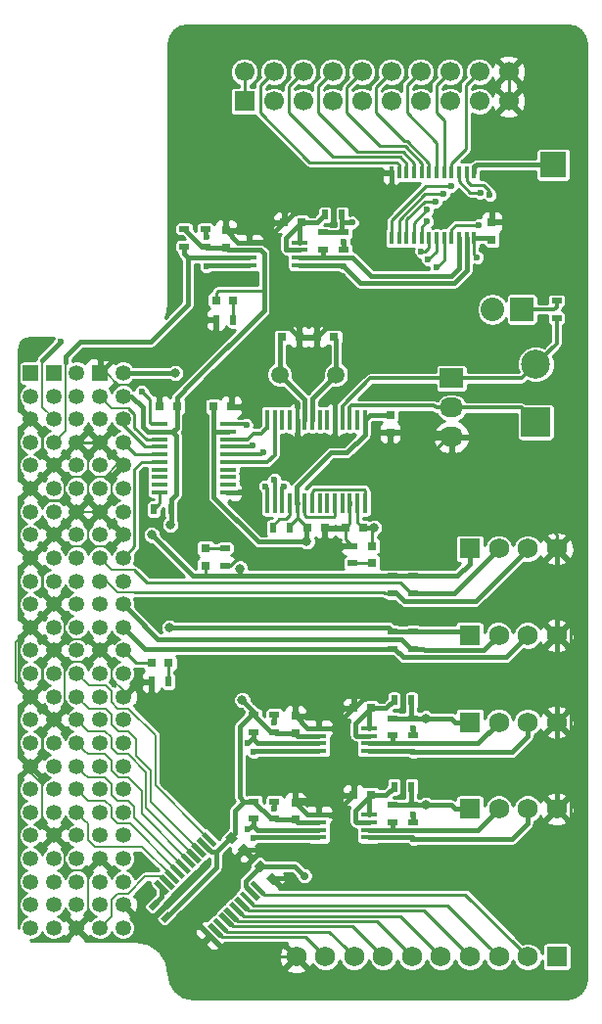
<source format=gtl>
G04 #@! TF.FileFunction,Copper,L1,Top,Signal*
%FSLAX46Y46*%
G04 Gerber Fmt 4.6, Leading zero omitted, Abs format (unit mm)*
G04 Created by KiCad (PCBNEW 4.0.4-stable) date 12/18/16 13:30:45*
%MOMM*%
%LPD*%
G01*
G04 APERTURE LIST*
%ADD10C,0.100000*%
%ADD11R,0.450000X1.750000*%
%ADD12R,1.350000X1.350000*%
%ADD13C,1.350000*%
%ADD14R,0.800000X0.750000*%
%ADD15R,0.750000X0.800000*%
%ADD16R,0.797560X0.797560*%
%ADD17R,2.235200X2.235200*%
%ADD18R,2.032000X2.032000*%
%ADD19O,2.032000X2.032000*%
%ADD20R,2.032000X1.727200*%
%ADD21O,2.032000X1.727200*%
%ADD22R,0.500000X0.900000*%
%ADD23R,0.900000X0.500000*%
%ADD24R,1.450000X0.450000*%
%ADD25R,0.400000X1.100000*%
%ADD26R,1.750000X1.750000*%
%ADD27C,1.750000*%
%ADD28R,2.500000X2.500000*%
%ADD29C,2.500000*%
%ADD30C,1.501140*%
%ADD31R,1.700000X1.700000*%
%ADD32C,1.700000*%
%ADD33C,0.800000*%
%ADD34C,0.600000*%
%ADD35C,0.700000*%
%ADD36C,0.400000*%
%ADD37C,0.250000*%
%ADD38C,0.200000*%
%ADD39C,0.300000*%
%ADD40C,0.254000*%
G04 APERTURE END LIST*
D10*
D11*
X156975000Y-84200000D03*
X156325000Y-84200000D03*
X155675000Y-84200000D03*
X155025000Y-84200000D03*
X154375000Y-84200000D03*
X153725000Y-84200000D03*
X153075000Y-84200000D03*
X152425000Y-84200000D03*
X151775000Y-84200000D03*
X151125000Y-84200000D03*
X150475000Y-84200000D03*
X149825000Y-84200000D03*
X149175000Y-84200000D03*
X148525000Y-84200000D03*
X148525000Y-91400000D03*
X149175000Y-91400000D03*
X149825000Y-91400000D03*
X150475000Y-91400000D03*
X151125000Y-91400000D03*
X151775000Y-91400000D03*
X152425000Y-91400000D03*
X153075000Y-91400000D03*
X153725000Y-91400000D03*
X154375000Y-91400000D03*
X155025000Y-91400000D03*
X155675000Y-91400000D03*
X156325000Y-91400000D03*
X156975000Y-91400000D03*
D12*
X134050000Y-80150000D03*
D13*
X134050000Y-82150000D03*
X134050000Y-84150000D03*
X134050000Y-86150000D03*
X134050000Y-88150000D03*
X134050000Y-90150000D03*
X134050000Y-92150000D03*
X134050000Y-94150000D03*
X134050000Y-96150000D03*
X134050000Y-98150000D03*
X134050000Y-100150000D03*
X134050000Y-102150000D03*
X134050000Y-104150000D03*
X134050000Y-106150000D03*
X134050000Y-108150000D03*
X134050000Y-110150000D03*
X134050000Y-112150000D03*
X134050000Y-114150000D03*
X134050000Y-116150000D03*
X134050000Y-118150000D03*
X134050000Y-120150000D03*
X134050000Y-122150000D03*
X134050000Y-124150000D03*
X134050000Y-126150000D03*
X134050000Y-128150000D03*
X136050000Y-80150000D03*
X136050000Y-82150000D03*
X136050000Y-84150000D03*
X136050000Y-86150000D03*
X136050000Y-88150000D03*
X136050000Y-90150000D03*
X136050000Y-92150000D03*
X136050000Y-94150000D03*
X136050000Y-96150000D03*
X136050000Y-98150000D03*
X136050000Y-100150000D03*
X136050000Y-102150000D03*
X136050000Y-104150000D03*
X136050000Y-106150000D03*
X136050000Y-108150000D03*
X136050000Y-110150000D03*
X136050000Y-112150000D03*
X136050000Y-114150000D03*
X136050000Y-116150000D03*
X136050000Y-118150000D03*
X136050000Y-120150000D03*
X136050000Y-122150000D03*
X136050000Y-124150000D03*
X136050000Y-126150000D03*
X136050000Y-128150000D03*
D14*
X143900000Y-83050000D03*
X145400000Y-83050000D03*
D10*
G36*
X142860571Y-120142195D02*
X143178769Y-119823997D01*
X144204073Y-120849301D01*
X143885875Y-121167499D01*
X142860571Y-120142195D01*
X142860571Y-120142195D01*
G37*
G36*
X142400952Y-120601814D02*
X142719150Y-120283616D01*
X143744454Y-121308920D01*
X143426256Y-121627118D01*
X142400952Y-120601814D01*
X142400952Y-120601814D01*
G37*
G36*
X141941333Y-121061433D02*
X142259531Y-120743235D01*
X143284835Y-121768539D01*
X142966637Y-122086737D01*
X141941333Y-121061433D01*
X141941333Y-121061433D01*
G37*
G36*
X141481713Y-121521053D02*
X141799911Y-121202855D01*
X142825215Y-122228159D01*
X142507017Y-122546357D01*
X141481713Y-121521053D01*
X141481713Y-121521053D01*
G37*
G36*
X141022094Y-121980672D02*
X141340292Y-121662474D01*
X142365596Y-122687778D01*
X142047398Y-123005976D01*
X141022094Y-121980672D01*
X141022094Y-121980672D01*
G37*
G36*
X140562474Y-122440292D02*
X140880672Y-122122094D01*
X141905976Y-123147398D01*
X141587778Y-123465596D01*
X140562474Y-122440292D01*
X140562474Y-122440292D01*
G37*
G36*
X140102855Y-122899911D02*
X140421053Y-122581713D01*
X141446357Y-123607017D01*
X141128159Y-123925215D01*
X140102855Y-122899911D01*
X140102855Y-122899911D01*
G37*
G36*
X139643235Y-123359531D02*
X139961433Y-123041333D01*
X140986737Y-124066637D01*
X140668539Y-124384835D01*
X139643235Y-123359531D01*
X139643235Y-123359531D01*
G37*
G36*
X139183616Y-123819150D02*
X139501814Y-123500952D01*
X140527118Y-124526256D01*
X140208920Y-124844454D01*
X139183616Y-123819150D01*
X139183616Y-123819150D01*
G37*
G36*
X138723997Y-124278769D02*
X139042195Y-123960571D01*
X140067499Y-124985875D01*
X139749301Y-125304073D01*
X138723997Y-124278769D01*
X138723997Y-124278769D01*
G37*
G36*
X142895927Y-128450699D02*
X143214125Y-128132501D01*
X144239429Y-129157805D01*
X143921231Y-129476003D01*
X142895927Y-128450699D01*
X142895927Y-128450699D01*
G37*
G36*
X143355546Y-127991080D02*
X143673744Y-127672882D01*
X144699048Y-128698186D01*
X144380850Y-129016384D01*
X143355546Y-127991080D01*
X143355546Y-127991080D01*
G37*
G36*
X143815165Y-127531461D02*
X144133363Y-127213263D01*
X145158667Y-128238567D01*
X144840469Y-128556765D01*
X143815165Y-127531461D01*
X143815165Y-127531461D01*
G37*
G36*
X144274785Y-127071841D02*
X144592983Y-126753643D01*
X145618287Y-127778947D01*
X145300089Y-128097145D01*
X144274785Y-127071841D01*
X144274785Y-127071841D01*
G37*
G36*
X144734404Y-126612222D02*
X145052602Y-126294024D01*
X146077906Y-127319328D01*
X145759708Y-127637526D01*
X144734404Y-126612222D01*
X144734404Y-126612222D01*
G37*
G36*
X145194024Y-126152602D02*
X145512222Y-125834404D01*
X146537526Y-126859708D01*
X146219328Y-127177906D01*
X145194024Y-126152602D01*
X145194024Y-126152602D01*
G37*
G36*
X145653643Y-125692983D02*
X145971841Y-125374785D01*
X146997145Y-126400089D01*
X146678947Y-126718287D01*
X145653643Y-125692983D01*
X145653643Y-125692983D01*
G37*
G36*
X146113263Y-125233363D02*
X146431461Y-124915165D01*
X147456765Y-125940469D01*
X147138567Y-126258667D01*
X146113263Y-125233363D01*
X146113263Y-125233363D01*
G37*
G36*
X146572882Y-124773744D02*
X146891080Y-124455546D01*
X147916384Y-125480850D01*
X147598186Y-125799048D01*
X146572882Y-124773744D01*
X146572882Y-124773744D01*
G37*
G36*
X147032501Y-124314125D02*
X147350699Y-123995927D01*
X148376003Y-125021231D01*
X148057805Y-125339429D01*
X147032501Y-124314125D01*
X147032501Y-124314125D01*
G37*
D14*
X139200000Y-83050000D03*
X140700000Y-83050000D03*
D10*
G36*
X147028338Y-121398008D02*
X146498008Y-121928338D01*
X145932322Y-121362652D01*
X146462652Y-120832322D01*
X147028338Y-121398008D01*
X147028338Y-121398008D01*
G37*
G36*
X145967678Y-120337348D02*
X145437348Y-120867678D01*
X144871662Y-120301992D01*
X145401992Y-119771662D01*
X145967678Y-120337348D01*
X145967678Y-120337348D01*
G37*
D15*
X167950000Y-67100000D03*
X167950000Y-68600000D03*
D10*
G36*
X147371662Y-122801992D02*
X147901992Y-122271662D01*
X148467678Y-122837348D01*
X147937348Y-123367678D01*
X147371662Y-122801992D01*
X147371662Y-122801992D01*
G37*
G36*
X148432322Y-123862652D02*
X148962652Y-123332322D01*
X149528338Y-123898008D01*
X148998008Y-124428338D01*
X148432322Y-123862652D01*
X148432322Y-123862652D01*
G37*
D14*
X152000000Y-93550000D03*
X153500000Y-93550000D03*
D15*
X159150000Y-83800000D03*
X159150000Y-85300000D03*
D14*
X155300000Y-93550000D03*
X156800000Y-93550000D03*
X151300000Y-77050000D03*
X149800000Y-77050000D03*
X152800000Y-77050000D03*
X154300000Y-77050000D03*
D16*
X138500700Y-105250000D03*
X139999300Y-105250000D03*
X157550000Y-95100700D03*
X157550000Y-96599300D03*
X143150000Y-96799300D03*
X143150000Y-95300700D03*
X144100700Y-73850000D03*
X145599300Y-73850000D03*
D12*
X128050000Y-80150000D03*
D13*
X128050000Y-82150000D03*
X128050000Y-84150000D03*
X128050000Y-86150000D03*
X128050000Y-88150000D03*
X128050000Y-90150000D03*
X128050000Y-92150000D03*
X128050000Y-94150000D03*
X128050000Y-96150000D03*
X128050000Y-98150000D03*
X128050000Y-100150000D03*
X128050000Y-102150000D03*
X128050000Y-104150000D03*
X128050000Y-106150000D03*
X128050000Y-108150000D03*
X128050000Y-110150000D03*
X128050000Y-112150000D03*
X128050000Y-114150000D03*
X128050000Y-116150000D03*
X128050000Y-118150000D03*
X128050000Y-120150000D03*
X128050000Y-122150000D03*
X128050000Y-124150000D03*
X128050000Y-126150000D03*
X128050000Y-128150000D03*
D12*
X130050000Y-80150000D03*
D13*
X130050000Y-82150000D03*
X130050000Y-84150000D03*
X130050000Y-86150000D03*
X130050000Y-88150000D03*
X130050000Y-90150000D03*
X130050000Y-92150000D03*
X130050000Y-94150000D03*
X130050000Y-96150000D03*
X130050000Y-98150000D03*
X130050000Y-100150000D03*
X130050000Y-102150000D03*
X130050000Y-104150000D03*
X130050000Y-106150000D03*
X130050000Y-108150000D03*
X130050000Y-110150000D03*
X130050000Y-112150000D03*
X130050000Y-114150000D03*
X130050000Y-116150000D03*
X130050000Y-118150000D03*
X130050000Y-120150000D03*
X130050000Y-122150000D03*
X130050000Y-124150000D03*
X130050000Y-126150000D03*
X130050000Y-128150000D03*
X132050000Y-80150000D03*
X132050000Y-82150000D03*
X132050000Y-84150000D03*
X132050000Y-86150000D03*
X132050000Y-88150000D03*
X132050000Y-90150000D03*
X132050000Y-92150000D03*
X132050000Y-94150000D03*
X132050000Y-96150000D03*
X132050000Y-98150000D03*
X132050000Y-100150000D03*
X132050000Y-102150000D03*
X132050000Y-104150000D03*
X132050000Y-106150000D03*
X132050000Y-108150000D03*
X132050000Y-110150000D03*
X132050000Y-112150000D03*
X132050000Y-114150000D03*
X132050000Y-116150000D03*
X132050000Y-118150000D03*
X132050000Y-120150000D03*
X132050000Y-122150000D03*
X132050000Y-124150000D03*
X132050000Y-126150000D03*
X132050000Y-128150000D03*
D17*
X173250000Y-62150000D03*
D18*
X170550000Y-74650000D03*
D19*
X168010000Y-74650000D03*
D20*
X164450000Y-80610000D03*
D21*
X164450000Y-83150000D03*
X164450000Y-85690000D03*
D22*
X138700000Y-91950000D03*
X140200000Y-91950000D03*
X149000000Y-93550000D03*
X150500000Y-93550000D03*
D23*
X161150000Y-97700000D03*
X161150000Y-99200000D03*
X159350000Y-97700000D03*
X159350000Y-99200000D03*
D10*
G36*
X140275305Y-127069239D02*
X139638909Y-127705635D01*
X139285355Y-127352081D01*
X139921751Y-126715685D01*
X140275305Y-127069239D01*
X140275305Y-127069239D01*
G37*
G36*
X139214645Y-126008579D02*
X138578249Y-126644975D01*
X138224695Y-126291421D01*
X138861091Y-125655025D01*
X139214645Y-126008579D01*
X139214645Y-126008579D01*
G37*
D23*
X161150000Y-102500000D03*
X161150000Y-104000000D03*
X159350000Y-102500000D03*
X159350000Y-104000000D03*
D22*
X140000000Y-106850000D03*
X138500000Y-106850000D03*
D23*
X155850000Y-96600000D03*
X155850000Y-95100000D03*
X144850000Y-95300000D03*
X144850000Y-96800000D03*
D22*
X145600000Y-75550000D03*
X144100000Y-75550000D03*
D23*
X147350000Y-117200000D03*
X147350000Y-118700000D03*
X149150000Y-118700000D03*
X149150000Y-117200000D03*
X159350000Y-117500000D03*
X159350000Y-119000000D03*
X161150000Y-117500000D03*
X161150000Y-119000000D03*
X147350000Y-109700000D03*
X147350000Y-111200000D03*
X149150000Y-111200000D03*
X149150000Y-109700000D03*
X159350000Y-110000000D03*
X159350000Y-111500000D03*
X161150000Y-110000000D03*
X161150000Y-111500000D03*
X173550000Y-73900000D03*
X173550000Y-75400000D03*
X141350000Y-67700000D03*
X141350000Y-69200000D03*
X143150000Y-69200000D03*
X143150000Y-67700000D03*
X153350000Y-68000000D03*
X153350000Y-69500000D03*
X155150000Y-68000000D03*
X155150000Y-69500000D03*
D24*
X139200000Y-84595000D03*
X139200000Y-85245000D03*
X139200000Y-85895000D03*
X139200000Y-86545000D03*
X139200000Y-87195000D03*
X139200000Y-87845000D03*
X139200000Y-88495000D03*
X139200000Y-89145000D03*
X139200000Y-89795000D03*
X139200000Y-90445000D03*
X145100000Y-90445000D03*
X145100000Y-89795000D03*
X145100000Y-89145000D03*
X145100000Y-88495000D03*
X145100000Y-87845000D03*
X145100000Y-87195000D03*
X145100000Y-86545000D03*
X145100000Y-85895000D03*
X145100000Y-85245000D03*
X145100000Y-84595000D03*
D25*
X166425000Y-62800000D03*
X165775000Y-62800000D03*
X165125000Y-62800000D03*
X164475000Y-62800000D03*
X163825000Y-62800000D03*
X163175000Y-62800000D03*
X162525000Y-62800000D03*
X161875000Y-62800000D03*
X161225000Y-62800000D03*
X160575000Y-62800000D03*
X159925000Y-62800000D03*
X159275000Y-62800000D03*
X159275000Y-68500000D03*
X159925000Y-68500000D03*
X160575000Y-68500000D03*
X161225000Y-68500000D03*
X161875000Y-68500000D03*
X162525000Y-68500000D03*
X163175000Y-68500000D03*
X163825000Y-68500000D03*
X164475000Y-68500000D03*
X165125000Y-68500000D03*
X165775000Y-68500000D03*
X166425000Y-68500000D03*
D15*
X150950000Y-117300000D03*
X150950000Y-118800000D03*
D14*
X156000000Y-116650000D03*
X157500000Y-116650000D03*
D15*
X150950000Y-109800000D03*
X150950000Y-111300000D03*
D14*
X156000000Y-109150000D03*
X157500000Y-109150000D03*
D15*
X144950000Y-67800000D03*
X144950000Y-69300000D03*
D14*
X150000000Y-67150000D03*
X151500000Y-67150000D03*
D22*
X161000000Y-115950000D03*
X159500000Y-115950000D03*
X161000000Y-108450000D03*
X159500000Y-108450000D03*
X155000000Y-66450000D03*
X153500000Y-66450000D03*
D24*
X152950000Y-118375000D03*
X152950000Y-119025000D03*
X152950000Y-119675000D03*
X152950000Y-120325000D03*
X157350000Y-120325000D03*
X157350000Y-119675000D03*
X157350000Y-119025000D03*
X157350000Y-118375000D03*
X152950000Y-110875000D03*
X152950000Y-111525000D03*
X152950000Y-112175000D03*
X152950000Y-112825000D03*
X157350000Y-112825000D03*
X157350000Y-112175000D03*
X157350000Y-111525000D03*
X157350000Y-110875000D03*
X146950000Y-68875000D03*
X146950000Y-69525000D03*
X146950000Y-70175000D03*
X146950000Y-70825000D03*
X151350000Y-70825000D03*
X151350000Y-70175000D03*
X151350000Y-69525000D03*
X151350000Y-68875000D03*
D26*
X166050000Y-117850000D03*
D27*
X168550000Y-117850000D03*
X171050000Y-117850000D03*
X173550000Y-117850000D03*
D26*
X166050000Y-110350000D03*
D27*
X168550000Y-110350000D03*
X171050000Y-110350000D03*
X173550000Y-110350000D03*
D26*
X166050000Y-95350000D03*
D27*
X168550000Y-95350000D03*
X171050000Y-95350000D03*
X173550000Y-95350000D03*
D26*
X166050000Y-102850000D03*
D27*
X168550000Y-102850000D03*
X171050000Y-102850000D03*
X173550000Y-102850000D03*
D26*
X173550000Y-130650000D03*
D27*
X171050000Y-130650000D03*
X168550000Y-130650000D03*
X166050000Y-130650000D03*
X163550000Y-130650000D03*
X161050000Y-130650000D03*
X158550000Y-130650000D03*
X156050000Y-130650000D03*
X153550000Y-130650000D03*
X151050000Y-130650000D03*
D28*
X171750000Y-84400000D03*
D29*
X171750000Y-79400000D03*
D30*
X149609060Y-80300000D03*
X154490940Y-80300000D03*
D31*
X146550000Y-56650000D03*
D32*
X146550000Y-54110000D03*
X149090000Y-56650000D03*
X149090000Y-54110000D03*
X151630000Y-56650000D03*
X151630000Y-54110000D03*
X154170000Y-56650000D03*
X154170000Y-54110000D03*
X156710000Y-56650000D03*
X156710000Y-54110000D03*
X159250000Y-56650000D03*
X159250000Y-54110000D03*
X161790000Y-56650000D03*
X161790000Y-54110000D03*
X164330000Y-56650000D03*
X164330000Y-54110000D03*
X166870000Y-56650000D03*
X166870000Y-54110000D03*
X169410000Y-56650000D03*
X169410000Y-54110000D03*
D33*
X137750000Y-108750000D03*
X143150000Y-78050000D03*
X144350000Y-76950000D03*
X141850000Y-79250000D03*
X137850000Y-78550000D03*
X136150000Y-78550000D03*
X137980000Y-122665000D03*
X137980000Y-128380000D03*
X146235000Y-80120000D03*
X142425000Y-83295000D03*
X142425000Y-87740000D03*
X141790000Y-91550000D03*
X141790000Y-94090000D03*
X144330000Y-94090000D03*
X149410000Y-95995000D03*
X153855000Y-95995000D03*
X141790000Y-100440000D03*
X146870000Y-100440000D03*
X151950000Y-100440000D03*
X157030000Y-100440000D03*
X141790000Y-114410000D03*
X144330000Y-116950000D03*
X148140000Y-114410000D03*
X153220000Y-114410000D03*
X158300000Y-114410000D03*
X153220000Y-122030000D03*
X158300000Y-122030000D03*
X144330000Y-125840000D03*
X141790000Y-128380000D03*
X144330000Y-130920000D03*
X141790000Y-105520000D03*
X141790000Y-110600000D03*
X144330000Y-108060000D03*
X146870000Y-105520000D03*
X149410000Y-108060000D03*
X151950000Y-105520000D03*
X154490000Y-108060000D03*
X157030000Y-105520000D03*
X150680000Y-62340000D03*
X148140000Y-59800000D03*
X144330000Y-63610000D03*
X144330000Y-58530000D03*
X144330000Y-53450000D03*
X149410000Y-75040000D03*
X151950000Y-72500000D03*
X154490000Y-75040000D03*
X157030000Y-77580000D03*
X159570000Y-75040000D03*
X162110000Y-77580000D03*
X164650000Y-75040000D03*
X167190000Y-72500000D03*
X172270000Y-72500000D03*
X157030000Y-87740000D03*
X162110000Y-92820000D03*
X159570000Y-90280000D03*
X162110000Y-87740000D03*
X167190000Y-92820000D03*
X164650000Y-90280000D03*
X167190000Y-87740000D03*
X169730000Y-90280000D03*
X172270000Y-87740000D03*
X172270000Y-92820000D03*
X172270000Y-96630000D03*
X169730000Y-99170000D03*
X172270000Y-104250000D03*
X172270000Y-111870000D03*
X172270000Y-119490000D03*
X167190000Y-124570000D03*
X164650000Y-122030000D03*
X164650000Y-114410000D03*
X169730000Y-114410000D03*
X172270000Y-124570000D03*
X141790000Y-133460000D03*
X148140000Y-133460000D03*
X153220000Y-133460000D03*
X158300000Y-133460000D03*
X163380000Y-133460000D03*
X168460000Y-133460000D03*
X173540000Y-133460000D03*
X169730000Y-122030000D03*
X174810000Y-127110000D03*
X174810000Y-122030000D03*
X174810000Y-114410000D03*
X174810000Y-106790000D03*
X174810000Y-99170000D03*
X174810000Y-90280000D03*
X174810000Y-85200000D03*
X174810000Y-80120000D03*
X174810000Y-75040000D03*
X174810000Y-64880000D03*
X174810000Y-69960000D03*
X169730000Y-69960000D03*
X169730000Y-64880000D03*
X169730000Y-59800000D03*
X173540000Y-55990000D03*
X141790000Y-66150000D03*
X141790000Y-61070000D03*
X141790000Y-55990000D03*
X141790000Y-50910000D03*
X148140000Y-50910000D03*
X153220000Y-50910000D03*
X158300000Y-50910000D03*
X163380000Y-50910000D03*
X168460000Y-50910000D03*
X173540000Y-50910000D03*
D34*
X169150000Y-67450000D03*
D35*
X152150000Y-117050000D03*
X147850000Y-121350000D03*
X150750000Y-124250000D03*
D33*
X140150000Y-93250000D03*
X140050000Y-102150000D03*
X146350000Y-108450000D03*
X151950000Y-94750000D03*
D34*
X166650000Y-70150000D03*
X155850000Y-67150000D03*
D35*
X151750000Y-123650000D03*
D33*
X140550000Y-80150000D03*
X157750000Y-93550000D03*
X146150000Y-97050000D03*
X138550000Y-94150000D03*
X162250000Y-117500000D03*
X162250000Y-110000000D03*
D34*
X166950000Y-64550000D03*
X167750000Y-64750000D03*
X166850000Y-67350000D03*
X130679998Y-77450000D03*
X143250000Y-70950000D03*
X143250000Y-68350000D03*
X146850000Y-112150000D03*
X147350000Y-112950000D03*
X149150000Y-110350000D03*
X146850000Y-119650000D03*
X149150000Y-117850000D03*
X147325001Y-120374999D03*
X137650000Y-81750000D03*
X161150000Y-118350000D03*
X161150000Y-120450000D03*
X161150000Y-110850000D03*
X161150000Y-112950000D03*
X163150000Y-71050000D03*
X162450000Y-70350000D03*
X161850000Y-69650000D03*
X162350000Y-67050000D03*
X162350000Y-66050000D03*
X163050000Y-65350000D03*
X163750000Y-64650000D03*
X164450000Y-63950000D03*
X155150000Y-70950000D03*
X155150000Y-68850000D03*
X149150000Y-89350000D03*
X148150000Y-87050000D03*
X147250000Y-86450000D03*
X148350000Y-89950000D03*
X146712002Y-84650000D03*
X149950000Y-89950000D03*
D36*
X144330000Y-108060000D02*
X138440000Y-108060000D01*
X138440000Y-108060000D02*
X137750000Y-108750000D01*
X144100000Y-75550000D02*
X144100000Y-76700000D01*
X144100000Y-76700000D02*
X144350000Y-76950000D01*
X144350000Y-76950000D02*
X144250000Y-76950000D01*
X144250000Y-76950000D02*
X143150000Y-78050000D01*
X141850000Y-79250000D02*
X141950000Y-79250000D01*
X141950000Y-79250000D02*
X143250000Y-77950000D01*
X137850000Y-78550000D02*
X141150000Y-78550000D01*
X141150000Y-78550000D02*
X141850000Y-79250000D01*
X134050000Y-80150000D02*
X135650000Y-78550000D01*
X135650000Y-78550000D02*
X136150000Y-78550000D01*
D37*
X141790000Y-128380000D02*
X137980000Y-128380000D01*
X148140000Y-59800000D02*
X150680000Y-62340000D01*
X141790000Y-55990000D02*
X141790000Y-61070000D01*
X141790000Y-50910000D02*
X144330000Y-53450000D01*
X148140000Y-50910000D02*
X141790000Y-50910000D01*
X158300000Y-50910000D02*
X153220000Y-50910000D01*
X168460000Y-50910000D02*
X163380000Y-50910000D01*
X173540000Y-55990000D02*
X173540000Y-50910000D01*
X169730000Y-69960000D02*
X167190000Y-72500000D01*
X169730000Y-64880000D02*
X169730000Y-69960000D01*
X169730000Y-64880000D02*
X174810000Y-64880000D01*
X174810000Y-69960000D02*
X174810000Y-64880000D01*
X169730000Y-69960000D02*
X172270000Y-72500000D01*
X174810000Y-75040000D02*
X174810000Y-69960000D01*
X174810000Y-80120000D02*
X174810000Y-75040000D01*
X174810000Y-85200000D02*
X174810000Y-80120000D01*
X162110000Y-77580000D02*
X164650000Y-75040000D01*
X157030000Y-77580000D02*
X159570000Y-75040000D01*
X157030000Y-77580000D02*
X155125000Y-75675000D01*
X155125000Y-75675000D02*
X154490000Y-75040000D01*
X151950000Y-72500000D02*
X155125000Y-75675000D01*
X173550000Y-95350000D02*
X173550000Y-94100000D01*
X173550000Y-94100000D02*
X172270000Y-92820000D01*
X172270000Y-87740000D02*
X174810000Y-85200000D01*
X172270000Y-92820000D02*
X174810000Y-90280000D01*
X169730000Y-90280000D02*
X172270000Y-92820000D01*
X162110000Y-87740000D02*
X164160000Y-85690000D01*
X164160000Y-85690000D02*
X164450000Y-85690000D01*
X164650000Y-90280000D02*
X167190000Y-87740000D01*
X162110000Y-87740000D02*
X164650000Y-90280000D01*
X162110000Y-92820000D02*
X164650000Y-90280000D01*
X159570000Y-90280000D02*
X162110000Y-92820000D01*
X169730000Y-99170000D02*
X172270000Y-96630000D01*
X172270000Y-104250000D02*
X174810000Y-106790000D01*
X169730000Y-99170000D02*
X174810000Y-99170000D01*
X169730000Y-114410000D02*
X174810000Y-114410000D01*
X174810000Y-106790000D02*
X174810000Y-114410000D01*
X169730000Y-122030000D02*
X172270000Y-119490000D01*
X169730000Y-122030000D02*
X164650000Y-122030000D01*
X172270000Y-124570000D02*
X169730000Y-122030000D01*
X175445000Y-132190000D02*
X174810000Y-132825000D01*
X175445000Y-127745000D02*
X175445000Y-132190000D01*
X174810000Y-127110000D02*
X175445000Y-127745000D01*
X174175000Y-133460000D02*
X174810000Y-132825000D01*
X173540000Y-133460000D02*
X174175000Y-133460000D01*
X163380000Y-133460000D02*
X168460000Y-133460000D01*
X153220000Y-133460000D02*
X158300000Y-133460000D01*
X148140000Y-133460000D02*
X146870000Y-133460000D01*
X146870000Y-133460000D02*
X144330000Y-130920000D01*
X141790000Y-133460000D02*
X144330000Y-130920000D01*
X142425000Y-83295000D02*
X142425000Y-82729315D01*
X145034315Y-80120000D02*
X146235000Y-80120000D01*
X142425000Y-82729315D02*
X145034315Y-80120000D01*
X142425000Y-87740000D02*
X142425000Y-83295000D01*
X141790000Y-91550000D02*
X141790000Y-88375000D01*
X141790000Y-88375000D02*
X142425000Y-87740000D01*
X141790000Y-94090000D02*
X141790000Y-91550000D01*
X147505000Y-95995000D02*
X145600000Y-94090000D01*
X145600000Y-94090000D02*
X144330000Y-94090000D01*
X149410000Y-95995000D02*
X147505000Y-95995000D01*
X155850000Y-95100000D02*
X154750000Y-95100000D01*
X154750000Y-95100000D02*
X153855000Y-95995000D01*
X146870000Y-100440000D02*
X141790000Y-100440000D01*
X151950000Y-100440000D02*
X146870000Y-100440000D01*
X157665000Y-100440000D02*
X157030000Y-100440000D01*
X160227522Y-100440000D02*
X157665000Y-100440000D01*
X157665000Y-100440000D02*
X151950000Y-100440000D01*
X167825000Y-101075000D02*
X160862522Y-101075000D01*
X160862522Y-101075000D02*
X160227522Y-100440000D01*
X168460000Y-100440000D02*
X167825000Y-101075000D01*
X169730000Y-99170000D02*
X168460000Y-100440000D01*
X144330000Y-116950000D02*
X141790000Y-114410000D01*
X153220000Y-114410000D02*
X148140000Y-114410000D01*
X158300000Y-114410000D02*
X153220000Y-114410000D01*
X164650000Y-114410000D02*
X158300000Y-114410000D01*
X153220000Y-122030000D02*
X152540000Y-121350000D01*
X152540000Y-121350000D02*
X147850000Y-121350000D01*
X158300000Y-122030000D02*
X153220000Y-122030000D01*
X164650000Y-122030000D02*
X158300000Y-122030000D01*
X144330000Y-125840000D02*
X146107481Y-124062519D01*
X146107481Y-124062519D02*
X146107481Y-121753179D01*
X146107481Y-121753179D02*
X146144455Y-121716205D01*
X146144455Y-121716205D02*
X146480330Y-121380330D01*
X144330000Y-130920000D02*
X141790000Y-128380000D01*
X144330000Y-108060000D02*
X141790000Y-105520000D01*
X144330000Y-108060000D02*
X141790000Y-110600000D01*
X146870000Y-105520000D02*
X144330000Y-108060000D01*
X149410000Y-108060000D02*
X146870000Y-105520000D01*
X151950000Y-105520000D02*
X149410000Y-108060000D01*
X154490000Y-108060000D02*
X151950000Y-105520000D01*
X157030000Y-105520000D02*
X154490000Y-108060000D01*
X158160000Y-106650000D02*
X157030000Y-105520000D01*
X158525000Y-106650000D02*
X158160000Y-106650000D01*
X150680000Y-62340000D02*
X150000000Y-63020000D01*
X150000000Y-63020000D02*
X150000000Y-67150000D01*
X144330000Y-63610000D02*
X148140000Y-59800000D01*
X144330000Y-58530000D02*
X144330000Y-63610000D01*
X144330000Y-53450000D02*
X144330000Y-58530000D01*
X151950000Y-72500000D02*
X149410000Y-75040000D01*
X162110000Y-77580000D02*
X159570000Y-75040000D01*
X167190000Y-72500000D02*
X164650000Y-75040000D01*
X159570000Y-90280000D02*
X157030000Y-87740000D01*
X162110000Y-87740000D02*
X159570000Y-90280000D01*
X164650000Y-90280000D02*
X167190000Y-92820000D01*
X169730000Y-90280000D02*
X167190000Y-87740000D01*
X174810000Y-90280000D02*
X172270000Y-87740000D01*
X174810000Y-99170000D02*
X172270000Y-96630000D01*
X169730000Y-114410000D02*
X172270000Y-111870000D01*
X169730000Y-122030000D02*
X167190000Y-124570000D01*
X169730000Y-114410000D02*
X164650000Y-114410000D01*
X174810000Y-127110000D02*
X172270000Y-124570000D01*
X153220000Y-133460000D02*
X148140000Y-133460000D01*
X163380000Y-133460000D02*
X158300000Y-133460000D01*
X173540000Y-133460000D02*
X168460000Y-133460000D01*
X174810000Y-122030000D02*
X169730000Y-122030000D01*
X174810000Y-114410000D02*
X174810000Y-122030000D01*
X174810000Y-99170000D02*
X174810000Y-106790000D01*
X173540000Y-55990000D02*
X169730000Y-59800000D01*
X141790000Y-61070000D02*
X141790000Y-66150000D01*
X141790000Y-50910000D02*
X141790000Y-55990000D01*
X153220000Y-50910000D02*
X148140000Y-50910000D01*
X163380000Y-50910000D02*
X158300000Y-50910000D01*
X173540000Y-50910000D02*
X168460000Y-50910000D01*
X146651997Y-95475001D02*
X154774999Y-95475001D01*
X154774999Y-95475001D02*
X155150000Y-95100000D01*
X155150000Y-95100000D02*
X155850000Y-95100000D01*
X155300000Y-93550000D02*
X155300000Y-94550000D01*
X155300000Y-94550000D02*
X155850000Y-95100000D01*
X134050000Y-80150000D02*
X134050000Y-79225000D01*
X144100000Y-76250000D02*
X144100000Y-75550000D01*
X134050000Y-79225000D02*
X134325000Y-78950000D01*
X134325000Y-78950000D02*
X141400000Y-78950000D01*
X141400000Y-78950000D02*
X144100000Y-76250000D01*
X144850000Y-96800000D02*
X145326998Y-96800000D01*
X145326998Y-96800000D02*
X146651997Y-95475001D01*
X138500000Y-106850000D02*
X137350000Y-106850000D01*
X137350000Y-106850000D02*
X136050000Y-108150000D01*
D36*
X159150000Y-85300000D02*
X164060000Y-85300000D01*
X164060000Y-85300000D02*
X164450000Y-85690000D01*
X155300000Y-93550000D02*
X153500000Y-93550000D01*
X154375000Y-84200000D02*
X154375000Y-82118786D01*
X154375000Y-82118786D02*
X155641511Y-80852275D01*
X155641511Y-80852275D02*
X155641511Y-76896509D01*
X155641511Y-76896509D02*
X155020001Y-76274999D01*
X155020001Y-76274999D02*
X153600001Y-76274999D01*
X153600001Y-76274999D02*
X152825000Y-77050000D01*
X152825000Y-77050000D02*
X152800000Y-77050000D01*
X154375000Y-84200000D02*
X154375000Y-85370002D01*
X154375000Y-85370002D02*
X153692172Y-86052830D01*
X153692172Y-86052830D02*
X151125000Y-86052830D01*
X145100000Y-90445000D02*
X146732830Y-90445000D01*
X146732830Y-90445000D02*
X151125000Y-86052830D01*
X151125000Y-86052830D02*
X151125000Y-85475000D01*
X151125000Y-85475000D02*
X151125000Y-84200000D01*
X148850010Y-69450010D02*
X148850010Y-76250000D01*
X148850010Y-76250000D02*
X148850010Y-78824990D01*
X151300000Y-77050000D02*
X151275000Y-77050000D01*
X151275000Y-77050000D02*
X150475000Y-76250000D01*
X150475000Y-76250000D02*
X148850010Y-76250000D01*
X148275000Y-68875000D02*
X148850010Y-69450010D01*
X148850010Y-78824990D02*
X145400000Y-82275000D01*
X145400000Y-82275000D02*
X145400000Y-83050000D01*
D38*
X134050000Y-80150000D02*
X134606998Y-80150000D01*
X134606998Y-80150000D02*
X135606997Y-81149999D01*
X139200000Y-82411998D02*
X139200000Y-82475000D01*
X135606997Y-81149999D02*
X137938001Y-81149999D01*
X137938001Y-81149999D02*
X139200000Y-82411998D01*
X139200000Y-82475000D02*
X139200000Y-83050000D01*
D37*
X130050000Y-88150000D02*
X130724999Y-87475001D01*
X130724999Y-87475001D02*
X132050000Y-86150000D01*
D38*
X128050000Y-96150000D02*
X130050000Y-94150000D01*
X130050000Y-104150000D02*
X131025001Y-103174999D01*
X131025001Y-103174999D02*
X131025001Y-101125001D01*
X131025001Y-101125001D02*
X130724999Y-100824999D01*
X130724999Y-100824999D02*
X130050000Y-100150000D01*
X134050000Y-104150000D02*
X135074999Y-105174999D01*
X136050000Y-107593002D02*
X136050000Y-108150000D01*
X135074999Y-105174999D02*
X135074999Y-106618001D01*
X135074999Y-106618001D02*
X136050000Y-107593002D01*
X134050000Y-104150000D02*
X133074999Y-105125001D01*
X133074999Y-105125001D02*
X131025001Y-105125001D01*
X131025001Y-105125001D02*
X130724999Y-104824999D01*
X130724999Y-104824999D02*
X130050000Y-104150000D01*
X130050000Y-110150000D02*
X131025001Y-109174999D01*
X131025001Y-109174999D02*
X131025001Y-105125001D01*
X134050000Y-122150000D02*
X133025001Y-123174999D01*
X133025001Y-123174999D02*
X133025001Y-127174999D01*
X133025001Y-127174999D02*
X132724999Y-127475001D01*
X132724999Y-127475001D02*
X132050000Y-128150000D01*
X128050000Y-108150000D02*
X127074999Y-109125001D01*
X127074999Y-109125001D02*
X127074999Y-113174999D01*
X127074999Y-113174999D02*
X127375001Y-113475001D01*
X127375001Y-113475001D02*
X128050000Y-114150000D01*
X128050000Y-102150000D02*
X126750000Y-103450000D01*
X126750000Y-106850000D02*
X127375001Y-107475001D01*
X126750000Y-103450000D02*
X126750000Y-106850000D01*
X127375001Y-107475001D02*
X128050000Y-108150000D01*
X128050000Y-102150000D02*
X127074999Y-101174999D01*
X127074999Y-101174999D02*
X127074999Y-97125001D01*
X127074999Y-97125001D02*
X127375001Y-96824999D01*
X127375001Y-96824999D02*
X128050000Y-96150000D01*
X128050000Y-96150000D02*
X127074999Y-95174999D01*
X127074999Y-95174999D02*
X127074999Y-91125001D01*
X127074999Y-91125001D02*
X127375001Y-90824999D01*
X127375001Y-90824999D02*
X128050000Y-90150000D01*
X128050000Y-84150000D02*
X127074999Y-85125001D01*
X127074999Y-85125001D02*
X127074999Y-89174999D01*
X127074999Y-89174999D02*
X127375001Y-89475001D01*
X127375001Y-89475001D02*
X128050000Y-90150000D01*
X134050000Y-92150000D02*
X135074999Y-91125001D01*
X135074999Y-91125001D02*
X135074999Y-89125001D01*
X135375001Y-88824999D02*
X136050000Y-88150000D01*
X135074999Y-89125001D02*
X135375001Y-88824999D01*
X134050000Y-92150000D02*
X133074999Y-91174999D01*
X133074999Y-91174999D02*
X133025001Y-91174999D01*
X133025001Y-89681999D02*
X133581999Y-89125001D01*
X132050000Y-92150000D02*
X133025001Y-91174999D01*
X133025001Y-91174999D02*
X133025001Y-89681999D01*
X133025001Y-89681999D02*
X132468003Y-89125001D01*
X130050000Y-88150000D02*
X131025001Y-89125001D01*
X131025001Y-89125001D02*
X132468003Y-89125001D01*
X132468003Y-89125001D02*
X133025001Y-88568003D01*
X134050000Y-86150000D02*
X133375001Y-86824999D01*
X133375001Y-86824999D02*
X133325003Y-86824999D01*
X133325003Y-86824999D02*
X133025001Y-87125001D01*
X136050000Y-88150000D02*
X135493002Y-88150000D01*
X135493002Y-88150000D02*
X134518001Y-89125001D01*
X134518001Y-89125001D02*
X133581999Y-89125001D01*
X133581999Y-89125001D02*
X133025001Y-88568003D01*
X133025001Y-87125001D02*
X132724999Y-86824999D01*
X133025001Y-88568003D02*
X133025001Y-87125001D01*
X132724999Y-86824999D02*
X132050000Y-86150000D01*
X132050000Y-92150000D02*
X131025001Y-91125001D01*
X131025001Y-91125001D02*
X131025001Y-89125001D01*
X130050000Y-94150000D02*
X131025001Y-95125001D01*
X131025001Y-95125001D02*
X132468003Y-95125001D01*
X132468003Y-95125001D02*
X133025001Y-94568003D01*
X136050000Y-94150000D02*
X135074999Y-95125001D01*
X135074999Y-95125001D02*
X133581999Y-95125001D01*
X133581999Y-95125001D02*
X133025001Y-94568003D01*
X133025001Y-94568003D02*
X133025001Y-93125001D01*
X133025001Y-93125001D02*
X132724999Y-92824999D01*
X132724999Y-92824999D02*
X132050000Y-92150000D01*
X134724999Y-92824999D02*
X136050000Y-94150000D01*
D36*
X173550000Y-110350000D02*
X169850000Y-106650000D01*
X169850000Y-106650000D02*
X158525000Y-106650000D01*
X158525000Y-106650000D02*
X156025000Y-109150000D01*
X156025000Y-109150000D02*
X156000000Y-109150000D01*
X173550000Y-110350000D02*
X173550000Y-117850000D01*
X173550000Y-102850000D02*
X173550000Y-110350000D01*
X173550000Y-95350000D02*
X173550000Y-102850000D01*
D37*
X134050000Y-80150000D02*
X134569998Y-80150000D01*
D36*
X159275000Y-62800000D02*
X159275000Y-63750000D01*
X151575001Y-65599999D02*
X150025000Y-67150000D01*
X159275000Y-63750000D02*
X157425001Y-65599999D01*
X157425001Y-65599999D02*
X151575001Y-65599999D01*
X150025000Y-67150000D02*
X150000000Y-67150000D01*
D37*
X155675000Y-91400000D02*
X155675000Y-93175000D01*
X155675000Y-93175000D02*
X155300000Y-93550000D01*
X151125000Y-84200000D02*
X151125000Y-85325000D01*
X151125000Y-85325000D02*
X151200001Y-85400001D01*
X151300000Y-77050000D02*
X152800000Y-77050000D01*
X167950000Y-67100000D02*
X168800000Y-67100000D01*
X168800000Y-67100000D02*
X169150000Y-67450000D01*
X169410000Y-54110000D02*
X169410000Y-55331314D01*
X169410000Y-55331314D02*
X169410000Y-56650000D01*
D36*
X154275000Y-110875000D02*
X156000000Y-112600000D01*
X156000000Y-112600000D02*
X156000000Y-116650000D01*
X152150000Y-117050000D02*
X151200000Y-117050000D01*
X151200000Y-117050000D02*
X150950000Y-117300000D01*
X147850000Y-121350000D02*
X146510660Y-121350000D01*
X146510660Y-121350000D02*
X146480330Y-121380330D01*
X148980330Y-123880330D02*
X150380330Y-123880330D01*
X150380330Y-123880330D02*
X150750000Y-124250000D01*
X142979110Y-128220890D02*
X142863865Y-128105645D01*
X142863865Y-128105645D02*
X138005645Y-128105645D01*
X138005645Y-128105645D02*
X136724999Y-126824999D01*
X136724999Y-126824999D02*
X136050000Y-126150000D01*
X143567678Y-128804252D02*
X142984316Y-128220890D01*
X142984316Y-128220890D02*
X142979110Y-128220890D01*
X152950000Y-110875000D02*
X154275000Y-110875000D01*
X154275000Y-110875000D02*
X156000000Y-109150000D01*
X152950000Y-118375000D02*
X154275000Y-118375000D01*
X154275000Y-118375000D02*
X156000000Y-116650000D01*
D38*
X134050000Y-92150000D02*
X134724999Y-92824999D01*
X134050000Y-92150000D02*
X133095406Y-92150000D01*
X133095406Y-92150000D02*
X132050000Y-92150000D01*
X134050000Y-104150000D02*
X133074999Y-103174999D01*
X133074999Y-103174999D02*
X131025001Y-103174999D01*
X130050000Y-120150000D02*
X131025001Y-121125001D01*
X133074999Y-123125001D02*
X133375001Y-122824999D01*
X131025001Y-121125001D02*
X131025001Y-122568003D01*
X131025001Y-122568003D02*
X131581999Y-123125001D01*
X131581999Y-123125001D02*
X133074999Y-123125001D01*
X133375001Y-122824999D02*
X134050000Y-122150000D01*
X128050000Y-114150000D02*
X128050000Y-114706998D01*
X129074999Y-119174999D02*
X129375001Y-119475001D01*
X128050000Y-114706998D02*
X129074999Y-115731997D01*
X129074999Y-115731997D02*
X129074999Y-119174999D01*
X129375001Y-119475001D02*
X130050000Y-120150000D01*
D37*
X130050000Y-110150000D02*
X129050000Y-111150000D01*
X129050000Y-111150000D02*
X129050000Y-113150000D01*
X129050000Y-113150000D02*
X128724999Y-113475001D01*
X128724999Y-113475001D02*
X128050000Y-114150000D01*
X130050000Y-110150000D02*
X129375001Y-109475001D01*
X129375001Y-109475001D02*
X128050000Y-108150000D01*
X130050000Y-104150000D02*
X129050000Y-105150000D01*
X129050000Y-105150000D02*
X129050000Y-107150000D01*
X129050000Y-107150000D02*
X128724999Y-107475001D01*
X128724999Y-107475001D02*
X128050000Y-108150000D01*
X130050000Y-104150000D02*
X129375001Y-103475001D01*
X129375001Y-103475001D02*
X128050000Y-102150000D01*
X130050000Y-100150000D02*
X128050000Y-102150000D01*
X128050000Y-96150000D02*
X129050000Y-97150000D01*
X129050000Y-97150000D02*
X129050000Y-99150000D01*
X129050000Y-99150000D02*
X129375001Y-99475001D01*
X129375001Y-99475001D02*
X130050000Y-100150000D01*
X132050000Y-92150000D02*
X131375001Y-92824999D01*
X131375001Y-92824999D02*
X130050000Y-94150000D01*
X128050000Y-90150000D02*
X129049999Y-91149999D01*
X129049999Y-91149999D02*
X129569998Y-91150000D01*
X129569998Y-91150000D02*
X131050000Y-91150000D01*
X131050000Y-91150000D02*
X131375001Y-91475001D01*
X131375001Y-91475001D02*
X132050000Y-92150000D01*
X134050000Y-86150000D02*
X134724999Y-86824999D01*
X134724999Y-86824999D02*
X136050000Y-88150000D01*
X132050000Y-86150000D02*
X134050000Y-86150000D01*
X128050000Y-90150000D02*
X130050000Y-88150000D01*
X128050000Y-84150000D02*
X129050000Y-85150000D01*
X129050000Y-85150000D02*
X129050000Y-87150000D01*
X129050000Y-87150000D02*
X129375001Y-87475001D01*
X129375001Y-87475001D02*
X130050000Y-88150000D01*
X151050000Y-130650000D02*
X145413426Y-130650000D01*
X145413426Y-130650000D02*
X143567678Y-128804252D01*
D36*
X146950000Y-68875000D02*
X148275000Y-68875000D01*
X148275000Y-68875000D02*
X150000000Y-67150000D01*
X146950000Y-68875000D02*
X146025000Y-68875000D01*
X146025000Y-68875000D02*
X144950000Y-67800000D01*
X152950000Y-118375000D02*
X152025000Y-118375000D01*
X152025000Y-118375000D02*
X150950000Y-117300000D01*
X152950000Y-110875000D02*
X152025000Y-110875000D01*
X152025000Y-110875000D02*
X150950000Y-109800000D01*
X148250000Y-74725000D02*
X148250000Y-73050000D01*
X148250000Y-73050000D02*
X148250000Y-69804998D01*
D37*
X144100700Y-73850000D02*
X144100700Y-73201220D01*
X144100700Y-73201220D02*
X144251920Y-73050000D01*
X144251920Y-73050000D02*
X148250000Y-73050000D01*
D36*
X140700000Y-82275000D02*
X142025000Y-80950000D01*
X142025000Y-80950000D02*
X148250000Y-74725000D01*
X140700000Y-83050000D02*
X140700000Y-82275000D01*
X139200000Y-85245000D02*
X138179998Y-85245000D01*
X138179998Y-85245000D02*
X137750008Y-84815010D01*
X137750008Y-84815010D02*
X137750008Y-83150008D01*
X137750008Y-83150008D02*
X136750000Y-82150000D01*
X136750000Y-82150000D02*
X136050000Y-82150000D01*
X136050000Y-82150000D02*
X136235478Y-82150000D01*
X140200000Y-91950000D02*
X140200000Y-93200000D01*
X140200000Y-93200000D02*
X140150000Y-93250000D01*
X140650000Y-90650000D02*
X140650000Y-85570000D01*
X140650000Y-85570000D02*
X140325000Y-85245000D01*
X140200000Y-91950000D02*
X140200000Y-91100000D01*
X140200000Y-91100000D02*
X140650000Y-90650000D01*
X139200000Y-85245000D02*
X140325000Y-85245000D01*
X140325000Y-85245000D02*
X140700000Y-84870000D01*
X140700000Y-84870000D02*
X140700000Y-83825000D01*
X140700000Y-83825000D02*
X140700000Y-83050000D01*
X146950000Y-69525000D02*
X147970002Y-69525000D01*
X147970002Y-69525000D02*
X148250000Y-69804998D01*
X140050000Y-102150000D02*
X159000000Y-102150000D01*
X159000000Y-102150000D02*
X159350000Y-102500000D01*
X147350000Y-109700000D02*
X147350000Y-109450000D01*
X147350000Y-109450000D02*
X146350000Y-108450000D01*
X145380330Y-120280330D02*
X145716205Y-119944455D01*
X145716205Y-119944455D02*
X145716205Y-117983795D01*
X145716205Y-117983795D02*
X146500000Y-117200000D01*
X147350000Y-117200000D02*
X146500000Y-117200000D01*
X146500000Y-117200000D02*
X146149999Y-116849999D01*
X146149999Y-116849999D02*
X146149999Y-110700001D01*
X146149999Y-110700001D02*
X147150000Y-109700000D01*
X147150000Y-109700000D02*
X147350000Y-109700000D01*
X161150000Y-102500000D02*
X165700000Y-102500000D01*
X165700000Y-102500000D02*
X166050000Y-102850000D01*
X159350000Y-102500000D02*
X161150000Y-102500000D01*
X144093151Y-121567509D02*
X144093151Y-122897839D01*
X144093151Y-122897839D02*
X139780330Y-127210660D01*
X145380330Y-120280330D02*
X144093151Y-121567509D01*
X144093151Y-121567509D02*
X143684845Y-121567509D01*
X143684845Y-121567509D02*
X143656065Y-121538729D01*
X143656065Y-121538729D02*
X143072703Y-120955367D01*
X143150000Y-69200000D02*
X142850000Y-69200000D01*
X142850000Y-69200000D02*
X141350000Y-67700000D01*
X144950000Y-69300000D02*
X143250000Y-69300000D01*
X143250000Y-69300000D02*
X143150000Y-69200000D01*
X146950000Y-69525000D02*
X145175000Y-69525000D01*
X145175000Y-69525000D02*
X144950000Y-69300000D01*
X150950000Y-111300000D02*
X149250000Y-111300000D01*
X149250000Y-111300000D02*
X149150000Y-111200000D01*
X149150000Y-111200000D02*
X148850000Y-111200000D01*
X148850000Y-111200000D02*
X147350000Y-109700000D01*
X152950000Y-111525000D02*
X151175000Y-111525000D01*
X151175000Y-111525000D02*
X150950000Y-111300000D01*
X149150000Y-118700000D02*
X148850000Y-118700000D01*
X148850000Y-118700000D02*
X147350000Y-117200000D01*
X150950000Y-118800000D02*
X149250000Y-118800000D01*
X149250000Y-118800000D02*
X149150000Y-118700000D01*
X152950000Y-119025000D02*
X151175000Y-119025000D01*
X151175000Y-119025000D02*
X150950000Y-118800000D01*
X159150000Y-83800000D02*
X157375000Y-83800000D01*
X157375000Y-83800000D02*
X156975000Y-84200000D01*
X143900000Y-90915002D02*
X147734998Y-94750000D01*
X147734998Y-94750000D02*
X151950000Y-94750000D01*
X156975000Y-84200000D02*
X156975000Y-85475000D01*
X156975000Y-85475000D02*
X155399999Y-87050001D01*
X155399999Y-87050001D02*
X154049999Y-87050001D01*
X154049999Y-87050001D02*
X151100001Y-89999999D01*
X151100001Y-91375001D02*
X151125000Y-91400000D01*
X151100001Y-89999999D02*
X151100001Y-91375001D01*
X143900000Y-85170000D02*
X143900000Y-90915002D01*
X143900000Y-83050000D02*
X143900000Y-85170000D01*
X143900000Y-85170000D02*
X143975000Y-85245000D01*
X143975000Y-85245000D02*
X145100000Y-85245000D01*
D39*
X144925000Y-85250000D02*
X144874999Y-85300001D01*
D36*
X151950000Y-94750000D02*
X151950000Y-93600000D01*
X151950000Y-93600000D02*
X152000000Y-93550000D01*
D37*
X150500000Y-93550000D02*
X150500000Y-93350000D01*
X150500000Y-93350000D02*
X151125000Y-92725000D01*
X151125000Y-92725000D02*
X151125000Y-92700000D01*
X151125000Y-91400000D02*
X151125000Y-92700000D01*
X151125000Y-92700000D02*
X151975000Y-93550000D01*
X151975000Y-93550000D02*
X152000000Y-93550000D01*
X166425000Y-68500000D02*
X166425000Y-69925000D01*
X166425000Y-69925000D02*
X166650000Y-70150000D01*
D36*
X155000000Y-66450000D02*
X155000000Y-67150000D01*
X155000000Y-67150000D02*
X155000000Y-67850000D01*
X155850000Y-67150000D02*
X155000000Y-67150000D01*
D37*
X146550000Y-56650000D02*
X146550000Y-55536400D01*
X146550000Y-55536400D02*
X146550000Y-54110000D01*
D36*
X166425000Y-68500000D02*
X167850000Y-68500000D01*
X167850000Y-68500000D02*
X167950000Y-68600000D01*
X155000000Y-67850000D02*
X155150000Y-68000000D01*
X153350000Y-68000000D02*
X155150000Y-68000000D01*
X147919670Y-122819670D02*
X150919670Y-122819670D01*
X150919670Y-122819670D02*
X151750000Y-123650000D01*
X147919670Y-122819670D02*
X146632491Y-124106849D01*
X146632491Y-124106849D02*
X146632491Y-124515155D01*
X146632491Y-124515155D02*
X146661271Y-124543935D01*
X146661271Y-124543935D02*
X147244633Y-125127297D01*
D37*
X157550000Y-95100700D02*
X157550000Y-93750000D01*
X157550000Y-93750000D02*
X157750000Y-93550000D01*
D36*
X136050000Y-80150000D02*
X140550000Y-80150000D01*
X157750000Y-93550000D02*
X156800000Y-93550000D01*
D37*
X156325000Y-91400000D02*
X156325000Y-93075000D01*
X156325000Y-93075000D02*
X156800000Y-93550000D01*
D36*
X157350000Y-110875000D02*
X157350000Y-109300000D01*
X157350000Y-109300000D02*
X157500000Y-109150000D01*
X157500000Y-109150000D02*
X157475000Y-109150000D01*
X157475000Y-109150000D02*
X156150000Y-110475000D01*
X156150000Y-110475000D02*
X156150000Y-111450000D01*
X157350000Y-111525000D02*
X156225000Y-111525000D01*
X156225000Y-111525000D02*
X156150000Y-111450000D01*
X157500000Y-109150000D02*
X158800000Y-109150000D01*
X158800000Y-109150000D02*
X159500000Y-108450000D01*
D37*
X138500700Y-105250000D02*
X137150000Y-105250000D01*
X137150000Y-105250000D02*
X136050000Y-104150000D01*
X140000000Y-106850000D02*
X140000000Y-105250700D01*
X140000000Y-105250700D02*
X139999300Y-105250000D01*
X157550000Y-96599300D02*
X155850700Y-96599300D01*
X155850700Y-96599300D02*
X155850000Y-96600000D01*
X155950700Y-96599300D02*
X155950000Y-96600000D01*
D36*
X146150000Y-97700000D02*
X143150000Y-97700000D01*
X143150000Y-97700000D02*
X142100000Y-97700000D01*
D37*
X143150000Y-96799300D02*
X143150000Y-97448080D01*
X143150000Y-97448080D02*
X143150000Y-97700000D01*
D36*
X159350000Y-97700000D02*
X146150000Y-97700000D01*
X146150000Y-97050000D02*
X146150000Y-97615685D01*
X146150000Y-97615685D02*
X146150000Y-97700000D01*
X142100000Y-97700000D02*
X140550000Y-96150000D01*
X140550000Y-96150000D02*
X138550000Y-94150000D01*
X161150000Y-97700000D02*
X164975000Y-97700000D01*
X164975000Y-97700000D02*
X166050000Y-96625000D01*
X166050000Y-96625000D02*
X166050000Y-95350000D01*
X159350000Y-97700000D02*
X161150000Y-97700000D01*
D37*
X143150000Y-95300700D02*
X144849300Y-95300700D01*
X144849300Y-95300700D02*
X144850000Y-95300000D01*
X145599300Y-73850000D02*
X145599300Y-75549300D01*
X145599300Y-75549300D02*
X145600000Y-75550000D01*
D39*
X164450000Y-83150000D02*
X170500000Y-83150000D01*
X170500000Y-83150000D02*
X171750000Y-84400000D01*
X155819999Y-82974999D02*
X162958999Y-82974999D01*
X162958999Y-82974999D02*
X163134000Y-83150000D01*
X163134000Y-83150000D02*
X164450000Y-83150000D01*
X155675000Y-84200000D02*
X155675000Y-83119998D01*
X155675000Y-83119998D02*
X155819999Y-82974999D01*
X168010000Y-75142400D02*
X168010000Y-74650000D01*
X164450000Y-80610000D02*
X170540000Y-80610000D01*
X170540000Y-80610000D02*
X171750000Y-79400000D01*
X155025000Y-84200000D02*
X155025000Y-83025000D01*
X155025000Y-83025000D02*
X157440000Y-80610000D01*
X157440000Y-80610000D02*
X164450000Y-80610000D01*
X173550000Y-75400000D02*
X173550000Y-77600000D01*
X173550000Y-77600000D02*
X171750000Y-79400000D01*
D36*
X164425000Y-117500000D02*
X162250000Y-117500000D01*
X162250000Y-117500000D02*
X161400000Y-117500000D01*
X166050000Y-117850000D02*
X164775000Y-117850000D01*
X164775000Y-117850000D02*
X164425000Y-117500000D01*
X162000000Y-117500000D02*
X161150000Y-117500000D01*
X161000000Y-115950000D02*
X161000000Y-117350000D01*
X161000000Y-117350000D02*
X161150000Y-117500000D01*
X161150000Y-117500000D02*
X159350000Y-117500000D01*
X165700000Y-117500000D02*
X166050000Y-117850000D01*
X164425000Y-110000000D02*
X162250000Y-110000000D01*
X162250000Y-110000000D02*
X161400000Y-110000000D01*
X166050000Y-110350000D02*
X164775000Y-110350000D01*
X164775000Y-110350000D02*
X164425000Y-110000000D01*
X161400000Y-110000000D02*
X160550000Y-110000000D01*
X161000000Y-108450000D02*
X161000000Y-109850000D01*
X161000000Y-109850000D02*
X161150000Y-110000000D01*
X159350000Y-110000000D02*
X161150000Y-110000000D01*
D37*
X166950000Y-64550000D02*
X166088590Y-64550000D01*
X166088590Y-64550000D02*
X165125000Y-63586410D01*
X165125000Y-62800000D02*
X165125000Y-63586410D01*
X165775000Y-62800000D02*
X165775000Y-63600000D01*
X165775000Y-63600000D02*
X166099999Y-63924999D01*
X166099999Y-63924999D02*
X167250001Y-63924999D01*
X167250001Y-63924999D02*
X167750000Y-64424998D01*
X167750000Y-64424998D02*
X167750000Y-64750000D01*
X166850000Y-67350000D02*
X164825000Y-67350000D01*
X164825000Y-67350000D02*
X164475000Y-67700000D01*
X164475000Y-67700000D02*
X164475000Y-68500000D01*
D38*
X136518001Y-109174999D02*
X138850030Y-111507028D01*
X138850030Y-111507028D02*
X138850030Y-115813456D01*
X138850030Y-115813456D02*
X142948960Y-119912386D01*
X142948960Y-119912386D02*
X143532322Y-120495748D01*
X132050000Y-106150000D02*
X133074999Y-107174999D01*
X133074999Y-107174999D02*
X134518001Y-107174999D01*
X134518001Y-107174999D02*
X135050000Y-107706998D01*
X135050000Y-108643000D02*
X135581999Y-109174999D01*
X135050000Y-107706998D02*
X135050000Y-108643000D01*
X135581999Y-109174999D02*
X136518001Y-109174999D01*
X138450020Y-114541319D02*
X138450020Y-117251922D01*
X138450020Y-117251922D02*
X142613084Y-121414986D01*
X137150000Y-111806998D02*
X137150000Y-113241300D01*
X137150000Y-113241300D02*
X138450020Y-114541319D01*
X132050000Y-108150000D02*
X133074999Y-109174999D01*
X133074999Y-109174999D02*
X134518001Y-109174999D01*
X134518001Y-109174999D02*
X135025001Y-109681999D01*
X135025001Y-109681999D02*
X135025001Y-110568003D01*
X135025001Y-110568003D02*
X135631997Y-111174999D01*
X135631997Y-111174999D02*
X136518001Y-111174999D01*
X136518001Y-111174999D02*
X137150000Y-111806998D01*
X132050000Y-110150000D02*
X133025001Y-111125001D01*
X133025001Y-111125001D02*
X134468003Y-111125001D01*
X134468003Y-111125001D02*
X135025001Y-111681999D01*
X138050010Y-117771152D02*
X141570102Y-121291244D01*
X135025001Y-111681999D02*
X135025001Y-112618001D01*
X135025001Y-112618001D02*
X135532001Y-113125001D01*
X135532001Y-113125001D02*
X136468003Y-113125001D01*
X136468003Y-113125001D02*
X138050010Y-114707008D01*
X138050010Y-114707008D02*
X138050010Y-117771152D01*
X141570102Y-121291244D02*
X142153464Y-121874606D01*
X141693845Y-122334225D02*
X137650000Y-118290380D01*
X137650000Y-118290380D02*
X137650000Y-116306998D01*
X137650000Y-116306998D02*
X136468003Y-115125001D01*
X132724999Y-112824999D02*
X132050000Y-112150000D01*
X136468003Y-115125001D02*
X135625001Y-115125001D01*
X135025001Y-113681999D02*
X134468003Y-113125001D01*
X133025001Y-113125001D02*
X132724999Y-112824999D01*
X135625001Y-115125001D02*
X135025001Y-114525001D01*
X135025001Y-114525001D02*
X135025001Y-113681999D01*
X134468003Y-113125001D02*
X133025001Y-113125001D01*
X141234225Y-122793845D02*
X137025001Y-118584621D01*
X137025001Y-118584621D02*
X137025001Y-117681999D01*
X137025001Y-117681999D02*
X136468003Y-117125001D01*
X136468003Y-117125001D02*
X135532001Y-117125001D01*
X135532001Y-117125001D02*
X135025001Y-116618001D01*
X135025001Y-116618001D02*
X135025001Y-115681999D01*
X135025001Y-115681999D02*
X134468003Y-115125001D01*
X134468003Y-115125001D02*
X133025001Y-115125001D01*
X133025001Y-115125001D02*
X132724999Y-114824999D01*
X132724999Y-114824999D02*
X132050000Y-114150000D01*
X140774606Y-123253464D02*
X136646143Y-119125001D01*
X136646143Y-119125001D02*
X135532001Y-119125001D01*
X135532001Y-119125001D02*
X135025001Y-118618001D01*
X135025001Y-118618001D02*
X135025001Y-117681999D01*
X135025001Y-117681999D02*
X134468003Y-117125001D01*
X134468003Y-117125001D02*
X133025001Y-117125001D01*
X132724999Y-116824999D02*
X132050000Y-116150000D01*
X133025001Y-117125001D02*
X132724999Y-116824999D01*
X140314986Y-123713084D02*
X137726903Y-121125001D01*
X132724999Y-118824999D02*
X132050000Y-118150000D01*
X137726903Y-121125001D02*
X133581999Y-121125001D01*
X133025001Y-120568003D02*
X133025001Y-119125001D01*
X133581999Y-121125001D02*
X133025001Y-120568003D01*
X133025001Y-119125001D02*
X132724999Y-118824999D01*
X129074999Y-83074999D02*
X129050000Y-79079998D01*
X129050000Y-79079998D02*
X129074999Y-79234999D01*
D36*
X130679998Y-77450000D02*
X129054999Y-79074999D01*
X129054999Y-79074999D02*
X129050000Y-79079998D01*
D38*
X130050000Y-84150000D02*
X130050000Y-84050000D01*
X130050000Y-84050000D02*
X129074999Y-83074999D01*
D36*
X146950000Y-70825000D02*
X143375000Y-70825000D01*
X143375000Y-70825000D02*
X143250000Y-70950000D01*
X143150000Y-67700000D02*
X143150000Y-68250000D01*
X143150000Y-68250000D02*
X143250000Y-68350000D01*
X131074999Y-79225001D02*
X131074999Y-78725001D01*
X131074999Y-78725001D02*
X132350000Y-77450000D01*
X132350000Y-77450000D02*
X138450000Y-77450000D01*
X138450000Y-77450000D02*
X141675000Y-74225000D01*
X141675000Y-74225000D02*
X141675000Y-70175000D01*
D38*
X131074999Y-79681999D02*
X131074999Y-79225001D01*
X130050000Y-86150000D02*
X131074999Y-85125001D01*
X131074999Y-85125001D02*
X131074999Y-79681999D01*
D36*
X146950000Y-70175000D02*
X141675000Y-70175000D01*
X141675000Y-70175000D02*
X141350000Y-69850000D01*
X141350000Y-69850000D02*
X141350000Y-69200000D01*
X147350000Y-111850000D02*
X147150000Y-111850000D01*
X147150000Y-111850000D02*
X146850000Y-112150000D01*
X152950000Y-112175000D02*
X147675000Y-112175000D01*
X147675000Y-112175000D02*
X147350000Y-111850000D01*
X147350000Y-111850000D02*
X147350000Y-111200000D01*
X152950000Y-112825000D02*
X147475000Y-112825000D01*
X147475000Y-112825000D02*
X147350000Y-112950000D01*
X149150000Y-109700000D02*
X149150000Y-110350000D01*
X147350000Y-119350000D02*
X147149999Y-119350001D01*
X147149999Y-119350001D02*
X146850000Y-119650000D01*
X147350000Y-118700000D02*
X147350000Y-119350000D01*
X147350000Y-119350000D02*
X147675000Y-119675000D01*
X147675000Y-119675000D02*
X152950000Y-119675000D01*
X149150000Y-117200000D02*
X149150000Y-117850000D01*
X152950000Y-120325000D02*
X147375000Y-120325000D01*
X147375000Y-120325000D02*
X147325001Y-120374999D01*
D37*
X139200000Y-86545000D02*
X137925002Y-86545000D01*
X136050000Y-84669998D02*
X136050000Y-84150000D01*
X137925002Y-86545000D02*
X136050000Y-84669998D01*
X139200000Y-87195000D02*
X137095000Y-87195000D01*
X137095000Y-87195000D02*
X136050000Y-86150000D01*
X136050000Y-96150000D02*
X137050001Y-95149999D01*
X137050001Y-95149999D02*
X137050001Y-88449999D01*
X137050001Y-88449999D02*
X137655000Y-87845000D01*
X137655000Y-87845000D02*
X138225000Y-87845000D01*
X138225000Y-87845000D02*
X139200000Y-87845000D01*
D36*
X168550000Y-102850000D02*
X167274999Y-104125001D01*
X167274999Y-104125001D02*
X162125001Y-104125001D01*
X162000000Y-104000000D02*
X161150000Y-104000000D01*
X162125001Y-104125001D02*
X162000000Y-104000000D01*
X161150000Y-104000000D02*
X160950000Y-104000000D01*
X160950000Y-104000000D02*
X160100001Y-103150001D01*
X160100001Y-103150001D02*
X139050001Y-103150001D01*
X139050001Y-103150001D02*
X136724999Y-100824999D01*
X136724999Y-100824999D02*
X136050000Y-100150000D01*
X159350000Y-104000000D02*
X137900000Y-104000000D01*
X137900000Y-104000000D02*
X136050000Y-102150000D01*
X159350000Y-104000000D02*
X159550000Y-104000000D01*
X159550000Y-104000000D02*
X160275011Y-104725011D01*
X160275011Y-104725011D02*
X169174989Y-104725011D01*
X169174989Y-104725011D02*
X170175001Y-103724999D01*
X170175001Y-103724999D02*
X171050000Y-102850000D01*
D37*
X139200000Y-85895000D02*
X138087522Y-85895000D01*
X138087522Y-85895000D02*
X137050001Y-84857479D01*
X137050001Y-84857479D02*
X137050001Y-83706999D01*
X137050001Y-83706999D02*
X136518001Y-83174999D01*
D38*
X134050000Y-82150000D02*
X135074999Y-83174999D01*
X135074999Y-83174999D02*
X136518001Y-83174999D01*
D37*
X138350000Y-84450000D02*
X138350000Y-82450000D01*
X138350000Y-82450000D02*
X137650000Y-81750000D01*
X139200000Y-84595000D02*
X138495000Y-84595000D01*
X138495000Y-84595000D02*
X138350000Y-84450000D01*
X161150000Y-99200000D02*
X160950000Y-99200000D01*
X160950000Y-99200000D02*
X160025001Y-98275001D01*
X160025001Y-98275001D02*
X138125003Y-98275001D01*
X138125003Y-98275001D02*
X137025001Y-97174999D01*
D36*
X161150000Y-99200000D02*
X164700000Y-99200000D01*
X164700000Y-99200000D02*
X168550000Y-95350000D01*
D38*
X135074999Y-97174999D02*
X137025001Y-97174999D01*
X134050000Y-96150000D02*
X135074999Y-97174999D01*
D37*
X159350000Y-99200000D02*
X158650000Y-99200000D01*
X158650000Y-99200000D02*
X158600000Y-99150000D01*
X158600000Y-99150000D02*
X137050000Y-99150000D01*
D36*
X159350000Y-99200000D02*
X159729998Y-99200000D01*
X159729998Y-99200000D02*
X160379999Y-99850001D01*
X166549999Y-99850001D02*
X170175001Y-96224999D01*
X160379999Y-99850001D02*
X166549999Y-99850001D01*
X170175001Y-96224999D02*
X171050000Y-95350000D01*
D38*
X135581999Y-99125001D02*
X137025001Y-99125001D01*
X137025001Y-99125001D02*
X137050000Y-99150000D01*
D36*
X159350000Y-99200000D02*
X159550000Y-99200000D01*
D38*
X134050000Y-98150000D02*
X134606998Y-98150000D01*
X134606998Y-98150000D02*
X135581999Y-99125001D01*
X139855367Y-124172703D02*
X139343225Y-123660561D01*
X139343225Y-123660561D02*
X137982441Y-123660561D01*
X137982441Y-123660561D02*
X136468003Y-125174999D01*
X136468003Y-125174999D02*
X135581999Y-125174999D01*
X135581999Y-125174999D02*
X135025001Y-125731997D01*
X135025001Y-125731997D02*
X135025001Y-127174999D01*
X135025001Y-127174999D02*
X134724999Y-127475001D01*
X134724999Y-127475001D02*
X134050000Y-128150000D01*
D36*
X166425000Y-62800000D02*
X166425000Y-62325000D01*
X166425000Y-62325000D02*
X166600000Y-62150000D01*
X166600000Y-62150000D02*
X173250000Y-62150000D01*
X166425000Y-62450000D02*
X166425000Y-62800000D01*
X157350000Y-119675000D02*
X159350000Y-119675000D01*
X158750000Y-119675000D02*
X166725000Y-119675000D01*
X159350000Y-119000000D02*
X159350000Y-119675000D01*
X166725000Y-119675000D02*
X168550000Y-117850000D01*
X161150000Y-118350000D02*
X161150000Y-119000000D01*
X171050000Y-117850000D02*
X171050000Y-119087436D01*
X171050000Y-119087436D02*
X169687436Y-120450000D01*
X169687436Y-120450000D02*
X161574264Y-120450000D01*
X161574264Y-120450000D02*
X161150000Y-120450000D01*
X157350000Y-120325000D02*
X161025000Y-120325000D01*
X161025000Y-120325000D02*
X161150000Y-120450000D01*
X157350000Y-112175000D02*
X159350000Y-112175000D01*
X159350000Y-112175000D02*
X166725000Y-112175000D01*
X159350000Y-112150000D02*
X159350000Y-112175000D01*
X159350000Y-111500000D02*
X159350000Y-112150000D01*
X166725000Y-112175000D02*
X168550000Y-110350000D01*
X171050000Y-110350000D02*
X171050000Y-111587436D01*
X171050000Y-111587436D02*
X169687436Y-112950000D01*
X169687436Y-112950000D02*
X161574264Y-112950000D01*
X161574264Y-112950000D02*
X161150000Y-112950000D01*
X161150000Y-111500000D02*
X161150000Y-110850000D01*
X157350000Y-112825000D02*
X161025000Y-112825000D01*
X161025000Y-112825000D02*
X161150000Y-112950000D01*
D37*
X163825000Y-68500000D02*
X163825000Y-70375000D01*
X163825000Y-70375000D02*
X163150000Y-71050000D01*
X159925000Y-62800000D02*
X159925000Y-62114998D01*
X159925000Y-62114998D02*
X159735001Y-61924999D01*
X159735001Y-61924999D02*
X152177797Y-61924999D01*
X152177797Y-61924999D02*
X147901399Y-57648601D01*
X147901399Y-57648601D02*
X147901399Y-55298601D01*
X147901399Y-55298601D02*
X149090000Y-54110000D01*
X163175000Y-68500000D02*
X163175000Y-69625000D01*
X163175000Y-69625000D02*
X162450000Y-70350000D01*
X160575000Y-62800000D02*
X160575000Y-62000000D01*
X160575000Y-62000000D02*
X160049989Y-61474989D01*
X160049989Y-61474989D02*
X154224989Y-61474989D01*
X154224989Y-61474989D02*
X150400000Y-57650000D01*
X150400000Y-57650000D02*
X150400000Y-55340000D01*
X150400000Y-55340000D02*
X151630000Y-54110000D01*
X162525000Y-68500000D02*
X162525000Y-69300000D01*
X162525000Y-69300000D02*
X162175000Y-69650000D01*
X162175000Y-69650000D02*
X161850000Y-69650000D01*
X161225000Y-62800000D02*
X161225000Y-62000000D01*
X161225000Y-62000000D02*
X160249979Y-61024979D01*
X160249979Y-61024979D02*
X156274979Y-61024979D01*
X156274979Y-61024979D02*
X152900000Y-57650000D01*
X152900000Y-57650000D02*
X152900000Y-55380000D01*
X152900000Y-55380000D02*
X154170000Y-54110000D01*
X161875000Y-68500000D02*
X161875000Y-67525000D01*
X161875000Y-67525000D02*
X162350000Y-67050000D01*
X160425000Y-60550000D02*
X158300000Y-60550000D01*
X158300000Y-60550000D02*
X155400000Y-57650000D01*
X161875000Y-62800000D02*
X161875000Y-62000000D01*
X161875000Y-62000000D02*
X160425000Y-60550000D01*
X155400000Y-55420000D02*
X155400000Y-57650000D01*
X156710000Y-54110000D02*
X155400000Y-55420000D01*
X161225000Y-68500000D02*
X161225000Y-67175000D01*
X161225000Y-67175000D02*
X162350000Y-66050000D01*
X162525000Y-62800000D02*
X162525000Y-62000000D01*
X162525000Y-62000000D02*
X160624990Y-60099990D01*
X160624990Y-60099990D02*
X160349990Y-60099990D01*
X160349990Y-60099990D02*
X157900000Y-57650000D01*
X157900000Y-57650000D02*
X157900000Y-55460000D01*
X157900000Y-55460000D02*
X159250000Y-54110000D01*
X163050000Y-65350000D02*
X162124998Y-65350000D01*
X162124998Y-65350000D02*
X160575000Y-66899998D01*
X160575000Y-66899998D02*
X160575000Y-67700000D01*
X160575000Y-67700000D02*
X160575000Y-68500000D01*
X160601399Y-57648601D02*
X163175000Y-60222202D01*
X163175000Y-60222202D02*
X163175000Y-62800000D01*
X161790000Y-54110000D02*
X160601399Y-55298601D01*
X160601399Y-55298601D02*
X160601399Y-57648601D01*
X163750000Y-64650000D02*
X162188588Y-64650000D01*
X162188588Y-64650000D02*
X159925000Y-66913588D01*
X159925000Y-66913588D02*
X159925000Y-67700000D01*
X159925000Y-67700000D02*
X159925000Y-68500000D01*
X163825000Y-62800000D02*
X163825000Y-58325000D01*
X163825000Y-58325000D02*
X163141399Y-57641399D01*
X164330000Y-54110000D02*
X163141399Y-55298601D01*
X163141399Y-55298601D02*
X163141399Y-57641399D01*
X164450000Y-63950000D02*
X162252178Y-63950000D01*
X162252178Y-63950000D02*
X159275000Y-66927178D01*
X159275000Y-66927178D02*
X159275000Y-67700000D01*
X159275000Y-67700000D02*
X159275000Y-68500000D01*
X164475000Y-62800000D02*
X164475000Y-62000000D01*
X164475000Y-62000000D02*
X165681399Y-60793601D01*
X165681399Y-60793601D02*
X165681399Y-55298601D01*
X165681399Y-55298601D02*
X166870000Y-54110000D01*
X147704252Y-124667678D02*
X148287614Y-125251040D01*
X148287614Y-125251040D02*
X165651040Y-125251040D01*
X165651040Y-125251040D02*
X170175001Y-129775001D01*
X170175001Y-129775001D02*
X171050000Y-130650000D01*
X146785014Y-125586916D02*
X147368376Y-126170278D01*
X147368376Y-126170278D02*
X164070278Y-126170278D01*
X164070278Y-126170278D02*
X167675001Y-129775001D01*
X167675001Y-129775001D02*
X168550000Y-130650000D01*
X146325394Y-126046536D02*
X146908756Y-126629898D01*
X165175001Y-129775001D02*
X166050000Y-130650000D01*
X146908756Y-126629898D02*
X162029898Y-126629898D01*
X162029898Y-126629898D02*
X165175001Y-129775001D01*
X145865775Y-126506155D02*
X146487575Y-127127955D01*
X146487575Y-127127955D02*
X160027955Y-127127955D01*
X160027955Y-127127955D02*
X162675001Y-129775001D01*
X162675001Y-129775001D02*
X163550000Y-130650000D01*
X145406155Y-126965775D02*
X146018345Y-127577965D01*
X146018345Y-127577965D02*
X157977965Y-127577965D01*
X157977965Y-127577965D02*
X160175001Y-129775001D01*
X160175001Y-129775001D02*
X161050000Y-130650000D01*
X144946536Y-127425394D02*
X145549117Y-128027975D01*
X145549117Y-128027975D02*
X155927975Y-128027975D01*
X155927975Y-128027975D02*
X157675001Y-129775001D01*
X157675001Y-129775001D02*
X158550000Y-130650000D01*
X144486916Y-127885014D02*
X145079887Y-128477985D01*
X145079887Y-128477985D02*
X153877985Y-128477985D01*
X153877985Y-128477985D02*
X155175001Y-129775001D01*
X155175001Y-129775001D02*
X156050000Y-130650000D01*
X144027297Y-128344633D02*
X144610659Y-128927995D01*
X144610659Y-128927995D02*
X151827995Y-128927995D01*
X151827995Y-128927995D02*
X152675001Y-129775001D01*
X152675001Y-129775001D02*
X153550000Y-130650000D01*
D39*
X170550000Y-74650000D02*
X173350000Y-74650000D01*
X173350000Y-74650000D02*
X173550000Y-74450000D01*
X173550000Y-74450000D02*
X173550000Y-73900000D01*
D36*
X164684534Y-72350010D02*
X156550010Y-72350010D01*
X165775000Y-68500000D02*
X165775000Y-71259544D01*
X165775000Y-71259544D02*
X164684534Y-72350010D01*
X156550010Y-72350010D02*
X155449999Y-71249999D01*
X155449999Y-71249999D02*
X155150000Y-70950000D01*
X155025000Y-70825000D02*
X155150000Y-70950000D01*
X155150000Y-68850000D02*
X155150000Y-69500000D01*
X151350000Y-70825000D02*
X155025000Y-70825000D01*
X164436001Y-71750001D02*
X157520001Y-71750001D01*
X165125000Y-68500000D02*
X165125000Y-71061002D01*
X165125000Y-71061002D02*
X164436001Y-71750001D01*
X157520001Y-71750001D02*
X155920001Y-70150001D01*
X155920001Y-70150001D02*
X153350000Y-70150000D01*
X153325000Y-70175000D02*
X153350000Y-70150000D01*
X153350000Y-70150000D02*
X153350000Y-69500000D01*
X151350000Y-70175000D02*
X153325000Y-70175000D01*
D37*
X139200000Y-90445000D02*
X139200000Y-91450000D01*
X139200000Y-91450000D02*
X138700000Y-91950000D01*
X150475000Y-91400000D02*
X150475000Y-92435002D01*
X150475000Y-92435002D02*
X150135003Y-92774999D01*
X150135003Y-92774999D02*
X149575001Y-92774999D01*
X149575001Y-92774999D02*
X149000000Y-93350000D01*
X149000000Y-93350000D02*
X149000000Y-93550000D01*
D39*
X145100000Y-87845000D02*
X148555000Y-87845000D01*
X148555000Y-87845000D02*
X149175000Y-87225000D01*
X149175000Y-87225000D02*
X149175000Y-84200000D01*
D38*
X149150000Y-84225000D02*
X149175000Y-84200000D01*
D39*
X149175000Y-91400000D02*
X149175000Y-89375000D01*
X149175000Y-89375000D02*
X149150000Y-89350000D01*
X145100000Y-87195000D02*
X148005000Y-87195000D01*
X148005000Y-87195000D02*
X148150000Y-87050000D01*
D38*
X149150000Y-91375000D02*
X149175000Y-91400000D01*
D39*
X145100000Y-86545000D02*
X147155000Y-86545000D01*
X147155000Y-86545000D02*
X147250000Y-86450000D01*
X148525000Y-90125000D02*
X148350000Y-89950000D01*
X148525000Y-91400000D02*
X148525000Y-90125000D01*
X146830000Y-85895000D02*
X145100000Y-85895000D01*
X146830000Y-85895000D02*
X147350000Y-85375000D01*
X147350000Y-85375000D02*
X148000000Y-85375000D01*
X148000000Y-85375000D02*
X148525000Y-84850000D01*
X148525000Y-84850000D02*
X148525000Y-84200000D01*
X145100000Y-84595000D02*
X146657002Y-84595000D01*
X146657002Y-84595000D02*
X146712002Y-84650000D01*
X149825000Y-91400000D02*
X149825000Y-90075000D01*
X149825000Y-90075000D02*
X149950000Y-89950000D01*
D37*
X149775000Y-91100000D02*
X149750000Y-91075000D01*
D36*
X139395748Y-124632322D02*
X139395748Y-125473922D01*
X139395748Y-125473922D02*
X138719670Y-126150000D01*
X158800000Y-116650000D02*
X159500000Y-115950000D01*
X157500000Y-116650000D02*
X158800000Y-116650000D01*
X157350000Y-118375000D02*
X157350000Y-116800000D01*
X157350000Y-116800000D02*
X157500000Y-116650000D01*
X157350000Y-119025000D02*
X156225000Y-119025000D01*
X156225000Y-119025000D02*
X156150000Y-118950000D01*
X156150000Y-118950000D02*
X156150000Y-117975000D01*
X157500000Y-116650000D02*
X157475000Y-116650000D01*
X157475000Y-116650000D02*
X156150000Y-117975000D01*
X149609060Y-80300000D02*
X149609060Y-77240940D01*
X149609060Y-77240940D02*
X149800000Y-77050000D01*
X151775000Y-84200000D02*
X151775000Y-82465940D01*
X151775000Y-82465940D02*
X149609060Y-80300000D01*
D37*
X149800000Y-80109060D02*
X149609060Y-80300000D01*
D36*
X154490940Y-80300000D02*
X154490940Y-77240940D01*
X154490940Y-77240940D02*
X154300000Y-77050000D01*
X152425000Y-84200000D02*
X152425000Y-82365940D01*
X152425000Y-82365940D02*
X154490940Y-80300000D01*
D37*
X154300000Y-80109060D02*
X154490940Y-80300000D01*
D36*
X151500000Y-67150000D02*
X152800000Y-67150000D01*
X152800000Y-67150000D02*
X153500000Y-66450000D01*
X151350000Y-68875000D02*
X151350000Y-67300000D01*
X151350000Y-67300000D02*
X151500000Y-67150000D01*
X151500000Y-67150000D02*
X151475000Y-67150000D01*
X151475000Y-67150000D02*
X150150000Y-68475000D01*
X150150000Y-68475000D02*
X150150000Y-69450000D01*
X151350000Y-69525000D02*
X150225000Y-69525000D01*
X150225000Y-69525000D02*
X150150000Y-69450000D01*
D37*
X151775000Y-91400000D02*
X151775000Y-92435002D01*
X154299999Y-92600001D02*
X154375000Y-92525000D01*
X151775000Y-92435002D02*
X151939999Y-92600001D01*
X151939999Y-92600001D02*
X154299999Y-92600001D01*
X154375000Y-92525000D02*
X154375000Y-91400000D01*
X152425000Y-91400000D02*
X152425000Y-90364998D01*
X152425000Y-90364998D02*
X152589999Y-90199999D01*
X156975000Y-90275000D02*
X156975000Y-91400000D01*
X152589999Y-90199999D02*
X156899999Y-90199999D01*
X156899999Y-90199999D02*
X156975000Y-90275000D01*
X156925000Y-91100000D02*
X156950000Y-91075000D01*
D40*
G36*
X175147197Y-50208233D02*
X175653479Y-50546519D01*
X175991766Y-51052802D01*
X176119000Y-51692452D01*
X176119000Y-132607548D01*
X175991766Y-133247198D01*
X175653479Y-133753481D01*
X175147197Y-134091767D01*
X174507552Y-134219000D01*
X142092448Y-134219000D01*
X141261461Y-134053707D01*
X140592966Y-133607033D01*
X140146294Y-132938541D01*
X139972718Y-132065916D01*
X139902332Y-131712060D01*
X150167545Y-131712060D01*
X150250884Y-131965953D01*
X150815306Y-132171590D01*
X151415458Y-132145579D01*
X151849116Y-131965953D01*
X151932455Y-131712060D01*
X151050000Y-130829605D01*
X150167545Y-131712060D01*
X139902332Y-131712060D01*
X139782417Y-131109207D01*
X139718062Y-130953840D01*
X139358225Y-130415306D01*
X149528410Y-130415306D01*
X149554421Y-131015458D01*
X149734047Y-131449116D01*
X149987940Y-131532455D01*
X150870395Y-130650000D01*
X149987940Y-129767545D01*
X149734047Y-129850884D01*
X149528410Y-130415306D01*
X139358225Y-130415306D01*
X139176130Y-130142782D01*
X139144351Y-130111003D01*
X139057218Y-130023869D01*
X138246160Y-129481938D01*
X138090793Y-129417582D01*
X138090788Y-129417582D01*
X137951687Y-129389913D01*
X143161622Y-129389913D01*
X143161622Y-129614420D01*
X143561533Y-130014330D01*
X143794922Y-130111003D01*
X144047540Y-130111004D01*
X144280930Y-130014331D01*
X144337541Y-129957720D01*
X144337541Y-129733214D01*
X143577931Y-128973604D01*
X143161622Y-129389913D01*
X137951687Y-129389913D01*
X137134084Y-129227282D01*
X137091636Y-129227282D01*
X137050000Y-129219000D01*
X132749275Y-129219000D01*
X132787542Y-129067147D01*
X132050000Y-128329605D01*
X131312458Y-129067147D01*
X131350725Y-129219000D01*
X128092448Y-129219000D01*
X128026993Y-129205980D01*
X128259130Y-129206183D01*
X128647394Y-129045755D01*
X128944711Y-128748957D01*
X129050060Y-128495248D01*
X129154245Y-128747394D01*
X129451043Y-129044711D01*
X129839027Y-129205816D01*
X130259130Y-129206183D01*
X130647394Y-129045755D01*
X130889455Y-128804116D01*
X130899672Y-128828781D01*
X131132853Y-128887542D01*
X131870395Y-128150000D01*
X131132853Y-127412458D01*
X130899672Y-127471219D01*
X130890543Y-127497297D01*
X130648957Y-127255289D01*
X130395248Y-127149940D01*
X130647394Y-127045755D01*
X130944711Y-126748957D01*
X131050060Y-126495248D01*
X131154245Y-126747394D01*
X131395884Y-126989455D01*
X131371219Y-126999672D01*
X131312458Y-127232853D01*
X132050000Y-127970395D01*
X132787542Y-127232853D01*
X132728781Y-126999672D01*
X132702703Y-126990543D01*
X132944711Y-126748957D01*
X133050060Y-126495248D01*
X133154245Y-126747394D01*
X133451043Y-127044711D01*
X133704752Y-127150060D01*
X133452606Y-127254245D01*
X133210545Y-127495884D01*
X133200328Y-127471219D01*
X132967147Y-127412458D01*
X132229605Y-128150000D01*
X132967147Y-128887542D01*
X133200328Y-128828781D01*
X133209457Y-128802703D01*
X133451043Y-129044711D01*
X133839027Y-129205816D01*
X134259130Y-129206183D01*
X134647394Y-129045755D01*
X134944711Y-128748957D01*
X135050060Y-128495248D01*
X135154245Y-128747394D01*
X135451043Y-129044711D01*
X135839027Y-129205816D01*
X136259130Y-129206183D01*
X136647394Y-129045755D01*
X136944711Y-128748957D01*
X137105816Y-128360973D01*
X137105847Y-128324390D01*
X142260926Y-128324390D01*
X142260927Y-128577008D01*
X142357600Y-128810397D01*
X142757510Y-129210308D01*
X142982017Y-129210308D01*
X143398326Y-128793999D01*
X142638716Y-128034389D01*
X142414210Y-128034389D01*
X142357599Y-128091000D01*
X142260926Y-128324390D01*
X137105847Y-128324390D01*
X137106183Y-127940870D01*
X136945755Y-127552606D01*
X136704116Y-127310545D01*
X136728781Y-127300328D01*
X136787542Y-127067147D01*
X136050000Y-126329605D01*
X136035858Y-126343748D01*
X135856253Y-126164143D01*
X135870395Y-126150000D01*
X135856253Y-126135858D01*
X136035858Y-125956253D01*
X136050000Y-125970395D01*
X136064143Y-125956253D01*
X136243748Y-126135858D01*
X136229605Y-126150000D01*
X136967147Y-126887542D01*
X137200328Y-126828781D01*
X137372522Y-126336900D01*
X137343375Y-125816566D01*
X137200328Y-125471219D01*
X136967149Y-125412459D01*
X137082502Y-125297106D01*
X137054317Y-125268921D01*
X138181678Y-124141561D01*
X138364171Y-124141561D01*
X138335570Y-124273402D01*
X138364085Y-124424945D01*
X138449311Y-124553455D01*
X138814748Y-124918892D01*
X138814748Y-125233264D01*
X138761703Y-125286309D01*
X138714915Y-125295113D01*
X138586405Y-125380339D01*
X137950009Y-126016735D01*
X137868959Y-126135357D01*
X137836268Y-126286054D01*
X137864783Y-126437597D01*
X137950009Y-126566107D01*
X138303563Y-126919661D01*
X138422185Y-127000711D01*
X138572882Y-127033402D01*
X138724425Y-127004887D01*
X138852935Y-126919661D01*
X139489331Y-126283265D01*
X139570381Y-126164643D01*
X139582486Y-126108842D01*
X139806577Y-125884751D01*
X139932522Y-125696261D01*
X139945547Y-125630779D01*
X140023987Y-125578759D01*
X140342185Y-125260561D01*
X140401697Y-125173461D01*
X140483606Y-125119140D01*
X140801804Y-124800942D01*
X140861316Y-124713842D01*
X140943225Y-124659521D01*
X141261423Y-124341323D01*
X141320936Y-124254222D01*
X141402845Y-124199901D01*
X141721043Y-123881703D01*
X141780555Y-123794603D01*
X141862464Y-123740282D01*
X142180662Y-123422084D01*
X142240175Y-123334983D01*
X142322084Y-123280662D01*
X142640282Y-122962464D01*
X142699794Y-122875364D01*
X142781703Y-122821043D01*
X143099901Y-122502845D01*
X143159414Y-122415744D01*
X143241323Y-122361423D01*
X143492497Y-122110249D01*
X143512151Y-122114158D01*
X143512151Y-122657181D01*
X139822363Y-126346969D01*
X139775575Y-126355773D01*
X139647065Y-126440999D01*
X139010669Y-127077395D01*
X138929619Y-127196017D01*
X138896928Y-127346714D01*
X138925443Y-127498257D01*
X139010669Y-127626767D01*
X139364223Y-127980321D01*
X139482845Y-128061371D01*
X139633542Y-128094062D01*
X139785085Y-128065547D01*
X139913595Y-127980321D01*
X140243132Y-127650784D01*
X142797815Y-127650784D01*
X142797815Y-127875290D01*
X142980766Y-128058241D01*
X142995634Y-128137256D01*
X143080860Y-128265766D01*
X144106164Y-129291070D01*
X144224786Y-129372120D01*
X144313998Y-129391473D01*
X144496640Y-129574115D01*
X144721146Y-129574115D01*
X144777757Y-129517504D01*
X144812347Y-129433995D01*
X150218077Y-129433995D01*
X150167545Y-129587940D01*
X151050000Y-130470395D01*
X151064143Y-130456253D01*
X151243748Y-130635858D01*
X151229605Y-130650000D01*
X152112060Y-131532455D01*
X152365953Y-131449116D01*
X152438696Y-131249454D01*
X152484595Y-131360537D01*
X152837604Y-131714164D01*
X153299070Y-131905781D01*
X153798738Y-131906217D01*
X154260537Y-131715405D01*
X154614164Y-131362396D01*
X154800221Y-130914320D01*
X154984595Y-131360537D01*
X155337604Y-131714164D01*
X155799070Y-131905781D01*
X156298738Y-131906217D01*
X156760537Y-131715405D01*
X157114164Y-131362396D01*
X157300221Y-130914320D01*
X157484595Y-131360537D01*
X157837604Y-131714164D01*
X158299070Y-131905781D01*
X158798738Y-131906217D01*
X159260537Y-131715405D01*
X159614164Y-131362396D01*
X159800221Y-130914320D01*
X159984595Y-131360537D01*
X160337604Y-131714164D01*
X160799070Y-131905781D01*
X161298738Y-131906217D01*
X161760537Y-131715405D01*
X162114164Y-131362396D01*
X162300221Y-130914320D01*
X162484595Y-131360537D01*
X162837604Y-131714164D01*
X163299070Y-131905781D01*
X163798738Y-131906217D01*
X164260537Y-131715405D01*
X164614164Y-131362396D01*
X164800221Y-130914320D01*
X164984595Y-131360537D01*
X165337604Y-131714164D01*
X165799070Y-131905781D01*
X166298738Y-131906217D01*
X166760537Y-131715405D01*
X167114164Y-131362396D01*
X167300221Y-130914320D01*
X167484595Y-131360537D01*
X167837604Y-131714164D01*
X168299070Y-131905781D01*
X168798738Y-131906217D01*
X169260537Y-131715405D01*
X169614164Y-131362396D01*
X169800221Y-130914320D01*
X169984595Y-131360537D01*
X170337604Y-131714164D01*
X170799070Y-131905781D01*
X171298738Y-131906217D01*
X171760537Y-131715405D01*
X172114164Y-131362396D01*
X172286536Y-130947277D01*
X172286536Y-131525000D01*
X172313103Y-131666190D01*
X172396546Y-131795865D01*
X172523866Y-131882859D01*
X172675000Y-131913464D01*
X174425000Y-131913464D01*
X174566190Y-131886897D01*
X174695865Y-131803454D01*
X174782859Y-131676134D01*
X174813464Y-131525000D01*
X174813464Y-129775000D01*
X174786897Y-129633810D01*
X174703454Y-129504135D01*
X174576134Y-129417141D01*
X174425000Y-129386536D01*
X172675000Y-129386536D01*
X172533810Y-129413103D01*
X172404135Y-129496546D01*
X172317141Y-129623866D01*
X172286536Y-129775000D01*
X172286536Y-130353630D01*
X172115405Y-129939463D01*
X171762396Y-129585836D01*
X171300930Y-129394219D01*
X170801262Y-129393783D01*
X170594718Y-129479126D01*
X166008836Y-124893244D01*
X165844678Y-124783557D01*
X165651040Y-124745040D01*
X149510130Y-124745040D01*
X149510130Y-124589735D01*
X148980330Y-124059935D01*
X148966188Y-124074078D01*
X148786583Y-123894473D01*
X148800725Y-123880330D01*
X148786583Y-123866188D01*
X148966188Y-123686583D01*
X148980330Y-123700725D01*
X148994473Y-123686583D01*
X149174078Y-123866188D01*
X149159935Y-123880330D01*
X149689735Y-124410130D01*
X149914241Y-124410130D01*
X150066665Y-124257706D01*
X150163338Y-124024317D01*
X150163337Y-123771698D01*
X150066665Y-123538309D01*
X149929026Y-123400670D01*
X150679012Y-123400670D01*
X151018921Y-123740579D01*
X151018874Y-123794767D01*
X151129927Y-124063537D01*
X151335381Y-124269350D01*
X151603957Y-124380873D01*
X151894767Y-124381126D01*
X152163537Y-124270073D01*
X152369350Y-124064619D01*
X152480873Y-123796043D01*
X152481126Y-123505233D01*
X152370073Y-123236463D01*
X152164619Y-123030650D01*
X151896043Y-122919127D01*
X151840737Y-122919079D01*
X151330499Y-122408841D01*
X151142009Y-122282896D01*
X150919670Y-122238670D01*
X148418372Y-122238670D01*
X148176678Y-121996976D01*
X148058056Y-121915926D01*
X147907359Y-121883235D01*
X147755816Y-121911750D01*
X147627306Y-121996976D01*
X147096976Y-122527306D01*
X147015926Y-122645928D01*
X146983235Y-122796625D01*
X147005061Y-122912621D01*
X146221662Y-123696020D01*
X146095717Y-123884510D01*
X146051491Y-124106849D01*
X146051491Y-124515155D01*
X146089751Y-124707503D01*
X145838577Y-124958677D01*
X145779064Y-125045778D01*
X145697155Y-125100099D01*
X145378957Y-125418297D01*
X145319445Y-125505397D01*
X145237536Y-125559718D01*
X144919338Y-125877916D01*
X144859825Y-125965017D01*
X144777916Y-126019338D01*
X144459718Y-126337536D01*
X144400206Y-126424636D01*
X144318297Y-126478957D01*
X144000099Y-126797155D01*
X143940586Y-126884256D01*
X143858677Y-126938577D01*
X143540479Y-127256775D01*
X143480967Y-127343875D01*
X143399058Y-127398196D01*
X143299753Y-127497501D01*
X143087816Y-127497500D01*
X142854426Y-127594173D01*
X142797815Y-127650784D01*
X140243132Y-127650784D01*
X140549991Y-127343925D01*
X140631041Y-127225303D01*
X140643146Y-127169502D01*
X144503980Y-123308668D01*
X144629925Y-123120178D01*
X144674151Y-122897839D01*
X144674151Y-122072057D01*
X145968208Y-122072057D01*
X145968208Y-122296564D01*
X146138309Y-122466665D01*
X146371698Y-122563337D01*
X146624317Y-122563338D01*
X146857706Y-122466665D01*
X147010130Y-122314241D01*
X147010130Y-122089735D01*
X146480330Y-121559935D01*
X145968208Y-122072057D01*
X144674151Y-122072057D01*
X144674151Y-121808167D01*
X145267988Y-121214330D01*
X145281284Y-121223414D01*
X145300914Y-121227672D01*
X145297322Y-121236343D01*
X145297323Y-121488962D01*
X145393995Y-121722351D01*
X145564096Y-121892452D01*
X145788603Y-121892452D01*
X146300725Y-121380330D01*
X146286583Y-121366188D01*
X146466188Y-121186583D01*
X146480330Y-121200725D01*
X146494473Y-121186583D01*
X146674078Y-121366188D01*
X146659935Y-121380330D01*
X147189735Y-121910130D01*
X147414241Y-121910130D01*
X147566665Y-121757706D01*
X147663338Y-121524317D01*
X147663337Y-121271698D01*
X147566665Y-121038309D01*
X147548040Y-121019684D01*
X147710253Y-120952660D01*
X147756994Y-120906000D01*
X152071145Y-120906000D01*
X152073866Y-120907859D01*
X152225000Y-120938464D01*
X153675000Y-120938464D01*
X153816190Y-120911897D01*
X153945865Y-120828454D01*
X154032859Y-120701134D01*
X154063464Y-120550000D01*
X154063464Y-120100000D01*
X154043957Y-119996330D01*
X154063464Y-119900000D01*
X154063464Y-119450000D01*
X154043957Y-119346330D01*
X154063464Y-119250000D01*
X154063464Y-119109561D01*
X154213327Y-118959699D01*
X154310000Y-118726310D01*
X154310000Y-118646250D01*
X154151250Y-118487500D01*
X153892519Y-118487500D01*
X153826134Y-118442141D01*
X153675000Y-118411536D01*
X152803000Y-118411536D01*
X152803000Y-118262500D01*
X152823000Y-118262500D01*
X152823000Y-117673750D01*
X153077000Y-117673750D01*
X153077000Y-118262500D01*
X154151250Y-118262500D01*
X154310000Y-118103750D01*
X154310000Y-118023690D01*
X154213327Y-117790301D01*
X154034698Y-117611673D01*
X153801309Y-117515000D01*
X153235750Y-117515000D01*
X153077000Y-117673750D01*
X152823000Y-117673750D01*
X152664250Y-117515000D01*
X152098691Y-117515000D01*
X151950594Y-117576344D01*
X151801250Y-117427000D01*
X151077000Y-117427000D01*
X151077000Y-117447000D01*
X150823000Y-117447000D01*
X150823000Y-117427000D01*
X150803000Y-117427000D01*
X150803000Y-117173000D01*
X150823000Y-117173000D01*
X150823000Y-116423750D01*
X151077000Y-116423750D01*
X151077000Y-117173000D01*
X151801250Y-117173000D01*
X151960000Y-117014250D01*
X151960000Y-116935750D01*
X154965000Y-116935750D01*
X154965000Y-117151310D01*
X155061673Y-117384699D01*
X155240302Y-117563327D01*
X155473691Y-117660000D01*
X155675140Y-117660000D01*
X155613226Y-117752661D01*
X155569000Y-117975000D01*
X155569000Y-118950000D01*
X155613226Y-119172339D01*
X155739171Y-119360829D01*
X155814171Y-119435829D01*
X156002661Y-119561774D01*
X156225000Y-119606000D01*
X156236536Y-119606000D01*
X156236536Y-119900000D01*
X156256043Y-120003670D01*
X156236536Y-120100000D01*
X156236536Y-120550000D01*
X156263103Y-120691190D01*
X156346546Y-120820865D01*
X156473866Y-120907859D01*
X156625000Y-120938464D01*
X158075000Y-120938464D01*
X158216190Y-120911897D01*
X158225354Y-120906000D01*
X160642964Y-120906000D01*
X160763741Y-121026987D01*
X161013946Y-121130882D01*
X161284865Y-121131118D01*
X161527171Y-121031000D01*
X169687436Y-121031000D01*
X169909775Y-120986774D01*
X170098265Y-120860829D01*
X171460829Y-119498265D01*
X171586774Y-119309775D01*
X171631000Y-119087436D01*
X171631000Y-118968929D01*
X171760537Y-118915405D01*
X171763887Y-118912060D01*
X172667545Y-118912060D01*
X172750884Y-119165953D01*
X173315306Y-119371590D01*
X173915458Y-119345579D01*
X174349116Y-119165953D01*
X174432455Y-118912060D01*
X173550000Y-118029605D01*
X172667545Y-118912060D01*
X171763887Y-118912060D01*
X172114164Y-118562396D01*
X172156197Y-118461169D01*
X172234047Y-118649116D01*
X172487940Y-118732455D01*
X173370395Y-117850000D01*
X173729605Y-117850000D01*
X174612060Y-118732455D01*
X174865953Y-118649116D01*
X175071590Y-118084694D01*
X175045579Y-117484542D01*
X174865953Y-117050884D01*
X174612060Y-116967545D01*
X173729605Y-117850000D01*
X173370395Y-117850000D01*
X172487940Y-116967545D01*
X172234047Y-117050884D01*
X172161304Y-117250546D01*
X172115405Y-117139463D01*
X171764497Y-116787940D01*
X172667545Y-116787940D01*
X173550000Y-117670395D01*
X174432455Y-116787940D01*
X174349116Y-116534047D01*
X173784694Y-116328410D01*
X173184542Y-116354421D01*
X172750884Y-116534047D01*
X172667545Y-116787940D01*
X171764497Y-116787940D01*
X171762396Y-116785836D01*
X171300930Y-116594219D01*
X170801262Y-116593783D01*
X170339463Y-116784595D01*
X169985836Y-117137604D01*
X169799779Y-117585680D01*
X169615405Y-117139463D01*
X169262396Y-116785836D01*
X168800930Y-116594219D01*
X168301262Y-116593783D01*
X167839463Y-116784595D01*
X167485836Y-117137604D01*
X167313464Y-117552723D01*
X167313464Y-116975000D01*
X167286897Y-116833810D01*
X167203454Y-116704135D01*
X167076134Y-116617141D01*
X166925000Y-116586536D01*
X165175000Y-116586536D01*
X165033810Y-116613103D01*
X164904135Y-116696546D01*
X164817141Y-116823866D01*
X164786536Y-116975000D01*
X164786536Y-117056234D01*
X164647339Y-116963226D01*
X164425000Y-116919000D01*
X162773552Y-116919000D01*
X162692979Y-116838286D01*
X162406032Y-116719136D01*
X162095331Y-116718864D01*
X161808177Y-116837514D01*
X161752512Y-116893082D01*
X161751134Y-116892141D01*
X161600000Y-116861536D01*
X161581000Y-116861536D01*
X161581000Y-116590443D01*
X161607859Y-116551134D01*
X161638464Y-116400000D01*
X161638464Y-115500000D01*
X161611897Y-115358810D01*
X161528454Y-115229135D01*
X161401134Y-115142141D01*
X161250000Y-115111536D01*
X160750000Y-115111536D01*
X160608810Y-115138103D01*
X160479135Y-115221546D01*
X160392141Y-115348866D01*
X160361536Y-115500000D01*
X160361536Y-116400000D01*
X160388103Y-116541190D01*
X160419000Y-116589206D01*
X160419000Y-116919000D01*
X159990443Y-116919000D01*
X159951134Y-116892141D01*
X159800000Y-116861536D01*
X159410122Y-116861536D01*
X159483194Y-116788464D01*
X159750000Y-116788464D01*
X159891190Y-116761897D01*
X160020865Y-116678454D01*
X160107859Y-116551134D01*
X160138464Y-116400000D01*
X160138464Y-115500000D01*
X160111897Y-115358810D01*
X160028454Y-115229135D01*
X159901134Y-115142141D01*
X159750000Y-115111536D01*
X159250000Y-115111536D01*
X159108810Y-115138103D01*
X158979135Y-115221546D01*
X158892141Y-115348866D01*
X158861536Y-115500000D01*
X158861536Y-115766806D01*
X158559342Y-116069000D01*
X158220193Y-116069000D01*
X158178454Y-116004135D01*
X158051134Y-115917141D01*
X157900000Y-115886536D01*
X157100000Y-115886536D01*
X156958810Y-115913103D01*
X156941919Y-115923972D01*
X156938327Y-115915301D01*
X156759698Y-115736673D01*
X156526309Y-115640000D01*
X156285750Y-115640000D01*
X156127000Y-115798750D01*
X156127000Y-116523000D01*
X156147000Y-116523000D01*
X156147000Y-116777000D01*
X156127000Y-116777000D01*
X156127000Y-116797000D01*
X155873000Y-116797000D01*
X155873000Y-116777000D01*
X155123750Y-116777000D01*
X154965000Y-116935750D01*
X151960000Y-116935750D01*
X151960000Y-116773691D01*
X151863327Y-116540302D01*
X151684699Y-116361673D01*
X151451310Y-116265000D01*
X151235750Y-116265000D01*
X151077000Y-116423750D01*
X150823000Y-116423750D01*
X150664250Y-116265000D01*
X150448690Y-116265000D01*
X150215301Y-116361673D01*
X150036673Y-116540302D01*
X149940000Y-116773691D01*
X149940000Y-116774781D01*
X149878454Y-116679135D01*
X149751134Y-116592141D01*
X149600000Y-116561536D01*
X148700000Y-116561536D01*
X148558810Y-116588103D01*
X148429135Y-116671546D01*
X148342141Y-116798866D01*
X148311536Y-116950000D01*
X148311536Y-117339878D01*
X148188464Y-117216806D01*
X148188464Y-116950000D01*
X148161897Y-116808810D01*
X148078454Y-116679135D01*
X147951134Y-116592141D01*
X147800000Y-116561536D01*
X146900000Y-116561536D01*
X146758810Y-116588103D01*
X146730999Y-116605999D01*
X146730999Y-116148690D01*
X154965000Y-116148690D01*
X154965000Y-116364250D01*
X155123750Y-116523000D01*
X155873000Y-116523000D01*
X155873000Y-115798750D01*
X155714250Y-115640000D01*
X155473691Y-115640000D01*
X155240302Y-115736673D01*
X155061673Y-115915301D01*
X154965000Y-116148690D01*
X146730999Y-116148690D01*
X146730999Y-113235201D01*
X146772339Y-113335252D01*
X146963741Y-113526987D01*
X147213946Y-113630882D01*
X147484865Y-113631118D01*
X147735252Y-113527661D01*
X147857125Y-113406000D01*
X152071145Y-113406000D01*
X152073866Y-113407859D01*
X152225000Y-113438464D01*
X153675000Y-113438464D01*
X153816190Y-113411897D01*
X153945865Y-113328454D01*
X154032859Y-113201134D01*
X154063464Y-113050000D01*
X154063464Y-112600000D01*
X154043957Y-112496330D01*
X154063464Y-112400000D01*
X154063464Y-111950000D01*
X154043957Y-111846330D01*
X154063464Y-111750000D01*
X154063464Y-111609561D01*
X154213327Y-111459699D01*
X154310000Y-111226310D01*
X154310000Y-111146250D01*
X154151250Y-110987500D01*
X153892519Y-110987500D01*
X153826134Y-110942141D01*
X153675000Y-110911536D01*
X152803000Y-110911536D01*
X152803000Y-110762500D01*
X152823000Y-110762500D01*
X152823000Y-110173750D01*
X153077000Y-110173750D01*
X153077000Y-110762500D01*
X154151250Y-110762500D01*
X154310000Y-110603750D01*
X154310000Y-110523690D01*
X154213327Y-110290301D01*
X154034698Y-110111673D01*
X153801309Y-110015000D01*
X153235750Y-110015000D01*
X153077000Y-110173750D01*
X152823000Y-110173750D01*
X152664250Y-110015000D01*
X152098691Y-110015000D01*
X151950594Y-110076344D01*
X151801250Y-109927000D01*
X151077000Y-109927000D01*
X151077000Y-109947000D01*
X150823000Y-109947000D01*
X150823000Y-109927000D01*
X150803000Y-109927000D01*
X150803000Y-109673000D01*
X150823000Y-109673000D01*
X150823000Y-108923750D01*
X151077000Y-108923750D01*
X151077000Y-109673000D01*
X151801250Y-109673000D01*
X151960000Y-109514250D01*
X151960000Y-109435750D01*
X154965000Y-109435750D01*
X154965000Y-109651310D01*
X155061673Y-109884699D01*
X155240302Y-110063327D01*
X155473691Y-110160000D01*
X155675140Y-110160000D01*
X155613226Y-110252661D01*
X155569000Y-110475000D01*
X155569000Y-111450000D01*
X155613226Y-111672339D01*
X155739171Y-111860829D01*
X155814171Y-111935829D01*
X156002661Y-112061774D01*
X156225000Y-112106000D01*
X156236536Y-112106000D01*
X156236536Y-112400000D01*
X156256043Y-112503670D01*
X156236536Y-112600000D01*
X156236536Y-113050000D01*
X156263103Y-113191190D01*
X156346546Y-113320865D01*
X156473866Y-113407859D01*
X156625000Y-113438464D01*
X158075000Y-113438464D01*
X158216190Y-113411897D01*
X158225354Y-113406000D01*
X160642964Y-113406000D01*
X160763741Y-113526987D01*
X161013946Y-113630882D01*
X161284865Y-113631118D01*
X161527171Y-113531000D01*
X169687436Y-113531000D01*
X169909775Y-113486774D01*
X170098265Y-113360829D01*
X171460829Y-111998265D01*
X171586774Y-111809775D01*
X171631000Y-111587436D01*
X171631000Y-111468929D01*
X171760537Y-111415405D01*
X171763887Y-111412060D01*
X172667545Y-111412060D01*
X172750884Y-111665953D01*
X173315306Y-111871590D01*
X173915458Y-111845579D01*
X174349116Y-111665953D01*
X174432455Y-111412060D01*
X173550000Y-110529605D01*
X172667545Y-111412060D01*
X171763887Y-111412060D01*
X172114164Y-111062396D01*
X172156197Y-110961169D01*
X172234047Y-111149116D01*
X172487940Y-111232455D01*
X173370395Y-110350000D01*
X173729605Y-110350000D01*
X174612060Y-111232455D01*
X174865953Y-111149116D01*
X175071590Y-110584694D01*
X175045579Y-109984542D01*
X174865953Y-109550884D01*
X174612060Y-109467545D01*
X173729605Y-110350000D01*
X173370395Y-110350000D01*
X172487940Y-109467545D01*
X172234047Y-109550884D01*
X172161304Y-109750546D01*
X172115405Y-109639463D01*
X171764497Y-109287940D01*
X172667545Y-109287940D01*
X173550000Y-110170395D01*
X174432455Y-109287940D01*
X174349116Y-109034047D01*
X173784694Y-108828410D01*
X173184542Y-108854421D01*
X172750884Y-109034047D01*
X172667545Y-109287940D01*
X171764497Y-109287940D01*
X171762396Y-109285836D01*
X171300930Y-109094219D01*
X170801262Y-109093783D01*
X170339463Y-109284595D01*
X169985836Y-109637604D01*
X169799779Y-110085680D01*
X169615405Y-109639463D01*
X169262396Y-109285836D01*
X168800930Y-109094219D01*
X168301262Y-109093783D01*
X167839463Y-109284595D01*
X167485836Y-109637604D01*
X167313464Y-110052723D01*
X167313464Y-109475000D01*
X167286897Y-109333810D01*
X167203454Y-109204135D01*
X167076134Y-109117141D01*
X166925000Y-109086536D01*
X165175000Y-109086536D01*
X165033810Y-109113103D01*
X164904135Y-109196546D01*
X164817141Y-109323866D01*
X164786536Y-109475000D01*
X164786536Y-109556234D01*
X164647339Y-109463226D01*
X164425000Y-109419000D01*
X162773552Y-109419000D01*
X162692979Y-109338286D01*
X162406032Y-109219136D01*
X162095331Y-109218864D01*
X161808177Y-109337514D01*
X161752512Y-109393082D01*
X161751134Y-109392141D01*
X161600000Y-109361536D01*
X161581000Y-109361536D01*
X161581000Y-109090443D01*
X161607859Y-109051134D01*
X161638464Y-108900000D01*
X161638464Y-108000000D01*
X161611897Y-107858810D01*
X161528454Y-107729135D01*
X161401134Y-107642141D01*
X161250000Y-107611536D01*
X160750000Y-107611536D01*
X160608810Y-107638103D01*
X160479135Y-107721546D01*
X160392141Y-107848866D01*
X160361536Y-108000000D01*
X160361536Y-108900000D01*
X160388103Y-109041190D01*
X160419000Y-109089206D01*
X160419000Y-109419000D01*
X159990443Y-109419000D01*
X159951134Y-109392141D01*
X159800000Y-109361536D01*
X159410122Y-109361536D01*
X159483194Y-109288464D01*
X159750000Y-109288464D01*
X159891190Y-109261897D01*
X160020865Y-109178454D01*
X160107859Y-109051134D01*
X160138464Y-108900000D01*
X160138464Y-108000000D01*
X160111897Y-107858810D01*
X160028454Y-107729135D01*
X159901134Y-107642141D01*
X159750000Y-107611536D01*
X159250000Y-107611536D01*
X159108810Y-107638103D01*
X158979135Y-107721546D01*
X158892141Y-107848866D01*
X158861536Y-108000000D01*
X158861536Y-108266806D01*
X158559342Y-108569000D01*
X158220193Y-108569000D01*
X158178454Y-108504135D01*
X158051134Y-108417141D01*
X157900000Y-108386536D01*
X157100000Y-108386536D01*
X156958810Y-108413103D01*
X156941919Y-108423972D01*
X156938327Y-108415301D01*
X156759698Y-108236673D01*
X156526309Y-108140000D01*
X156285750Y-108140000D01*
X156127000Y-108298750D01*
X156127000Y-109023000D01*
X156147000Y-109023000D01*
X156147000Y-109277000D01*
X156127000Y-109277000D01*
X156127000Y-109297000D01*
X155873000Y-109297000D01*
X155873000Y-109277000D01*
X155123750Y-109277000D01*
X154965000Y-109435750D01*
X151960000Y-109435750D01*
X151960000Y-109273691D01*
X151863327Y-109040302D01*
X151684699Y-108861673D01*
X151451310Y-108765000D01*
X151235750Y-108765000D01*
X151077000Y-108923750D01*
X150823000Y-108923750D01*
X150664250Y-108765000D01*
X150448690Y-108765000D01*
X150215301Y-108861673D01*
X150036673Y-109040302D01*
X149940000Y-109273691D01*
X149940000Y-109274781D01*
X149878454Y-109179135D01*
X149751134Y-109092141D01*
X149600000Y-109061536D01*
X148700000Y-109061536D01*
X148558810Y-109088103D01*
X148429135Y-109171546D01*
X148342141Y-109298866D01*
X148311536Y-109450000D01*
X148311536Y-109839878D01*
X148188464Y-109716806D01*
X148188464Y-109450000D01*
X148161897Y-109308810D01*
X148078454Y-109179135D01*
X147951134Y-109092141D01*
X147800000Y-109061536D01*
X147775773Y-109061536D01*
X147760829Y-109039171D01*
X147370348Y-108648690D01*
X154965000Y-108648690D01*
X154965000Y-108864250D01*
X155123750Y-109023000D01*
X155873000Y-109023000D01*
X155873000Y-108298750D01*
X155714250Y-108140000D01*
X155473691Y-108140000D01*
X155240302Y-108236673D01*
X155061673Y-108415301D01*
X154965000Y-108648690D01*
X147370348Y-108648690D01*
X147131036Y-108409378D01*
X147131136Y-108295331D01*
X147012486Y-108008177D01*
X146792979Y-107788286D01*
X146506032Y-107669136D01*
X146195331Y-107668864D01*
X145908177Y-107787514D01*
X145688286Y-108007021D01*
X145569136Y-108293968D01*
X145568864Y-108604669D01*
X145687514Y-108891823D01*
X145907021Y-109111714D01*
X146193968Y-109230864D01*
X146309307Y-109230965D01*
X146514366Y-109436024D01*
X146511536Y-109450000D01*
X146511536Y-109516806D01*
X145739170Y-110289172D01*
X145613225Y-110477662D01*
X145568999Y-110700001D01*
X145568999Y-116849999D01*
X145613225Y-117072338D01*
X145690441Y-117187901D01*
X145305376Y-117572966D01*
X145179431Y-117761456D01*
X145135205Y-117983795D01*
X145135205Y-119491737D01*
X145127306Y-119496976D01*
X144596976Y-120027306D01*
X144515926Y-120145928D01*
X144483235Y-120296625D01*
X144492601Y-120346401D01*
X144371573Y-120467429D01*
X143453455Y-119549311D01*
X143334833Y-119468261D01*
X143184136Y-119435570D01*
X143157410Y-119440599D01*
X139331030Y-115614220D01*
X139331030Y-111507028D01*
X139294416Y-111322957D01*
X139190148Y-111166910D01*
X137054317Y-109031079D01*
X137082502Y-109002894D01*
X136967149Y-108887541D01*
X137200328Y-108828781D01*
X137372522Y-108336900D01*
X137343375Y-107816566D01*
X137200328Y-107471219D01*
X136967147Y-107412458D01*
X136229605Y-108150000D01*
X136243748Y-108164143D01*
X136064143Y-108343748D01*
X136050000Y-108329605D01*
X136035858Y-108343748D01*
X135856253Y-108164143D01*
X135870395Y-108150000D01*
X135856253Y-108135858D01*
X136035858Y-107956253D01*
X136050000Y-107970395D01*
X136787542Y-107232853D01*
X136763073Y-107135750D01*
X137615000Y-107135750D01*
X137615000Y-107426310D01*
X137711673Y-107659699D01*
X137890302Y-107838327D01*
X138123691Y-107935000D01*
X138216250Y-107935000D01*
X138375000Y-107776250D01*
X138375000Y-106977000D01*
X137773750Y-106977000D01*
X137615000Y-107135750D01*
X136763073Y-107135750D01*
X136728781Y-106999672D01*
X136702703Y-106990543D01*
X136944711Y-106748957D01*
X137105816Y-106360973D01*
X137106183Y-105940870D01*
X137019032Y-105729949D01*
X137150000Y-105756000D01*
X137733631Y-105756000D01*
X137740023Y-105789970D01*
X137823466Y-105919645D01*
X137828732Y-105923243D01*
X137711673Y-106040301D01*
X137615000Y-106273690D01*
X137615000Y-106564250D01*
X137773750Y-106723000D01*
X138375000Y-106723000D01*
X138375000Y-106703000D01*
X138625000Y-106703000D01*
X138625000Y-106723000D01*
X138647000Y-106723000D01*
X138647000Y-106977000D01*
X138625000Y-106977000D01*
X138625000Y-107776250D01*
X138783750Y-107935000D01*
X138876309Y-107935000D01*
X139109698Y-107838327D01*
X139288327Y-107659699D01*
X139385000Y-107426310D01*
X139385000Y-107424699D01*
X139388103Y-107441190D01*
X139471546Y-107570865D01*
X139598866Y-107657859D01*
X139750000Y-107688464D01*
X140250000Y-107688464D01*
X140391190Y-107661897D01*
X140520865Y-107578454D01*
X140607859Y-107451134D01*
X140638464Y-107300000D01*
X140638464Y-106400000D01*
X140611897Y-106258810D01*
X140528454Y-106129135D01*
X140506000Y-106113793D01*
X140506000Y-106016937D01*
X140539270Y-106010677D01*
X140668945Y-105927234D01*
X140755939Y-105799914D01*
X140786544Y-105648780D01*
X140786544Y-104851220D01*
X140759977Y-104710030D01*
X140676949Y-104581000D01*
X158709557Y-104581000D01*
X158748866Y-104607859D01*
X158900000Y-104638464D01*
X159366806Y-104638464D01*
X159864182Y-105135840D01*
X160052672Y-105261785D01*
X160275011Y-105306011D01*
X169174989Y-105306011D01*
X169397328Y-105261785D01*
X169585818Y-105135840D01*
X170669627Y-104052031D01*
X170799070Y-104105781D01*
X171298738Y-104106217D01*
X171760537Y-103915405D01*
X171763887Y-103912060D01*
X172667545Y-103912060D01*
X172750884Y-104165953D01*
X173315306Y-104371590D01*
X173915458Y-104345579D01*
X174349116Y-104165953D01*
X174432455Y-103912060D01*
X173550000Y-103029605D01*
X172667545Y-103912060D01*
X171763887Y-103912060D01*
X172114164Y-103562396D01*
X172156197Y-103461169D01*
X172234047Y-103649116D01*
X172487940Y-103732455D01*
X173370395Y-102850000D01*
X173729605Y-102850000D01*
X174612060Y-103732455D01*
X174865953Y-103649116D01*
X175071590Y-103084694D01*
X175045579Y-102484542D01*
X174865953Y-102050884D01*
X174612060Y-101967545D01*
X173729605Y-102850000D01*
X173370395Y-102850000D01*
X172487940Y-101967545D01*
X172234047Y-102050884D01*
X172161304Y-102250546D01*
X172115405Y-102139463D01*
X171764497Y-101787940D01*
X172667545Y-101787940D01*
X173550000Y-102670395D01*
X174432455Y-101787940D01*
X174349116Y-101534047D01*
X173784694Y-101328410D01*
X173184542Y-101354421D01*
X172750884Y-101534047D01*
X172667545Y-101787940D01*
X171764497Y-101787940D01*
X171762396Y-101785836D01*
X171300930Y-101594219D01*
X170801262Y-101593783D01*
X170339463Y-101784595D01*
X169985836Y-102137604D01*
X169799779Y-102585680D01*
X169615405Y-102139463D01*
X169262396Y-101785836D01*
X168800930Y-101594219D01*
X168301262Y-101593783D01*
X167839463Y-101784595D01*
X167485836Y-102137604D01*
X167313464Y-102552723D01*
X167313464Y-101975000D01*
X167286897Y-101833810D01*
X167203454Y-101704135D01*
X167076134Y-101617141D01*
X166925000Y-101586536D01*
X165175000Y-101586536D01*
X165033810Y-101613103D01*
X164904135Y-101696546D01*
X164817141Y-101823866D01*
X164797876Y-101919000D01*
X161790443Y-101919000D01*
X161751134Y-101892141D01*
X161600000Y-101861536D01*
X160700000Y-101861536D01*
X160558810Y-101888103D01*
X160510794Y-101919000D01*
X159990443Y-101919000D01*
X159951134Y-101892141D01*
X159800000Y-101861536D01*
X159533194Y-101861536D01*
X159410829Y-101739171D01*
X159222339Y-101613226D01*
X159000000Y-101569000D01*
X140573552Y-101569000D01*
X140492979Y-101488286D01*
X140206032Y-101369136D01*
X139895331Y-101368864D01*
X139608177Y-101487514D01*
X139388286Y-101707021D01*
X139269136Y-101993968D01*
X139268864Y-102304669D01*
X139378084Y-102569001D01*
X139290659Y-102569001D01*
X137099013Y-100377355D01*
X137105816Y-100360973D01*
X137106183Y-99940870D01*
X136982967Y-99642666D01*
X137050000Y-99656000D01*
X158439176Y-99656000D01*
X158456362Y-99667483D01*
X158606400Y-99697327D01*
X158621546Y-99720865D01*
X158748866Y-99807859D01*
X158900000Y-99838464D01*
X159546804Y-99838464D01*
X159969170Y-100260830D01*
X160157660Y-100386775D01*
X160379999Y-100431001D01*
X166549999Y-100431001D01*
X166772338Y-100386775D01*
X166960828Y-100260830D01*
X170669627Y-96552031D01*
X170799070Y-96605781D01*
X171298738Y-96606217D01*
X171760537Y-96415405D01*
X171763887Y-96412060D01*
X172667545Y-96412060D01*
X172750884Y-96665953D01*
X173315306Y-96871590D01*
X173915458Y-96845579D01*
X174349116Y-96665953D01*
X174432455Y-96412060D01*
X173550000Y-95529605D01*
X172667545Y-96412060D01*
X171763887Y-96412060D01*
X172114164Y-96062396D01*
X172156197Y-95961169D01*
X172234047Y-96149116D01*
X172487940Y-96232455D01*
X173370395Y-95350000D01*
X173729605Y-95350000D01*
X174612060Y-96232455D01*
X174865953Y-96149116D01*
X175071590Y-95584694D01*
X175045579Y-94984542D01*
X174865953Y-94550884D01*
X174612060Y-94467545D01*
X173729605Y-95350000D01*
X173370395Y-95350000D01*
X172487940Y-94467545D01*
X172234047Y-94550884D01*
X172161304Y-94750546D01*
X172115405Y-94639463D01*
X171764497Y-94287940D01*
X172667545Y-94287940D01*
X173550000Y-95170395D01*
X174432455Y-94287940D01*
X174349116Y-94034047D01*
X173784694Y-93828410D01*
X173184542Y-93854421D01*
X172750884Y-94034047D01*
X172667545Y-94287940D01*
X171764497Y-94287940D01*
X171762396Y-94285836D01*
X171300930Y-94094219D01*
X170801262Y-94093783D01*
X170339463Y-94284595D01*
X169985836Y-94637604D01*
X169799779Y-95085680D01*
X169615405Y-94639463D01*
X169262396Y-94285836D01*
X168800930Y-94094219D01*
X168301262Y-94093783D01*
X167839463Y-94284595D01*
X167485836Y-94637604D01*
X167313464Y-95052723D01*
X167313464Y-94475000D01*
X167286897Y-94333810D01*
X167203454Y-94204135D01*
X167076134Y-94117141D01*
X166925000Y-94086536D01*
X165175000Y-94086536D01*
X165033810Y-94113103D01*
X164904135Y-94196546D01*
X164817141Y-94323866D01*
X164786536Y-94475000D01*
X164786536Y-96225000D01*
X164813103Y-96366190D01*
X164896546Y-96495865D01*
X165023866Y-96582859D01*
X165175000Y-96613464D01*
X165239878Y-96613464D01*
X164734342Y-97119000D01*
X161790443Y-97119000D01*
X161751134Y-97092141D01*
X161600000Y-97061536D01*
X160700000Y-97061536D01*
X160558810Y-97088103D01*
X160510794Y-97119000D01*
X159990443Y-97119000D01*
X159951134Y-97092141D01*
X159800000Y-97061536D01*
X158900000Y-97061536D01*
X158758810Y-97088103D01*
X158710794Y-97119000D01*
X158312757Y-97119000D01*
X158337244Y-96998080D01*
X158337244Y-96200520D01*
X158310677Y-96059330D01*
X158227234Y-95929655D01*
X158109198Y-95849004D01*
X158219645Y-95777934D01*
X158306639Y-95650614D01*
X158337244Y-95499480D01*
X158337244Y-94701920D01*
X158310677Y-94560730D01*
X158227234Y-94431055D01*
X158099914Y-94344061D01*
X158056000Y-94335168D01*
X158056000Y-94268607D01*
X158191823Y-94212486D01*
X158411714Y-93992979D01*
X158530864Y-93706032D01*
X158531136Y-93395331D01*
X158412486Y-93108177D01*
X158192979Y-92888286D01*
X157906032Y-92769136D01*
X157595331Y-92768864D01*
X157399128Y-92849934D01*
X157351134Y-92817141D01*
X157200000Y-92786536D01*
X156831000Y-92786536D01*
X156831000Y-92663464D01*
X157200000Y-92663464D01*
X157341190Y-92636897D01*
X157470865Y-92553454D01*
X157557859Y-92426134D01*
X157588464Y-92275000D01*
X157588464Y-90525000D01*
X157561897Y-90383810D01*
X157478454Y-90254135D01*
X157476597Y-90252866D01*
X157442483Y-90081362D01*
X157332796Y-89917204D01*
X157257795Y-89842203D01*
X157093637Y-89732516D01*
X156899999Y-89693999D01*
X152589999Y-89693999D01*
X152396361Y-89732516D01*
X152232203Y-89842203D01*
X152067204Y-90007202D01*
X151980786Y-90136536D01*
X151785122Y-90136536D01*
X154290657Y-87631001D01*
X155399999Y-87631001D01*
X155622338Y-87586775D01*
X155810828Y-87460830D01*
X157385829Y-85885829D01*
X157511774Y-85697339D01*
X157533970Y-85585750D01*
X158140000Y-85585750D01*
X158140000Y-85826309D01*
X158236673Y-86059698D01*
X158415301Y-86238327D01*
X158648690Y-86335000D01*
X158864250Y-86335000D01*
X159023000Y-86176250D01*
X159023000Y-85427000D01*
X159277000Y-85427000D01*
X159277000Y-86176250D01*
X159435750Y-86335000D01*
X159651310Y-86335000D01*
X159884699Y-86238327D01*
X160063327Y-86059698D01*
X160067747Y-86049026D01*
X162842642Y-86049026D01*
X162845291Y-86064791D01*
X163099268Y-86592036D01*
X163535680Y-86981954D01*
X164088087Y-87175184D01*
X164323000Y-87030924D01*
X164323000Y-85817000D01*
X164577000Y-85817000D01*
X164577000Y-87030924D01*
X164811913Y-87175184D01*
X165364320Y-86981954D01*
X165800732Y-86592036D01*
X166054709Y-86064791D01*
X166057358Y-86049026D01*
X165936217Y-85817000D01*
X164577000Y-85817000D01*
X164323000Y-85817000D01*
X162963783Y-85817000D01*
X162842642Y-86049026D01*
X160067747Y-86049026D01*
X160160000Y-85826309D01*
X160160000Y-85585750D01*
X160001250Y-85427000D01*
X159277000Y-85427000D01*
X159023000Y-85427000D01*
X158298750Y-85427000D01*
X158140000Y-85585750D01*
X157533970Y-85585750D01*
X157556000Y-85475000D01*
X157556000Y-85228855D01*
X157557859Y-85226134D01*
X157588464Y-85075000D01*
X157588464Y-84408194D01*
X157615658Y-84381000D01*
X158395974Y-84381000D01*
X158236673Y-84540302D01*
X158140000Y-84773691D01*
X158140000Y-85014250D01*
X158298750Y-85173000D01*
X159023000Y-85173000D01*
X159023000Y-85153000D01*
X159277000Y-85153000D01*
X159277000Y-85173000D01*
X160001250Y-85173000D01*
X160160000Y-85014250D01*
X160160000Y-84773691D01*
X160063327Y-84540302D01*
X159884699Y-84361673D01*
X159877652Y-84358754D01*
X159882859Y-84351134D01*
X159913464Y-84200000D01*
X159913464Y-83505999D01*
X162739051Y-83505999D01*
X162758526Y-83525474D01*
X162930795Y-83640580D01*
X163134000Y-83681001D01*
X163134005Y-83681000D01*
X163156928Y-83681000D01*
X163390166Y-84030065D01*
X163793943Y-84299860D01*
X163808243Y-84302704D01*
X163535680Y-84398046D01*
X163099268Y-84787964D01*
X162845291Y-85315209D01*
X162842642Y-85330974D01*
X162963783Y-85563000D01*
X164323000Y-85563000D01*
X164323000Y-85543000D01*
X164577000Y-85543000D01*
X164577000Y-85563000D01*
X165936217Y-85563000D01*
X166057358Y-85330974D01*
X166054709Y-85315209D01*
X165800732Y-84787964D01*
X165364320Y-84398046D01*
X165091757Y-84302704D01*
X165106057Y-84299860D01*
X165509834Y-84030065D01*
X165743072Y-83681000D01*
X170111536Y-83681000D01*
X170111536Y-85650000D01*
X170138103Y-85791190D01*
X170221546Y-85920865D01*
X170348866Y-86007859D01*
X170500000Y-86038464D01*
X173000000Y-86038464D01*
X173141190Y-86011897D01*
X173270865Y-85928454D01*
X173357859Y-85801134D01*
X173388464Y-85650000D01*
X173388464Y-83150000D01*
X173361897Y-83008810D01*
X173278454Y-82879135D01*
X173151134Y-82792141D01*
X173000000Y-82761536D01*
X170856033Y-82761536D01*
X170703205Y-82659420D01*
X170500000Y-82619000D01*
X165743072Y-82619000D01*
X165509834Y-82269935D01*
X165106057Y-82000140D01*
X164629769Y-81905400D01*
X164270231Y-81905400D01*
X163793943Y-82000140D01*
X163390166Y-82269935D01*
X163220725Y-82523521D01*
X163162204Y-82484419D01*
X162958999Y-82443999D01*
X156356949Y-82443999D01*
X157659948Y-81141000D01*
X163045536Y-81141000D01*
X163045536Y-81473600D01*
X163072103Y-81614790D01*
X163155546Y-81744465D01*
X163282866Y-81831459D01*
X163434000Y-81862064D01*
X165466000Y-81862064D01*
X165607190Y-81835497D01*
X165736865Y-81752054D01*
X165823859Y-81624734D01*
X165854464Y-81473600D01*
X165854464Y-81141000D01*
X170540000Y-81141000D01*
X170743205Y-81100580D01*
X170915474Y-80985474D01*
X171032754Y-80868194D01*
X171424151Y-81030716D01*
X172073003Y-81031282D01*
X172672680Y-80783501D01*
X173131888Y-80325093D01*
X173380716Y-79725849D01*
X173381282Y-79076997D01*
X173218329Y-78682619D01*
X173925471Y-77975476D01*
X173925474Y-77975474D01*
X174040580Y-77803205D01*
X174081000Y-77600000D01*
X174081000Y-76023223D01*
X174141190Y-76011897D01*
X174270865Y-75928454D01*
X174357859Y-75801134D01*
X174388464Y-75650000D01*
X174388464Y-75150000D01*
X174361897Y-75008810D01*
X174278454Y-74879135D01*
X174151134Y-74792141D01*
X174000000Y-74761536D01*
X173968196Y-74761536D01*
X174040580Y-74653205D01*
X174046662Y-74622631D01*
X174065869Y-74526070D01*
X174141190Y-74511897D01*
X174270865Y-74428454D01*
X174357859Y-74301134D01*
X174388464Y-74150000D01*
X174388464Y-73650000D01*
X174361897Y-73508810D01*
X174278454Y-73379135D01*
X174151134Y-73292141D01*
X174000000Y-73261536D01*
X173100000Y-73261536D01*
X172958810Y-73288103D01*
X172829135Y-73371546D01*
X172742141Y-73498866D01*
X172711536Y-73650000D01*
X172711536Y-74119000D01*
X171954464Y-74119000D01*
X171954464Y-73634000D01*
X171927897Y-73492810D01*
X171844454Y-73363135D01*
X171717134Y-73276141D01*
X171566000Y-73245536D01*
X169534000Y-73245536D01*
X169392810Y-73272103D01*
X169263135Y-73355546D01*
X169176141Y-73482866D01*
X169145536Y-73634000D01*
X169145536Y-73855863D01*
X168997828Y-73634803D01*
X168544609Y-73331971D01*
X168010000Y-73225631D01*
X167475391Y-73331971D01*
X167022172Y-73634803D01*
X166719340Y-74088022D01*
X166613000Y-74622631D01*
X166613000Y-74677369D01*
X166719340Y-75211978D01*
X167022172Y-75665197D01*
X167475391Y-75968029D01*
X168010000Y-76074369D01*
X168544609Y-75968029D01*
X168997828Y-75665197D01*
X169145536Y-75444137D01*
X169145536Y-75666000D01*
X169172103Y-75807190D01*
X169255546Y-75936865D01*
X169382866Y-76023859D01*
X169534000Y-76054464D01*
X171566000Y-76054464D01*
X171707190Y-76027897D01*
X171836865Y-75944454D01*
X171923859Y-75817134D01*
X171954464Y-75666000D01*
X171954464Y-75181000D01*
X172711536Y-75181000D01*
X172711536Y-75650000D01*
X172738103Y-75791190D01*
X172821546Y-75920865D01*
X172948866Y-76007859D01*
X173019000Y-76022061D01*
X173019000Y-77380053D01*
X172467246Y-77931806D01*
X172075849Y-77769284D01*
X171426997Y-77768718D01*
X170827320Y-78016499D01*
X170368112Y-78474907D01*
X170119284Y-79074151D01*
X170118718Y-79723003D01*
X170265813Y-80079000D01*
X165854464Y-80079000D01*
X165854464Y-79746400D01*
X165827897Y-79605210D01*
X165744454Y-79475535D01*
X165617134Y-79388541D01*
X165466000Y-79357936D01*
X163434000Y-79357936D01*
X163292810Y-79384503D01*
X163163135Y-79467946D01*
X163076141Y-79595266D01*
X163045536Y-79746400D01*
X163045536Y-80079000D01*
X157440005Y-80079000D01*
X157440000Y-80078999D01*
X157236795Y-80119420D01*
X157064526Y-80234526D01*
X154649526Y-82649526D01*
X154574622Y-82761628D01*
X154487500Y-82848750D01*
X154487500Y-83107481D01*
X154442141Y-83173866D01*
X154411536Y-83325000D01*
X154411536Y-85075000D01*
X154438103Y-85216190D01*
X154487500Y-85292956D01*
X154487500Y-85551250D01*
X154646250Y-85710000D01*
X154726310Y-85710000D01*
X154959699Y-85613327D01*
X155109561Y-85463464D01*
X155250000Y-85463464D01*
X155353670Y-85443957D01*
X155450000Y-85463464D01*
X155900000Y-85463464D01*
X156003670Y-85443957D01*
X156100000Y-85463464D01*
X156164878Y-85463464D01*
X155159341Y-86469001D01*
X154049999Y-86469001D01*
X153827660Y-86513227D01*
X153639170Y-86639172D01*
X150689172Y-89589170D01*
X150595609Y-89729197D01*
X150527661Y-89564748D01*
X150336259Y-89373013D01*
X150086054Y-89269118D01*
X149831071Y-89268896D01*
X149831118Y-89215135D01*
X149727661Y-88964748D01*
X149536259Y-88773013D01*
X149286054Y-88669118D01*
X149015135Y-88668882D01*
X148764748Y-88772339D01*
X148573013Y-88963741D01*
X148469118Y-89213946D01*
X148469070Y-89269103D01*
X148215135Y-89268882D01*
X147964748Y-89372339D01*
X147773013Y-89563741D01*
X147669118Y-89813946D01*
X147668882Y-90084865D01*
X147772339Y-90335252D01*
X147920006Y-90483175D01*
X147911536Y-90525000D01*
X147911536Y-92275000D01*
X147938103Y-92416190D01*
X148021546Y-92545865D01*
X148148866Y-92632859D01*
X148300000Y-92663464D01*
X148750000Y-92663464D01*
X148853670Y-92643957D01*
X148950000Y-92663464D01*
X148970944Y-92663464D01*
X148922872Y-92711536D01*
X148750000Y-92711536D01*
X148608810Y-92738103D01*
X148479135Y-92821546D01*
X148392141Y-92948866D01*
X148361536Y-93100000D01*
X148361536Y-94000000D01*
X148388103Y-94141190D01*
X148405998Y-94169000D01*
X147975656Y-94169000D01*
X145111656Y-91305000D01*
X145227002Y-91305000D01*
X145227002Y-91146252D01*
X145385750Y-91305000D01*
X145951309Y-91305000D01*
X146184698Y-91208327D01*
X146363327Y-91029699D01*
X146460000Y-90796310D01*
X146460000Y-90716250D01*
X146301250Y-90557500D01*
X145227000Y-90557500D01*
X145227000Y-90592000D01*
X144973000Y-90592000D01*
X144973000Y-90557500D01*
X144953000Y-90557500D01*
X144953000Y-90408464D01*
X145825000Y-90408464D01*
X145966190Y-90381897D01*
X146042956Y-90332500D01*
X146301250Y-90332500D01*
X146460000Y-90173750D01*
X146460000Y-90093690D01*
X146363327Y-89860301D01*
X146213464Y-89710439D01*
X146213464Y-89570000D01*
X146193957Y-89466330D01*
X146213464Y-89370000D01*
X146213464Y-88920000D01*
X146193957Y-88816330D01*
X146213464Y-88720000D01*
X146213464Y-88376000D01*
X148555000Y-88376000D01*
X148758205Y-88335580D01*
X148930474Y-88220474D01*
X149550471Y-87600476D01*
X149550474Y-87600474D01*
X149665580Y-87428205D01*
X149706000Y-87225000D01*
X149706000Y-85463464D01*
X150050000Y-85463464D01*
X150153670Y-85443957D01*
X150250000Y-85463464D01*
X150390439Y-85463464D01*
X150540301Y-85613327D01*
X150773690Y-85710000D01*
X150853750Y-85710000D01*
X151012500Y-85551250D01*
X151012500Y-85292519D01*
X151057859Y-85226134D01*
X151088464Y-85075000D01*
X151088464Y-83325000D01*
X151061897Y-83183810D01*
X151012500Y-83107044D01*
X151012500Y-82848750D01*
X150853750Y-82690000D01*
X150773690Y-82690000D01*
X150540301Y-82786673D01*
X150390439Y-82936536D01*
X150250000Y-82936536D01*
X150146330Y-82956043D01*
X150050000Y-82936536D01*
X149600000Y-82936536D01*
X149496330Y-82956043D01*
X149400000Y-82936536D01*
X148950000Y-82936536D01*
X148846330Y-82956043D01*
X148750000Y-82936536D01*
X148300000Y-82936536D01*
X148158810Y-82963103D01*
X148029135Y-83046546D01*
X147942141Y-83173866D01*
X147911536Y-83325000D01*
X147911536Y-84712516D01*
X147780052Y-84844000D01*
X147368823Y-84844000D01*
X147392884Y-84786054D01*
X147393120Y-84515135D01*
X147289663Y-84264748D01*
X147098261Y-84073013D01*
X146848056Y-83969118D01*
X146577137Y-83968882D01*
X146346932Y-84064000D01*
X146052032Y-84064000D01*
X146000937Y-84029088D01*
X146159698Y-83963327D01*
X146338327Y-83784699D01*
X146435000Y-83551310D01*
X146435000Y-83335750D01*
X146276250Y-83177000D01*
X145527000Y-83177000D01*
X145527000Y-83197000D01*
X145273000Y-83197000D01*
X145273000Y-83177000D01*
X145253000Y-83177000D01*
X145253000Y-82923000D01*
X145273000Y-82923000D01*
X145273000Y-82198750D01*
X145527000Y-82198750D01*
X145527000Y-82923000D01*
X146276250Y-82923000D01*
X146435000Y-82764250D01*
X146435000Y-82548690D01*
X146338327Y-82315301D01*
X146159698Y-82136673D01*
X145926309Y-82040000D01*
X145685750Y-82040000D01*
X145527000Y-82198750D01*
X145273000Y-82198750D01*
X145114250Y-82040000D01*
X144873691Y-82040000D01*
X144640302Y-82136673D01*
X144461673Y-82315301D01*
X144458754Y-82322348D01*
X144451134Y-82317141D01*
X144300000Y-82286536D01*
X143500000Y-82286536D01*
X143358810Y-82313103D01*
X143229135Y-82396546D01*
X143142141Y-82523866D01*
X143111536Y-82675000D01*
X143111536Y-83425000D01*
X143138103Y-83566190D01*
X143221546Y-83695865D01*
X143319000Y-83762452D01*
X143319000Y-90915002D01*
X143363226Y-91137341D01*
X143489171Y-91325831D01*
X147324169Y-95160829D01*
X147512659Y-95286774D01*
X147734998Y-95331000D01*
X151426448Y-95331000D01*
X151507021Y-95411714D01*
X151793968Y-95530864D01*
X152104669Y-95531136D01*
X152391823Y-95412486D01*
X152611714Y-95192979D01*
X152730864Y-94906032D01*
X152731136Y-94595331D01*
X152631733Y-94354759D01*
X152740302Y-94463327D01*
X152973691Y-94560000D01*
X153214250Y-94560000D01*
X153373000Y-94401250D01*
X153373000Y-93677000D01*
X153353000Y-93677000D01*
X153353000Y-93423000D01*
X153373000Y-93423000D01*
X153373000Y-93403000D01*
X153627000Y-93403000D01*
X153627000Y-93423000D01*
X154376250Y-93423000D01*
X154400000Y-93399250D01*
X154423750Y-93423000D01*
X155173000Y-93423000D01*
X155173000Y-93403000D01*
X155427000Y-93403000D01*
X155427000Y-93423000D01*
X155447000Y-93423000D01*
X155447000Y-93677000D01*
X155427000Y-93677000D01*
X155427000Y-93697000D01*
X155173000Y-93697000D01*
X155173000Y-93677000D01*
X154423750Y-93677000D01*
X154400000Y-93700750D01*
X154376250Y-93677000D01*
X153627000Y-93677000D01*
X153627000Y-94401250D01*
X153785750Y-94560000D01*
X154026309Y-94560000D01*
X154259698Y-94463327D01*
X154400000Y-94323026D01*
X154540302Y-94463327D01*
X154773691Y-94560000D01*
X154832803Y-94560000D01*
X154765000Y-94723691D01*
X154765000Y-94816250D01*
X154923750Y-94975000D01*
X155723000Y-94975000D01*
X155723000Y-94953000D01*
X155977000Y-94953000D01*
X155977000Y-94975000D01*
X155997000Y-94975000D01*
X155997000Y-95225000D01*
X155977000Y-95225000D01*
X155977000Y-95247000D01*
X155723000Y-95247000D01*
X155723000Y-95225000D01*
X154923750Y-95225000D01*
X154765000Y-95383750D01*
X154765000Y-95476309D01*
X154861673Y-95709698D01*
X155040301Y-95888327D01*
X155273690Y-95985000D01*
X155275301Y-95985000D01*
X155258810Y-95988103D01*
X155129135Y-96071546D01*
X155042141Y-96198866D01*
X155011536Y-96350000D01*
X155011536Y-96850000D01*
X155038103Y-96991190D01*
X155120346Y-97119000D01*
X146930940Y-97119000D01*
X146931136Y-96895331D01*
X146812486Y-96608177D01*
X146592979Y-96388286D01*
X146306032Y-96269136D01*
X145995331Y-96268864D01*
X145889057Y-96312776D01*
X145838327Y-96190302D01*
X145659699Y-96011673D01*
X145426310Y-95915000D01*
X145424699Y-95915000D01*
X145441190Y-95911897D01*
X145570865Y-95828454D01*
X145657859Y-95701134D01*
X145688464Y-95550000D01*
X145688464Y-95050000D01*
X145661897Y-94908810D01*
X145578454Y-94779135D01*
X145451134Y-94692141D01*
X145300000Y-94661536D01*
X144400000Y-94661536D01*
X144258810Y-94688103D01*
X144129135Y-94771546D01*
X144113315Y-94794700D01*
X143917069Y-94794700D01*
X143910677Y-94760730D01*
X143827234Y-94631055D01*
X143699914Y-94544061D01*
X143548780Y-94513456D01*
X142751220Y-94513456D01*
X142610030Y-94540023D01*
X142480355Y-94623466D01*
X142393361Y-94750786D01*
X142362756Y-94901920D01*
X142362756Y-95699480D01*
X142389323Y-95840670D01*
X142472766Y-95970345D01*
X142590802Y-96050996D01*
X142480355Y-96122066D01*
X142393361Y-96249386D01*
X142362756Y-96400520D01*
X142362756Y-97119000D01*
X142340658Y-97119000D01*
X139331036Y-94109378D01*
X139331136Y-93995331D01*
X139212486Y-93708177D01*
X138992979Y-93488286D01*
X138706032Y-93369136D01*
X138395331Y-93368864D01*
X138108177Y-93487514D01*
X137888286Y-93707021D01*
X137769136Y-93993968D01*
X137768864Y-94304669D01*
X137887514Y-94591823D01*
X138107021Y-94811714D01*
X138393968Y-94930864D01*
X138509307Y-94930965D01*
X141347343Y-97769001D01*
X138334595Y-97769001D01*
X137382797Y-96817203D01*
X137218639Y-96707516D01*
X137025001Y-96668999D01*
X136973673Y-96679209D01*
X137105816Y-96360973D01*
X137106183Y-95940870D01*
X137067746Y-95847846D01*
X137407797Y-95507795D01*
X137517484Y-95343637D01*
X137556001Y-95149999D01*
X137556001Y-88659591D01*
X137864592Y-88351000D01*
X138086536Y-88351000D01*
X138086536Y-88720000D01*
X138106043Y-88823670D01*
X138086536Y-88920000D01*
X138086536Y-89370000D01*
X138106043Y-89473670D01*
X138086536Y-89570000D01*
X138086536Y-90020000D01*
X138106043Y-90123670D01*
X138086536Y-90220000D01*
X138086536Y-90670000D01*
X138113103Y-90811190D01*
X138196546Y-90940865D01*
X138323866Y-91027859D01*
X138475000Y-91058464D01*
X138694000Y-91058464D01*
X138694000Y-91111536D01*
X138450000Y-91111536D01*
X138308810Y-91138103D01*
X138179135Y-91221546D01*
X138092141Y-91348866D01*
X138061536Y-91500000D01*
X138061536Y-92400000D01*
X138088103Y-92541190D01*
X138171546Y-92670865D01*
X138298866Y-92757859D01*
X138450000Y-92788464D01*
X138950000Y-92788464D01*
X139091190Y-92761897D01*
X139220865Y-92678454D01*
X139307859Y-92551134D01*
X139338464Y-92400000D01*
X139338464Y-92027128D01*
X139557796Y-91807796D01*
X139561536Y-91802199D01*
X139561536Y-92400000D01*
X139588103Y-92541190D01*
X139619000Y-92589206D01*
X139619000Y-92676535D01*
X139488286Y-92807021D01*
X139369136Y-93093968D01*
X139368864Y-93404669D01*
X139487514Y-93691823D01*
X139707021Y-93911714D01*
X139993968Y-94030864D01*
X140304669Y-94031136D01*
X140591823Y-93912486D01*
X140811714Y-93692979D01*
X140930864Y-93406032D01*
X140931136Y-93095331D01*
X140812486Y-92808177D01*
X140781000Y-92776636D01*
X140781000Y-92590443D01*
X140807859Y-92551134D01*
X140838464Y-92400000D01*
X140838464Y-91500000D01*
X140811897Y-91358810D01*
X140792693Y-91328965D01*
X141060829Y-91060829D01*
X141186774Y-90872339D01*
X141231000Y-90650000D01*
X141231000Y-85570000D01*
X141186774Y-85347661D01*
X141126474Y-85257415D01*
X141236774Y-85092339D01*
X141281000Y-84870000D01*
X141281000Y-83761280D01*
X141370865Y-83703454D01*
X141457859Y-83576134D01*
X141488464Y-83425000D01*
X141488464Y-82675000D01*
X141461897Y-82533810D01*
X141383962Y-82412696D01*
X143272562Y-80524096D01*
X148477294Y-80524096D01*
X148649202Y-80940146D01*
X148967240Y-81258739D01*
X149382989Y-81431373D01*
X149833156Y-81431766D01*
X149894020Y-81406618D01*
X151194000Y-82706598D01*
X151194000Y-83171145D01*
X151192141Y-83173866D01*
X151161536Y-83325000D01*
X151161536Y-85075000D01*
X151188103Y-85216190D01*
X151237500Y-85292956D01*
X151237500Y-85551250D01*
X151396250Y-85710000D01*
X151476310Y-85710000D01*
X151709699Y-85613327D01*
X151859561Y-85463464D01*
X152000000Y-85463464D01*
X152103670Y-85443957D01*
X152200000Y-85463464D01*
X152650000Y-85463464D01*
X152753670Y-85443957D01*
X152850000Y-85463464D01*
X153300000Y-85463464D01*
X153403670Y-85443957D01*
X153500000Y-85463464D01*
X153640439Y-85463464D01*
X153790301Y-85613327D01*
X154023690Y-85710000D01*
X154103750Y-85710000D01*
X154262500Y-85551250D01*
X154262500Y-85292519D01*
X154307859Y-85226134D01*
X154338464Y-85075000D01*
X154338464Y-83325000D01*
X154311897Y-83183810D01*
X154262500Y-83107044D01*
X154262500Y-82848750D01*
X154103750Y-82690000D01*
X154023690Y-82690000D01*
X153790301Y-82786673D01*
X153640439Y-82936536D01*
X153500000Y-82936536D01*
X153396330Y-82956043D01*
X153300000Y-82936536D01*
X153006000Y-82936536D01*
X153006000Y-82606598D01*
X154205766Y-81406832D01*
X154264869Y-81431373D01*
X154715036Y-81431766D01*
X155131086Y-81259858D01*
X155449679Y-80941820D01*
X155622313Y-80526071D01*
X155622706Y-80075904D01*
X155450798Y-79659854D01*
X155132760Y-79341261D01*
X155071940Y-79316006D01*
X155071940Y-77506599D01*
X155088464Y-77425000D01*
X155088464Y-76675000D01*
X155061897Y-76533810D01*
X154978454Y-76404135D01*
X154851134Y-76317141D01*
X154700000Y-76286536D01*
X153900000Y-76286536D01*
X153758810Y-76313103D01*
X153741919Y-76323972D01*
X153738327Y-76315301D01*
X153559698Y-76136673D01*
X153326309Y-76040000D01*
X153085750Y-76040000D01*
X152927000Y-76198750D01*
X152927000Y-76923000D01*
X152947000Y-76923000D01*
X152947000Y-77177000D01*
X152927000Y-77177000D01*
X152927000Y-77901250D01*
X153085750Y-78060000D01*
X153326309Y-78060000D01*
X153559698Y-77963327D01*
X153738327Y-77784699D01*
X153741246Y-77777652D01*
X153748866Y-77782859D01*
X153900000Y-77813464D01*
X153909940Y-77813464D01*
X153909940Y-79315703D01*
X153850794Y-79340142D01*
X153532201Y-79658180D01*
X153359567Y-80073929D01*
X153359174Y-80524096D01*
X153384322Y-80584960D01*
X152050000Y-81919282D01*
X150715892Y-80585174D01*
X150740433Y-80526071D01*
X150740826Y-80075904D01*
X150568918Y-79659854D01*
X150250880Y-79341261D01*
X150190060Y-79316006D01*
X150190060Y-77813464D01*
X150200000Y-77813464D01*
X150341190Y-77786897D01*
X150358081Y-77776028D01*
X150361673Y-77784699D01*
X150540302Y-77963327D01*
X150773691Y-78060000D01*
X151014250Y-78060000D01*
X151173000Y-77901250D01*
X151173000Y-77177000D01*
X151427000Y-77177000D01*
X151427000Y-77901250D01*
X151585750Y-78060000D01*
X151826309Y-78060000D01*
X152050000Y-77967344D01*
X152273691Y-78060000D01*
X152514250Y-78060000D01*
X152673000Y-77901250D01*
X152673000Y-77177000D01*
X151427000Y-77177000D01*
X151173000Y-77177000D01*
X151153000Y-77177000D01*
X151153000Y-76923000D01*
X151173000Y-76923000D01*
X151173000Y-76198750D01*
X151427000Y-76198750D01*
X151427000Y-76923000D01*
X152673000Y-76923000D01*
X152673000Y-76198750D01*
X152514250Y-76040000D01*
X152273691Y-76040000D01*
X152050000Y-76132656D01*
X151826309Y-76040000D01*
X151585750Y-76040000D01*
X151427000Y-76198750D01*
X151173000Y-76198750D01*
X151014250Y-76040000D01*
X150773691Y-76040000D01*
X150540302Y-76136673D01*
X150361673Y-76315301D01*
X150358754Y-76322348D01*
X150351134Y-76317141D01*
X150200000Y-76286536D01*
X149400000Y-76286536D01*
X149258810Y-76313103D01*
X149129135Y-76396546D01*
X149042141Y-76523866D01*
X149011536Y-76675000D01*
X149011536Y-77425000D01*
X149028060Y-77512817D01*
X149028060Y-79315703D01*
X148968914Y-79340142D01*
X148650321Y-79658180D01*
X148477687Y-80073929D01*
X148477294Y-80524096D01*
X143272562Y-80524096D01*
X148660829Y-75135829D01*
X148786774Y-74947339D01*
X148831000Y-74725000D01*
X148831000Y-69804998D01*
X148786774Y-69582659D01*
X148660829Y-69394169D01*
X148380831Y-69114171D01*
X148192341Y-68988226D01*
X147970002Y-68944000D01*
X147828855Y-68944000D01*
X147826134Y-68942141D01*
X147675000Y-68911536D01*
X146803000Y-68911536D01*
X146803000Y-68762500D01*
X146823000Y-68762500D01*
X146823000Y-68173750D01*
X147077000Y-68173750D01*
X147077000Y-68762500D01*
X148151250Y-68762500D01*
X148310000Y-68603750D01*
X148310000Y-68523690D01*
X148213327Y-68290301D01*
X148034698Y-68111673D01*
X147801309Y-68015000D01*
X147235750Y-68015000D01*
X147077000Y-68173750D01*
X146823000Y-68173750D01*
X146664250Y-68015000D01*
X146098691Y-68015000D01*
X145950594Y-68076344D01*
X145801250Y-67927000D01*
X145077000Y-67927000D01*
X145077000Y-67947000D01*
X144823000Y-67947000D01*
X144823000Y-67927000D01*
X144803000Y-67927000D01*
X144803000Y-67673000D01*
X144823000Y-67673000D01*
X144823000Y-66923750D01*
X145077000Y-66923750D01*
X145077000Y-67673000D01*
X145801250Y-67673000D01*
X145960000Y-67514250D01*
X145960000Y-67273691D01*
X145863327Y-67040302D01*
X145684699Y-66861673D01*
X145451310Y-66765000D01*
X145235750Y-66765000D01*
X145077000Y-66923750D01*
X144823000Y-66923750D01*
X144664250Y-66765000D01*
X144448690Y-66765000D01*
X144215301Y-66861673D01*
X144036673Y-67040302D01*
X143940000Y-67273691D01*
X143940000Y-67274781D01*
X143878454Y-67179135D01*
X143751134Y-67092141D01*
X143600000Y-67061536D01*
X142700000Y-67061536D01*
X142558810Y-67088103D01*
X142429135Y-67171546D01*
X142342141Y-67298866D01*
X142311536Y-67450000D01*
X142311536Y-67839878D01*
X142188464Y-67716806D01*
X142188464Y-67450000D01*
X142161897Y-67308810D01*
X142078454Y-67179135D01*
X141951134Y-67092141D01*
X141800000Y-67061536D01*
X140900000Y-67061536D01*
X140758810Y-67088103D01*
X140629135Y-67171546D01*
X140542141Y-67298866D01*
X140511536Y-67450000D01*
X140511536Y-67950000D01*
X140538103Y-68091190D01*
X140621546Y-68220865D01*
X140748866Y-68307859D01*
X140900000Y-68338464D01*
X141166806Y-68338464D01*
X141389878Y-68561536D01*
X140900000Y-68561536D01*
X140758810Y-68588103D01*
X140629135Y-68671546D01*
X140542141Y-68798866D01*
X140511536Y-68950000D01*
X140511536Y-69450000D01*
X140538103Y-69591190D01*
X140621546Y-69720865D01*
X140748866Y-69807859D01*
X140769000Y-69811936D01*
X140769000Y-69850000D01*
X140813226Y-70072339D01*
X140939171Y-70260829D01*
X141094000Y-70415658D01*
X141094000Y-73984342D01*
X139689629Y-75388713D01*
X139718062Y-75346160D01*
X139782417Y-75190793D01*
X139972718Y-74234084D01*
X139972718Y-74191636D01*
X139981000Y-74150000D01*
X139981000Y-66648690D01*
X148965000Y-66648690D01*
X148965000Y-66864250D01*
X149123750Y-67023000D01*
X149873000Y-67023000D01*
X149873000Y-66298750D01*
X149714250Y-66140000D01*
X149473691Y-66140000D01*
X149240302Y-66236673D01*
X149061673Y-66415301D01*
X148965000Y-66648690D01*
X139981000Y-66648690D01*
X139981000Y-63085750D01*
X158440000Y-63085750D01*
X158440000Y-63476309D01*
X158536673Y-63709698D01*
X158715301Y-63888327D01*
X158948690Y-63985000D01*
X159016250Y-63985000D01*
X159175000Y-63826250D01*
X159175000Y-62927000D01*
X158598750Y-62927000D01*
X158440000Y-63085750D01*
X139981000Y-63085750D01*
X139981000Y-55800000D01*
X145311536Y-55800000D01*
X145311536Y-57500000D01*
X145338103Y-57641190D01*
X145421546Y-57770865D01*
X145548866Y-57857859D01*
X145700000Y-57888464D01*
X147400000Y-57888464D01*
X147457565Y-57877632D01*
X147543603Y-58006397D01*
X151820001Y-62282795D01*
X151984159Y-62392482D01*
X152177797Y-62430999D01*
X158440000Y-62430999D01*
X158440000Y-62514250D01*
X158598750Y-62673000D01*
X159175000Y-62673000D01*
X159175000Y-62653000D01*
X159336536Y-62653000D01*
X159336536Y-63350000D01*
X159363103Y-63491190D01*
X159375000Y-63509679D01*
X159375000Y-63826250D01*
X159533750Y-63985000D01*
X159601310Y-63985000D01*
X159834699Y-63888327D01*
X159984561Y-63738464D01*
X160125000Y-63738464D01*
X160254588Y-63714080D01*
X160375000Y-63738464D01*
X160775000Y-63738464D01*
X160904588Y-63714080D01*
X161025000Y-63738464D01*
X161425000Y-63738464D01*
X161554588Y-63714080D01*
X161675000Y-63738464D01*
X161748122Y-63738464D01*
X158917204Y-66569382D01*
X158807517Y-66733540D01*
X158769000Y-66927178D01*
X158769000Y-67722968D01*
X158717141Y-67798866D01*
X158686536Y-67950000D01*
X158686536Y-69050000D01*
X158713103Y-69191190D01*
X158796546Y-69320865D01*
X158923866Y-69407859D01*
X159075000Y-69438464D01*
X159475000Y-69438464D01*
X159604588Y-69414080D01*
X159725000Y-69438464D01*
X160125000Y-69438464D01*
X160254588Y-69414080D01*
X160375000Y-69438464D01*
X160775000Y-69438464D01*
X160904588Y-69414080D01*
X161025000Y-69438464D01*
X161200461Y-69438464D01*
X161169118Y-69513946D01*
X161168882Y-69784865D01*
X161272339Y-70035252D01*
X161463741Y-70226987D01*
X161713946Y-70330882D01*
X161769016Y-70330930D01*
X161768882Y-70484865D01*
X161872339Y-70735252D01*
X162063741Y-70926987D01*
X162313946Y-71030882D01*
X162469016Y-71031017D01*
X162468896Y-71169001D01*
X157760659Y-71169001D01*
X156330830Y-69739172D01*
X156142340Y-69613227D01*
X155988464Y-69582619D01*
X155988464Y-69250000D01*
X155961897Y-69108810D01*
X155878454Y-68979135D01*
X155830916Y-68946654D01*
X155831118Y-68715135D01*
X155778533Y-68587868D01*
X155870865Y-68528454D01*
X155957859Y-68401134D01*
X155988464Y-68250000D01*
X155988464Y-67829631D01*
X156235252Y-67727661D01*
X156426987Y-67536259D01*
X156530882Y-67286054D01*
X156531118Y-67015135D01*
X156427661Y-66764748D01*
X156236259Y-66573013D01*
X155986054Y-66469118D01*
X155715135Y-66468882D01*
X155638464Y-66500562D01*
X155638464Y-66000000D01*
X155611897Y-65858810D01*
X155528454Y-65729135D01*
X155401134Y-65642141D01*
X155250000Y-65611536D01*
X154750000Y-65611536D01*
X154608810Y-65638103D01*
X154479135Y-65721546D01*
X154392141Y-65848866D01*
X154361536Y-66000000D01*
X154361536Y-66900000D01*
X154388103Y-67041190D01*
X154419000Y-67089206D01*
X154419000Y-67419000D01*
X153990443Y-67419000D01*
X153951134Y-67392141D01*
X153800000Y-67361536D01*
X153410122Y-67361536D01*
X153483194Y-67288464D01*
X153750000Y-67288464D01*
X153891190Y-67261897D01*
X154020865Y-67178454D01*
X154107859Y-67051134D01*
X154138464Y-66900000D01*
X154138464Y-66000000D01*
X154111897Y-65858810D01*
X154028454Y-65729135D01*
X153901134Y-65642141D01*
X153750000Y-65611536D01*
X153250000Y-65611536D01*
X153108810Y-65638103D01*
X152979135Y-65721546D01*
X152892141Y-65848866D01*
X152861536Y-66000000D01*
X152861536Y-66266806D01*
X152559342Y-66569000D01*
X152220193Y-66569000D01*
X152178454Y-66504135D01*
X152051134Y-66417141D01*
X151900000Y-66386536D01*
X151100000Y-66386536D01*
X150958810Y-66413103D01*
X150941919Y-66423972D01*
X150938327Y-66415301D01*
X150759698Y-66236673D01*
X150526309Y-66140000D01*
X150285750Y-66140000D01*
X150127000Y-66298750D01*
X150127000Y-67023000D01*
X150147000Y-67023000D01*
X150147000Y-67277000D01*
X150127000Y-67277000D01*
X150127000Y-67297000D01*
X149873000Y-67297000D01*
X149873000Y-67277000D01*
X149123750Y-67277000D01*
X148965000Y-67435750D01*
X148965000Y-67651310D01*
X149061673Y-67884699D01*
X149240302Y-68063327D01*
X149473691Y-68160000D01*
X149675140Y-68160000D01*
X149613226Y-68252661D01*
X149569000Y-68475000D01*
X149569000Y-69450000D01*
X149613226Y-69672339D01*
X149739171Y-69860829D01*
X149814171Y-69935829D01*
X150002661Y-70061774D01*
X150225000Y-70106000D01*
X150236536Y-70106000D01*
X150236536Y-70400000D01*
X150256043Y-70503670D01*
X150236536Y-70600000D01*
X150236536Y-71050000D01*
X150263103Y-71191190D01*
X150346546Y-71320865D01*
X150473866Y-71407859D01*
X150625000Y-71438464D01*
X152075000Y-71438464D01*
X152216190Y-71411897D01*
X152225354Y-71406000D01*
X154642964Y-71406000D01*
X154763741Y-71526987D01*
X155005871Y-71627529D01*
X156139181Y-72760839D01*
X156327671Y-72886784D01*
X156550010Y-72931010D01*
X164684534Y-72931010D01*
X164906873Y-72886784D01*
X165095363Y-72760839D01*
X166185829Y-71670373D01*
X166311774Y-71481883D01*
X166356000Y-71259544D01*
X166356000Y-70765297D01*
X166513946Y-70830882D01*
X166784865Y-70831118D01*
X167035252Y-70727661D01*
X167226987Y-70536259D01*
X167330882Y-70286054D01*
X167331118Y-70015135D01*
X167227661Y-69764748D01*
X167036259Y-69573013D01*
X166931000Y-69529305D01*
X166931000Y-69277032D01*
X166982859Y-69201134D01*
X167007186Y-69081000D01*
X167201777Y-69081000D01*
X167213103Y-69141190D01*
X167296546Y-69270865D01*
X167423866Y-69357859D01*
X167575000Y-69388464D01*
X168325000Y-69388464D01*
X168466190Y-69361897D01*
X168595865Y-69278454D01*
X168682859Y-69151134D01*
X168713464Y-69000000D01*
X168713464Y-68200000D01*
X168686897Y-68058810D01*
X168676028Y-68041919D01*
X168684699Y-68038327D01*
X168863327Y-67859698D01*
X168960000Y-67626309D01*
X168960000Y-67385750D01*
X168801250Y-67227000D01*
X168077000Y-67227000D01*
X168077000Y-67247000D01*
X167823000Y-67247000D01*
X167823000Y-67227000D01*
X167803000Y-67227000D01*
X167803000Y-66973000D01*
X167823000Y-66973000D01*
X167823000Y-66223750D01*
X168077000Y-66223750D01*
X168077000Y-66973000D01*
X168801250Y-66973000D01*
X168960000Y-66814250D01*
X168960000Y-66573691D01*
X168863327Y-66340302D01*
X168684699Y-66161673D01*
X168451310Y-66065000D01*
X168235750Y-66065000D01*
X168077000Y-66223750D01*
X167823000Y-66223750D01*
X167664250Y-66065000D01*
X167448690Y-66065000D01*
X167215301Y-66161673D01*
X167036673Y-66340302D01*
X166940000Y-66573691D01*
X166940000Y-66669078D01*
X166715135Y-66668882D01*
X166464748Y-66772339D01*
X166392962Y-66844000D01*
X164825000Y-66844000D01*
X164631362Y-66882517D01*
X164509802Y-66963741D01*
X164467204Y-66992204D01*
X164117204Y-67342204D01*
X164007517Y-67506362D01*
X163996542Y-67561536D01*
X163625000Y-67561536D01*
X163495412Y-67585920D01*
X163375000Y-67561536D01*
X162975000Y-67561536D01*
X162845412Y-67585920D01*
X162788592Y-67574414D01*
X162926987Y-67436259D01*
X163030882Y-67186054D01*
X163031118Y-66915135D01*
X162927661Y-66664748D01*
X162813080Y-66549968D01*
X162926987Y-66436259D01*
X163030882Y-66186054D01*
X163031017Y-66030984D01*
X163184865Y-66031118D01*
X163435252Y-65927661D01*
X163626987Y-65736259D01*
X163730882Y-65486054D01*
X163731017Y-65330984D01*
X163884865Y-65331118D01*
X164135252Y-65227661D01*
X164326987Y-65036259D01*
X164430882Y-64786054D01*
X164431017Y-64630984D01*
X164584865Y-64631118D01*
X164835252Y-64527661D01*
X165026987Y-64336259D01*
X165065796Y-64242798D01*
X165730794Y-64907796D01*
X165894952Y-65017483D01*
X166088590Y-65056000D01*
X166492877Y-65056000D01*
X166563741Y-65126987D01*
X166813946Y-65230882D01*
X167084865Y-65231118D01*
X167214548Y-65177534D01*
X167363741Y-65326987D01*
X167613946Y-65430882D01*
X167884865Y-65431118D01*
X168135252Y-65327661D01*
X168326987Y-65136259D01*
X168430882Y-64886054D01*
X168431118Y-64615135D01*
X168327661Y-64364748D01*
X168223201Y-64260106D01*
X168217483Y-64231360D01*
X168107796Y-64067202D01*
X167607797Y-63567203D01*
X167443639Y-63457516D01*
X167250001Y-63418999D01*
X166999492Y-63418999D01*
X167013464Y-63350000D01*
X167013464Y-62731000D01*
X171743936Y-62731000D01*
X171743936Y-63267600D01*
X171770503Y-63408790D01*
X171853946Y-63538465D01*
X171981266Y-63625459D01*
X172132400Y-63656064D01*
X174367600Y-63656064D01*
X174508790Y-63629497D01*
X174638465Y-63546054D01*
X174725459Y-63418734D01*
X174756064Y-63267600D01*
X174756064Y-61032400D01*
X174729497Y-60891210D01*
X174646054Y-60761535D01*
X174518734Y-60674541D01*
X174367600Y-60643936D01*
X172132400Y-60643936D01*
X171991210Y-60670503D01*
X171861535Y-60753946D01*
X171774541Y-60881266D01*
X171743936Y-61032400D01*
X171743936Y-61569000D01*
X166600000Y-61569000D01*
X166377661Y-61613226D01*
X166189171Y-61739171D01*
X166051346Y-61876996D01*
X165975000Y-61861536D01*
X165575000Y-61861536D01*
X165445412Y-61885920D01*
X165328373Y-61862219D01*
X166039195Y-61151397D01*
X166148882Y-60987239D01*
X166187399Y-60793601D01*
X166187399Y-57699467D01*
X166624065Y-57880786D01*
X167113787Y-57881213D01*
X167566395Y-57694200D01*
X167566637Y-57693958D01*
X168545647Y-57693958D01*
X168625920Y-57945259D01*
X169181279Y-58146718D01*
X169771458Y-58120315D01*
X170194080Y-57945259D01*
X170274353Y-57693958D01*
X169410000Y-56829605D01*
X168545647Y-57693958D01*
X167566637Y-57693958D01*
X167912983Y-57348216D01*
X167996181Y-57147852D01*
X168114741Y-57434080D01*
X168366042Y-57514353D01*
X169230395Y-56650000D01*
X169589605Y-56650000D01*
X170453958Y-57514353D01*
X170705259Y-57434080D01*
X170906718Y-56878721D01*
X170880315Y-56288542D01*
X170705259Y-55865920D01*
X170453958Y-55785647D01*
X169589605Y-56650000D01*
X169230395Y-56650000D01*
X168366042Y-55785647D01*
X168114741Y-55865920D01*
X168004050Y-56171060D01*
X167914200Y-55953605D01*
X167568216Y-55607017D01*
X167115935Y-55419214D01*
X166626213Y-55418787D01*
X166187399Y-55600100D01*
X166187399Y-55508193D01*
X166433808Y-55261784D01*
X166624065Y-55340786D01*
X167113787Y-55341213D01*
X167566395Y-55154200D01*
X167566637Y-55153958D01*
X168545647Y-55153958D01*
X168617852Y-55380000D01*
X168545647Y-55606042D01*
X169410000Y-56470395D01*
X170274353Y-55606042D01*
X170202148Y-55380000D01*
X170274353Y-55153958D01*
X169410000Y-54289605D01*
X168545647Y-55153958D01*
X167566637Y-55153958D01*
X167912983Y-54808216D01*
X167996181Y-54607852D01*
X168114741Y-54894080D01*
X168366042Y-54974353D01*
X169230395Y-54110000D01*
X169589605Y-54110000D01*
X170453958Y-54974353D01*
X170705259Y-54894080D01*
X170906718Y-54338721D01*
X170880315Y-53748542D01*
X170705259Y-53325920D01*
X170453958Y-53245647D01*
X169589605Y-54110000D01*
X169230395Y-54110000D01*
X168366042Y-53245647D01*
X168114741Y-53325920D01*
X168004050Y-53631060D01*
X167914200Y-53413605D01*
X167568216Y-53067017D01*
X167565868Y-53066042D01*
X168545647Y-53066042D01*
X169410000Y-53930395D01*
X170274353Y-53066042D01*
X170194080Y-52814741D01*
X169638721Y-52613282D01*
X169048542Y-52639685D01*
X168625920Y-52814741D01*
X168545647Y-53066042D01*
X167565868Y-53066042D01*
X167115935Y-52879214D01*
X166626213Y-52878787D01*
X166173605Y-53065800D01*
X165827017Y-53411784D01*
X165639214Y-53864065D01*
X165638787Y-54353787D01*
X165718266Y-54546142D01*
X165323603Y-54940805D01*
X165213916Y-55104963D01*
X165175399Y-55298601D01*
X165175399Y-55754457D01*
X165028216Y-55607017D01*
X164575935Y-55419214D01*
X164086213Y-55418787D01*
X163647399Y-55600100D01*
X163647399Y-55508193D01*
X163893808Y-55261784D01*
X164084065Y-55340786D01*
X164573787Y-55341213D01*
X165026395Y-55154200D01*
X165372983Y-54808216D01*
X165560786Y-54355935D01*
X165561213Y-53866213D01*
X165374200Y-53413605D01*
X165028216Y-53067017D01*
X164575935Y-52879214D01*
X164086213Y-52878787D01*
X163633605Y-53065800D01*
X163287017Y-53411784D01*
X163099214Y-53864065D01*
X163098787Y-54353787D01*
X163178266Y-54546142D01*
X162783603Y-54940805D01*
X162673916Y-55104963D01*
X162635399Y-55298601D01*
X162635399Y-55754457D01*
X162488216Y-55607017D01*
X162035935Y-55419214D01*
X161546213Y-55418787D01*
X161107399Y-55600100D01*
X161107399Y-55508193D01*
X161353808Y-55261784D01*
X161544065Y-55340786D01*
X162033787Y-55341213D01*
X162486395Y-55154200D01*
X162832983Y-54808216D01*
X163020786Y-54355935D01*
X163021213Y-53866213D01*
X162834200Y-53413605D01*
X162488216Y-53067017D01*
X162035935Y-52879214D01*
X161546213Y-52878787D01*
X161093605Y-53065800D01*
X160747017Y-53411784D01*
X160559214Y-53864065D01*
X160558787Y-54353787D01*
X160638266Y-54546142D01*
X160243603Y-54940805D01*
X160133916Y-55104963D01*
X160095399Y-55298601D01*
X160095399Y-55754457D01*
X159948216Y-55607017D01*
X159495935Y-55419214D01*
X159006213Y-55418787D01*
X158553605Y-55605800D01*
X158406000Y-55753148D01*
X158406000Y-55669592D01*
X158813808Y-55261784D01*
X159004065Y-55340786D01*
X159493787Y-55341213D01*
X159946395Y-55154200D01*
X160292983Y-54808216D01*
X160480786Y-54355935D01*
X160481213Y-53866213D01*
X160294200Y-53413605D01*
X159948216Y-53067017D01*
X159495935Y-52879214D01*
X159006213Y-52878787D01*
X158553605Y-53065800D01*
X158207017Y-53411784D01*
X158019214Y-53864065D01*
X158018787Y-54353787D01*
X158098266Y-54546142D01*
X157542204Y-55102204D01*
X157432517Y-55266362D01*
X157394000Y-55460000D01*
X157394000Y-55601114D01*
X156955935Y-55419214D01*
X156466213Y-55418787D01*
X156013605Y-55605800D01*
X155906000Y-55713217D01*
X155906000Y-55629592D01*
X156273808Y-55261784D01*
X156464065Y-55340786D01*
X156953787Y-55341213D01*
X157406395Y-55154200D01*
X157752983Y-54808216D01*
X157940786Y-54355935D01*
X157941213Y-53866213D01*
X157754200Y-53413605D01*
X157408216Y-53067017D01*
X156955935Y-52879214D01*
X156466213Y-52878787D01*
X156013605Y-53065800D01*
X155667017Y-53411784D01*
X155479214Y-53864065D01*
X155478787Y-54353787D01*
X155558266Y-54546142D01*
X155042204Y-55062204D01*
X154932517Y-55226362D01*
X154894000Y-55420000D01*
X154894000Y-55632846D01*
X154868216Y-55607017D01*
X154415935Y-55419214D01*
X153926213Y-55418787D01*
X153473605Y-55605800D01*
X153406000Y-55673287D01*
X153406000Y-55589592D01*
X153733808Y-55261784D01*
X153924065Y-55340786D01*
X154413787Y-55341213D01*
X154866395Y-55154200D01*
X155212983Y-54808216D01*
X155400786Y-54355935D01*
X155401213Y-53866213D01*
X155214200Y-53413605D01*
X154868216Y-53067017D01*
X154415935Y-52879214D01*
X153926213Y-52878787D01*
X153473605Y-53065800D01*
X153127017Y-53411784D01*
X152939214Y-53864065D01*
X152938787Y-54353787D01*
X153018266Y-54546142D01*
X152542204Y-55022204D01*
X152432517Y-55186362D01*
X152394000Y-55380000D01*
X152394000Y-55672916D01*
X152328216Y-55607017D01*
X151875935Y-55419214D01*
X151386213Y-55418787D01*
X150933605Y-55605800D01*
X150906000Y-55633357D01*
X150906000Y-55549592D01*
X151193808Y-55261784D01*
X151384065Y-55340786D01*
X151873787Y-55341213D01*
X152326395Y-55154200D01*
X152672983Y-54808216D01*
X152860786Y-54355935D01*
X152861213Y-53866213D01*
X152674200Y-53413605D01*
X152328216Y-53067017D01*
X151875935Y-52879214D01*
X151386213Y-52878787D01*
X150933605Y-53065800D01*
X150587017Y-53411784D01*
X150399214Y-53864065D01*
X150398787Y-54353787D01*
X150478266Y-54546142D01*
X150042204Y-54982204D01*
X149932517Y-55146362D01*
X149894000Y-55340000D01*
X149894000Y-55712986D01*
X149788216Y-55607017D01*
X149335935Y-55419214D01*
X148846213Y-55418787D01*
X148407399Y-55600100D01*
X148407399Y-55508193D01*
X148653808Y-55261784D01*
X148844065Y-55340786D01*
X149333787Y-55341213D01*
X149786395Y-55154200D01*
X150132983Y-54808216D01*
X150320786Y-54355935D01*
X150321213Y-53866213D01*
X150134200Y-53413605D01*
X149788216Y-53067017D01*
X149335935Y-52879214D01*
X148846213Y-52878787D01*
X148393605Y-53065800D01*
X148047017Y-53411784D01*
X147859214Y-53864065D01*
X147858787Y-54353787D01*
X147938266Y-54546142D01*
X147543603Y-54940805D01*
X147433916Y-55104963D01*
X147395399Y-55298601D01*
X147395399Y-55411536D01*
X147056000Y-55411536D01*
X147056000Y-55232869D01*
X147246395Y-55154200D01*
X147592983Y-54808216D01*
X147780786Y-54355935D01*
X147781213Y-53866213D01*
X147594200Y-53413605D01*
X147248216Y-53067017D01*
X146795935Y-52879214D01*
X146306213Y-52878787D01*
X145853605Y-53065800D01*
X145507017Y-53411784D01*
X145319214Y-53864065D01*
X145318787Y-54353787D01*
X145505800Y-54806395D01*
X145851784Y-55152983D01*
X146044000Y-55232798D01*
X146044000Y-55411536D01*
X145700000Y-55411536D01*
X145558810Y-55438103D01*
X145429135Y-55521546D01*
X145342141Y-55648866D01*
X145311536Y-55800000D01*
X139981000Y-55800000D01*
X139981000Y-51692448D01*
X140108233Y-51052803D01*
X140446519Y-50546521D01*
X140952802Y-50208234D01*
X141592452Y-50081000D01*
X174507552Y-50081000D01*
X175147197Y-50208233D01*
X175147197Y-50208233D01*
G37*
X175147197Y-50208233D02*
X175653479Y-50546519D01*
X175991766Y-51052802D01*
X176119000Y-51692452D01*
X176119000Y-132607548D01*
X175991766Y-133247198D01*
X175653479Y-133753481D01*
X175147197Y-134091767D01*
X174507552Y-134219000D01*
X142092448Y-134219000D01*
X141261461Y-134053707D01*
X140592966Y-133607033D01*
X140146294Y-132938541D01*
X139972718Y-132065916D01*
X139902332Y-131712060D01*
X150167545Y-131712060D01*
X150250884Y-131965953D01*
X150815306Y-132171590D01*
X151415458Y-132145579D01*
X151849116Y-131965953D01*
X151932455Y-131712060D01*
X151050000Y-130829605D01*
X150167545Y-131712060D01*
X139902332Y-131712060D01*
X139782417Y-131109207D01*
X139718062Y-130953840D01*
X139358225Y-130415306D01*
X149528410Y-130415306D01*
X149554421Y-131015458D01*
X149734047Y-131449116D01*
X149987940Y-131532455D01*
X150870395Y-130650000D01*
X149987940Y-129767545D01*
X149734047Y-129850884D01*
X149528410Y-130415306D01*
X139358225Y-130415306D01*
X139176130Y-130142782D01*
X139144351Y-130111003D01*
X139057218Y-130023869D01*
X138246160Y-129481938D01*
X138090793Y-129417582D01*
X138090788Y-129417582D01*
X137951687Y-129389913D01*
X143161622Y-129389913D01*
X143161622Y-129614420D01*
X143561533Y-130014330D01*
X143794922Y-130111003D01*
X144047540Y-130111004D01*
X144280930Y-130014331D01*
X144337541Y-129957720D01*
X144337541Y-129733214D01*
X143577931Y-128973604D01*
X143161622Y-129389913D01*
X137951687Y-129389913D01*
X137134084Y-129227282D01*
X137091636Y-129227282D01*
X137050000Y-129219000D01*
X132749275Y-129219000D01*
X132787542Y-129067147D01*
X132050000Y-128329605D01*
X131312458Y-129067147D01*
X131350725Y-129219000D01*
X128092448Y-129219000D01*
X128026993Y-129205980D01*
X128259130Y-129206183D01*
X128647394Y-129045755D01*
X128944711Y-128748957D01*
X129050060Y-128495248D01*
X129154245Y-128747394D01*
X129451043Y-129044711D01*
X129839027Y-129205816D01*
X130259130Y-129206183D01*
X130647394Y-129045755D01*
X130889455Y-128804116D01*
X130899672Y-128828781D01*
X131132853Y-128887542D01*
X131870395Y-128150000D01*
X131132853Y-127412458D01*
X130899672Y-127471219D01*
X130890543Y-127497297D01*
X130648957Y-127255289D01*
X130395248Y-127149940D01*
X130647394Y-127045755D01*
X130944711Y-126748957D01*
X131050060Y-126495248D01*
X131154245Y-126747394D01*
X131395884Y-126989455D01*
X131371219Y-126999672D01*
X131312458Y-127232853D01*
X132050000Y-127970395D01*
X132787542Y-127232853D01*
X132728781Y-126999672D01*
X132702703Y-126990543D01*
X132944711Y-126748957D01*
X133050060Y-126495248D01*
X133154245Y-126747394D01*
X133451043Y-127044711D01*
X133704752Y-127150060D01*
X133452606Y-127254245D01*
X133210545Y-127495884D01*
X133200328Y-127471219D01*
X132967147Y-127412458D01*
X132229605Y-128150000D01*
X132967147Y-128887542D01*
X133200328Y-128828781D01*
X133209457Y-128802703D01*
X133451043Y-129044711D01*
X133839027Y-129205816D01*
X134259130Y-129206183D01*
X134647394Y-129045755D01*
X134944711Y-128748957D01*
X135050060Y-128495248D01*
X135154245Y-128747394D01*
X135451043Y-129044711D01*
X135839027Y-129205816D01*
X136259130Y-129206183D01*
X136647394Y-129045755D01*
X136944711Y-128748957D01*
X137105816Y-128360973D01*
X137105847Y-128324390D01*
X142260926Y-128324390D01*
X142260927Y-128577008D01*
X142357600Y-128810397D01*
X142757510Y-129210308D01*
X142982017Y-129210308D01*
X143398326Y-128793999D01*
X142638716Y-128034389D01*
X142414210Y-128034389D01*
X142357599Y-128091000D01*
X142260926Y-128324390D01*
X137105847Y-128324390D01*
X137106183Y-127940870D01*
X136945755Y-127552606D01*
X136704116Y-127310545D01*
X136728781Y-127300328D01*
X136787542Y-127067147D01*
X136050000Y-126329605D01*
X136035858Y-126343748D01*
X135856253Y-126164143D01*
X135870395Y-126150000D01*
X135856253Y-126135858D01*
X136035858Y-125956253D01*
X136050000Y-125970395D01*
X136064143Y-125956253D01*
X136243748Y-126135858D01*
X136229605Y-126150000D01*
X136967147Y-126887542D01*
X137200328Y-126828781D01*
X137372522Y-126336900D01*
X137343375Y-125816566D01*
X137200328Y-125471219D01*
X136967149Y-125412459D01*
X137082502Y-125297106D01*
X137054317Y-125268921D01*
X138181678Y-124141561D01*
X138364171Y-124141561D01*
X138335570Y-124273402D01*
X138364085Y-124424945D01*
X138449311Y-124553455D01*
X138814748Y-124918892D01*
X138814748Y-125233264D01*
X138761703Y-125286309D01*
X138714915Y-125295113D01*
X138586405Y-125380339D01*
X137950009Y-126016735D01*
X137868959Y-126135357D01*
X137836268Y-126286054D01*
X137864783Y-126437597D01*
X137950009Y-126566107D01*
X138303563Y-126919661D01*
X138422185Y-127000711D01*
X138572882Y-127033402D01*
X138724425Y-127004887D01*
X138852935Y-126919661D01*
X139489331Y-126283265D01*
X139570381Y-126164643D01*
X139582486Y-126108842D01*
X139806577Y-125884751D01*
X139932522Y-125696261D01*
X139945547Y-125630779D01*
X140023987Y-125578759D01*
X140342185Y-125260561D01*
X140401697Y-125173461D01*
X140483606Y-125119140D01*
X140801804Y-124800942D01*
X140861316Y-124713842D01*
X140943225Y-124659521D01*
X141261423Y-124341323D01*
X141320936Y-124254222D01*
X141402845Y-124199901D01*
X141721043Y-123881703D01*
X141780555Y-123794603D01*
X141862464Y-123740282D01*
X142180662Y-123422084D01*
X142240175Y-123334983D01*
X142322084Y-123280662D01*
X142640282Y-122962464D01*
X142699794Y-122875364D01*
X142781703Y-122821043D01*
X143099901Y-122502845D01*
X143159414Y-122415744D01*
X143241323Y-122361423D01*
X143492497Y-122110249D01*
X143512151Y-122114158D01*
X143512151Y-122657181D01*
X139822363Y-126346969D01*
X139775575Y-126355773D01*
X139647065Y-126440999D01*
X139010669Y-127077395D01*
X138929619Y-127196017D01*
X138896928Y-127346714D01*
X138925443Y-127498257D01*
X139010669Y-127626767D01*
X139364223Y-127980321D01*
X139482845Y-128061371D01*
X139633542Y-128094062D01*
X139785085Y-128065547D01*
X139913595Y-127980321D01*
X140243132Y-127650784D01*
X142797815Y-127650784D01*
X142797815Y-127875290D01*
X142980766Y-128058241D01*
X142995634Y-128137256D01*
X143080860Y-128265766D01*
X144106164Y-129291070D01*
X144224786Y-129372120D01*
X144313998Y-129391473D01*
X144496640Y-129574115D01*
X144721146Y-129574115D01*
X144777757Y-129517504D01*
X144812347Y-129433995D01*
X150218077Y-129433995D01*
X150167545Y-129587940D01*
X151050000Y-130470395D01*
X151064143Y-130456253D01*
X151243748Y-130635858D01*
X151229605Y-130650000D01*
X152112060Y-131532455D01*
X152365953Y-131449116D01*
X152438696Y-131249454D01*
X152484595Y-131360537D01*
X152837604Y-131714164D01*
X153299070Y-131905781D01*
X153798738Y-131906217D01*
X154260537Y-131715405D01*
X154614164Y-131362396D01*
X154800221Y-130914320D01*
X154984595Y-131360537D01*
X155337604Y-131714164D01*
X155799070Y-131905781D01*
X156298738Y-131906217D01*
X156760537Y-131715405D01*
X157114164Y-131362396D01*
X157300221Y-130914320D01*
X157484595Y-131360537D01*
X157837604Y-131714164D01*
X158299070Y-131905781D01*
X158798738Y-131906217D01*
X159260537Y-131715405D01*
X159614164Y-131362396D01*
X159800221Y-130914320D01*
X159984595Y-131360537D01*
X160337604Y-131714164D01*
X160799070Y-131905781D01*
X161298738Y-131906217D01*
X161760537Y-131715405D01*
X162114164Y-131362396D01*
X162300221Y-130914320D01*
X162484595Y-131360537D01*
X162837604Y-131714164D01*
X163299070Y-131905781D01*
X163798738Y-131906217D01*
X164260537Y-131715405D01*
X164614164Y-131362396D01*
X164800221Y-130914320D01*
X164984595Y-131360537D01*
X165337604Y-131714164D01*
X165799070Y-131905781D01*
X166298738Y-131906217D01*
X166760537Y-131715405D01*
X167114164Y-131362396D01*
X167300221Y-130914320D01*
X167484595Y-131360537D01*
X167837604Y-131714164D01*
X168299070Y-131905781D01*
X168798738Y-131906217D01*
X169260537Y-131715405D01*
X169614164Y-131362396D01*
X169800221Y-130914320D01*
X169984595Y-131360537D01*
X170337604Y-131714164D01*
X170799070Y-131905781D01*
X171298738Y-131906217D01*
X171760537Y-131715405D01*
X172114164Y-131362396D01*
X172286536Y-130947277D01*
X172286536Y-131525000D01*
X172313103Y-131666190D01*
X172396546Y-131795865D01*
X172523866Y-131882859D01*
X172675000Y-131913464D01*
X174425000Y-131913464D01*
X174566190Y-131886897D01*
X174695865Y-131803454D01*
X174782859Y-131676134D01*
X174813464Y-131525000D01*
X174813464Y-129775000D01*
X174786897Y-129633810D01*
X174703454Y-129504135D01*
X174576134Y-129417141D01*
X174425000Y-129386536D01*
X172675000Y-129386536D01*
X172533810Y-129413103D01*
X172404135Y-129496546D01*
X172317141Y-129623866D01*
X172286536Y-129775000D01*
X172286536Y-130353630D01*
X172115405Y-129939463D01*
X171762396Y-129585836D01*
X171300930Y-129394219D01*
X170801262Y-129393783D01*
X170594718Y-129479126D01*
X166008836Y-124893244D01*
X165844678Y-124783557D01*
X165651040Y-124745040D01*
X149510130Y-124745040D01*
X149510130Y-124589735D01*
X148980330Y-124059935D01*
X148966188Y-124074078D01*
X148786583Y-123894473D01*
X148800725Y-123880330D01*
X148786583Y-123866188D01*
X148966188Y-123686583D01*
X148980330Y-123700725D01*
X148994473Y-123686583D01*
X149174078Y-123866188D01*
X149159935Y-123880330D01*
X149689735Y-124410130D01*
X149914241Y-124410130D01*
X150066665Y-124257706D01*
X150163338Y-124024317D01*
X150163337Y-123771698D01*
X150066665Y-123538309D01*
X149929026Y-123400670D01*
X150679012Y-123400670D01*
X151018921Y-123740579D01*
X151018874Y-123794767D01*
X151129927Y-124063537D01*
X151335381Y-124269350D01*
X151603957Y-124380873D01*
X151894767Y-124381126D01*
X152163537Y-124270073D01*
X152369350Y-124064619D01*
X152480873Y-123796043D01*
X152481126Y-123505233D01*
X152370073Y-123236463D01*
X152164619Y-123030650D01*
X151896043Y-122919127D01*
X151840737Y-122919079D01*
X151330499Y-122408841D01*
X151142009Y-122282896D01*
X150919670Y-122238670D01*
X148418372Y-122238670D01*
X148176678Y-121996976D01*
X148058056Y-121915926D01*
X147907359Y-121883235D01*
X147755816Y-121911750D01*
X147627306Y-121996976D01*
X147096976Y-122527306D01*
X147015926Y-122645928D01*
X146983235Y-122796625D01*
X147005061Y-122912621D01*
X146221662Y-123696020D01*
X146095717Y-123884510D01*
X146051491Y-124106849D01*
X146051491Y-124515155D01*
X146089751Y-124707503D01*
X145838577Y-124958677D01*
X145779064Y-125045778D01*
X145697155Y-125100099D01*
X145378957Y-125418297D01*
X145319445Y-125505397D01*
X145237536Y-125559718D01*
X144919338Y-125877916D01*
X144859825Y-125965017D01*
X144777916Y-126019338D01*
X144459718Y-126337536D01*
X144400206Y-126424636D01*
X144318297Y-126478957D01*
X144000099Y-126797155D01*
X143940586Y-126884256D01*
X143858677Y-126938577D01*
X143540479Y-127256775D01*
X143480967Y-127343875D01*
X143399058Y-127398196D01*
X143299753Y-127497501D01*
X143087816Y-127497500D01*
X142854426Y-127594173D01*
X142797815Y-127650784D01*
X140243132Y-127650784D01*
X140549991Y-127343925D01*
X140631041Y-127225303D01*
X140643146Y-127169502D01*
X144503980Y-123308668D01*
X144629925Y-123120178D01*
X144674151Y-122897839D01*
X144674151Y-122072057D01*
X145968208Y-122072057D01*
X145968208Y-122296564D01*
X146138309Y-122466665D01*
X146371698Y-122563337D01*
X146624317Y-122563338D01*
X146857706Y-122466665D01*
X147010130Y-122314241D01*
X147010130Y-122089735D01*
X146480330Y-121559935D01*
X145968208Y-122072057D01*
X144674151Y-122072057D01*
X144674151Y-121808167D01*
X145267988Y-121214330D01*
X145281284Y-121223414D01*
X145300914Y-121227672D01*
X145297322Y-121236343D01*
X145297323Y-121488962D01*
X145393995Y-121722351D01*
X145564096Y-121892452D01*
X145788603Y-121892452D01*
X146300725Y-121380330D01*
X146286583Y-121366188D01*
X146466188Y-121186583D01*
X146480330Y-121200725D01*
X146494473Y-121186583D01*
X146674078Y-121366188D01*
X146659935Y-121380330D01*
X147189735Y-121910130D01*
X147414241Y-121910130D01*
X147566665Y-121757706D01*
X147663338Y-121524317D01*
X147663337Y-121271698D01*
X147566665Y-121038309D01*
X147548040Y-121019684D01*
X147710253Y-120952660D01*
X147756994Y-120906000D01*
X152071145Y-120906000D01*
X152073866Y-120907859D01*
X152225000Y-120938464D01*
X153675000Y-120938464D01*
X153816190Y-120911897D01*
X153945865Y-120828454D01*
X154032859Y-120701134D01*
X154063464Y-120550000D01*
X154063464Y-120100000D01*
X154043957Y-119996330D01*
X154063464Y-119900000D01*
X154063464Y-119450000D01*
X154043957Y-119346330D01*
X154063464Y-119250000D01*
X154063464Y-119109561D01*
X154213327Y-118959699D01*
X154310000Y-118726310D01*
X154310000Y-118646250D01*
X154151250Y-118487500D01*
X153892519Y-118487500D01*
X153826134Y-118442141D01*
X153675000Y-118411536D01*
X152803000Y-118411536D01*
X152803000Y-118262500D01*
X152823000Y-118262500D01*
X152823000Y-117673750D01*
X153077000Y-117673750D01*
X153077000Y-118262500D01*
X154151250Y-118262500D01*
X154310000Y-118103750D01*
X154310000Y-118023690D01*
X154213327Y-117790301D01*
X154034698Y-117611673D01*
X153801309Y-117515000D01*
X153235750Y-117515000D01*
X153077000Y-117673750D01*
X152823000Y-117673750D01*
X152664250Y-117515000D01*
X152098691Y-117515000D01*
X151950594Y-117576344D01*
X151801250Y-117427000D01*
X151077000Y-117427000D01*
X151077000Y-117447000D01*
X150823000Y-117447000D01*
X150823000Y-117427000D01*
X150803000Y-117427000D01*
X150803000Y-117173000D01*
X150823000Y-117173000D01*
X150823000Y-116423750D01*
X151077000Y-116423750D01*
X151077000Y-117173000D01*
X151801250Y-117173000D01*
X151960000Y-117014250D01*
X151960000Y-116935750D01*
X154965000Y-116935750D01*
X154965000Y-117151310D01*
X155061673Y-117384699D01*
X155240302Y-117563327D01*
X155473691Y-117660000D01*
X155675140Y-117660000D01*
X155613226Y-117752661D01*
X155569000Y-117975000D01*
X155569000Y-118950000D01*
X155613226Y-119172339D01*
X155739171Y-119360829D01*
X155814171Y-119435829D01*
X156002661Y-119561774D01*
X156225000Y-119606000D01*
X156236536Y-119606000D01*
X156236536Y-119900000D01*
X156256043Y-120003670D01*
X156236536Y-120100000D01*
X156236536Y-120550000D01*
X156263103Y-120691190D01*
X156346546Y-120820865D01*
X156473866Y-120907859D01*
X156625000Y-120938464D01*
X158075000Y-120938464D01*
X158216190Y-120911897D01*
X158225354Y-120906000D01*
X160642964Y-120906000D01*
X160763741Y-121026987D01*
X161013946Y-121130882D01*
X161284865Y-121131118D01*
X161527171Y-121031000D01*
X169687436Y-121031000D01*
X169909775Y-120986774D01*
X170098265Y-120860829D01*
X171460829Y-119498265D01*
X171586774Y-119309775D01*
X171631000Y-119087436D01*
X171631000Y-118968929D01*
X171760537Y-118915405D01*
X171763887Y-118912060D01*
X172667545Y-118912060D01*
X172750884Y-119165953D01*
X173315306Y-119371590D01*
X173915458Y-119345579D01*
X174349116Y-119165953D01*
X174432455Y-118912060D01*
X173550000Y-118029605D01*
X172667545Y-118912060D01*
X171763887Y-118912060D01*
X172114164Y-118562396D01*
X172156197Y-118461169D01*
X172234047Y-118649116D01*
X172487940Y-118732455D01*
X173370395Y-117850000D01*
X173729605Y-117850000D01*
X174612060Y-118732455D01*
X174865953Y-118649116D01*
X175071590Y-118084694D01*
X175045579Y-117484542D01*
X174865953Y-117050884D01*
X174612060Y-116967545D01*
X173729605Y-117850000D01*
X173370395Y-117850000D01*
X172487940Y-116967545D01*
X172234047Y-117050884D01*
X172161304Y-117250546D01*
X172115405Y-117139463D01*
X171764497Y-116787940D01*
X172667545Y-116787940D01*
X173550000Y-117670395D01*
X174432455Y-116787940D01*
X174349116Y-116534047D01*
X173784694Y-116328410D01*
X173184542Y-116354421D01*
X172750884Y-116534047D01*
X172667545Y-116787940D01*
X171764497Y-116787940D01*
X171762396Y-116785836D01*
X171300930Y-116594219D01*
X170801262Y-116593783D01*
X170339463Y-116784595D01*
X169985836Y-117137604D01*
X169799779Y-117585680D01*
X169615405Y-117139463D01*
X169262396Y-116785836D01*
X168800930Y-116594219D01*
X168301262Y-116593783D01*
X167839463Y-116784595D01*
X167485836Y-117137604D01*
X167313464Y-117552723D01*
X167313464Y-116975000D01*
X167286897Y-116833810D01*
X167203454Y-116704135D01*
X167076134Y-116617141D01*
X166925000Y-116586536D01*
X165175000Y-116586536D01*
X165033810Y-116613103D01*
X164904135Y-116696546D01*
X164817141Y-116823866D01*
X164786536Y-116975000D01*
X164786536Y-117056234D01*
X164647339Y-116963226D01*
X164425000Y-116919000D01*
X162773552Y-116919000D01*
X162692979Y-116838286D01*
X162406032Y-116719136D01*
X162095331Y-116718864D01*
X161808177Y-116837514D01*
X161752512Y-116893082D01*
X161751134Y-116892141D01*
X161600000Y-116861536D01*
X161581000Y-116861536D01*
X161581000Y-116590443D01*
X161607859Y-116551134D01*
X161638464Y-116400000D01*
X161638464Y-115500000D01*
X161611897Y-115358810D01*
X161528454Y-115229135D01*
X161401134Y-115142141D01*
X161250000Y-115111536D01*
X160750000Y-115111536D01*
X160608810Y-115138103D01*
X160479135Y-115221546D01*
X160392141Y-115348866D01*
X160361536Y-115500000D01*
X160361536Y-116400000D01*
X160388103Y-116541190D01*
X160419000Y-116589206D01*
X160419000Y-116919000D01*
X159990443Y-116919000D01*
X159951134Y-116892141D01*
X159800000Y-116861536D01*
X159410122Y-116861536D01*
X159483194Y-116788464D01*
X159750000Y-116788464D01*
X159891190Y-116761897D01*
X160020865Y-116678454D01*
X160107859Y-116551134D01*
X160138464Y-116400000D01*
X160138464Y-115500000D01*
X160111897Y-115358810D01*
X160028454Y-115229135D01*
X159901134Y-115142141D01*
X159750000Y-115111536D01*
X159250000Y-115111536D01*
X159108810Y-115138103D01*
X158979135Y-115221546D01*
X158892141Y-115348866D01*
X158861536Y-115500000D01*
X158861536Y-115766806D01*
X158559342Y-116069000D01*
X158220193Y-116069000D01*
X158178454Y-116004135D01*
X158051134Y-115917141D01*
X157900000Y-115886536D01*
X157100000Y-115886536D01*
X156958810Y-115913103D01*
X156941919Y-115923972D01*
X156938327Y-115915301D01*
X156759698Y-115736673D01*
X156526309Y-115640000D01*
X156285750Y-115640000D01*
X156127000Y-115798750D01*
X156127000Y-116523000D01*
X156147000Y-116523000D01*
X156147000Y-116777000D01*
X156127000Y-116777000D01*
X156127000Y-116797000D01*
X155873000Y-116797000D01*
X155873000Y-116777000D01*
X155123750Y-116777000D01*
X154965000Y-116935750D01*
X151960000Y-116935750D01*
X151960000Y-116773691D01*
X151863327Y-116540302D01*
X151684699Y-116361673D01*
X151451310Y-116265000D01*
X151235750Y-116265000D01*
X151077000Y-116423750D01*
X150823000Y-116423750D01*
X150664250Y-116265000D01*
X150448690Y-116265000D01*
X150215301Y-116361673D01*
X150036673Y-116540302D01*
X149940000Y-116773691D01*
X149940000Y-116774781D01*
X149878454Y-116679135D01*
X149751134Y-116592141D01*
X149600000Y-116561536D01*
X148700000Y-116561536D01*
X148558810Y-116588103D01*
X148429135Y-116671546D01*
X148342141Y-116798866D01*
X148311536Y-116950000D01*
X148311536Y-117339878D01*
X148188464Y-117216806D01*
X148188464Y-116950000D01*
X148161897Y-116808810D01*
X148078454Y-116679135D01*
X147951134Y-116592141D01*
X147800000Y-116561536D01*
X146900000Y-116561536D01*
X146758810Y-116588103D01*
X146730999Y-116605999D01*
X146730999Y-116148690D01*
X154965000Y-116148690D01*
X154965000Y-116364250D01*
X155123750Y-116523000D01*
X155873000Y-116523000D01*
X155873000Y-115798750D01*
X155714250Y-115640000D01*
X155473691Y-115640000D01*
X155240302Y-115736673D01*
X155061673Y-115915301D01*
X154965000Y-116148690D01*
X146730999Y-116148690D01*
X146730999Y-113235201D01*
X146772339Y-113335252D01*
X146963741Y-113526987D01*
X147213946Y-113630882D01*
X147484865Y-113631118D01*
X147735252Y-113527661D01*
X147857125Y-113406000D01*
X152071145Y-113406000D01*
X152073866Y-113407859D01*
X152225000Y-113438464D01*
X153675000Y-113438464D01*
X153816190Y-113411897D01*
X153945865Y-113328454D01*
X154032859Y-113201134D01*
X154063464Y-113050000D01*
X154063464Y-112600000D01*
X154043957Y-112496330D01*
X154063464Y-112400000D01*
X154063464Y-111950000D01*
X154043957Y-111846330D01*
X154063464Y-111750000D01*
X154063464Y-111609561D01*
X154213327Y-111459699D01*
X154310000Y-111226310D01*
X154310000Y-111146250D01*
X154151250Y-110987500D01*
X153892519Y-110987500D01*
X153826134Y-110942141D01*
X153675000Y-110911536D01*
X152803000Y-110911536D01*
X152803000Y-110762500D01*
X152823000Y-110762500D01*
X152823000Y-110173750D01*
X153077000Y-110173750D01*
X153077000Y-110762500D01*
X154151250Y-110762500D01*
X154310000Y-110603750D01*
X154310000Y-110523690D01*
X154213327Y-110290301D01*
X154034698Y-110111673D01*
X153801309Y-110015000D01*
X153235750Y-110015000D01*
X153077000Y-110173750D01*
X152823000Y-110173750D01*
X152664250Y-110015000D01*
X152098691Y-110015000D01*
X151950594Y-110076344D01*
X151801250Y-109927000D01*
X151077000Y-109927000D01*
X151077000Y-109947000D01*
X150823000Y-109947000D01*
X150823000Y-109927000D01*
X150803000Y-109927000D01*
X150803000Y-109673000D01*
X150823000Y-109673000D01*
X150823000Y-108923750D01*
X151077000Y-108923750D01*
X151077000Y-109673000D01*
X151801250Y-109673000D01*
X151960000Y-109514250D01*
X151960000Y-109435750D01*
X154965000Y-109435750D01*
X154965000Y-109651310D01*
X155061673Y-109884699D01*
X155240302Y-110063327D01*
X155473691Y-110160000D01*
X155675140Y-110160000D01*
X155613226Y-110252661D01*
X155569000Y-110475000D01*
X155569000Y-111450000D01*
X155613226Y-111672339D01*
X155739171Y-111860829D01*
X155814171Y-111935829D01*
X156002661Y-112061774D01*
X156225000Y-112106000D01*
X156236536Y-112106000D01*
X156236536Y-112400000D01*
X156256043Y-112503670D01*
X156236536Y-112600000D01*
X156236536Y-113050000D01*
X156263103Y-113191190D01*
X156346546Y-113320865D01*
X156473866Y-113407859D01*
X156625000Y-113438464D01*
X158075000Y-113438464D01*
X158216190Y-113411897D01*
X158225354Y-113406000D01*
X160642964Y-113406000D01*
X160763741Y-113526987D01*
X161013946Y-113630882D01*
X161284865Y-113631118D01*
X161527171Y-113531000D01*
X169687436Y-113531000D01*
X169909775Y-113486774D01*
X170098265Y-113360829D01*
X171460829Y-111998265D01*
X171586774Y-111809775D01*
X171631000Y-111587436D01*
X171631000Y-111468929D01*
X171760537Y-111415405D01*
X171763887Y-111412060D01*
X172667545Y-111412060D01*
X172750884Y-111665953D01*
X173315306Y-111871590D01*
X173915458Y-111845579D01*
X174349116Y-111665953D01*
X174432455Y-111412060D01*
X173550000Y-110529605D01*
X172667545Y-111412060D01*
X171763887Y-111412060D01*
X172114164Y-111062396D01*
X172156197Y-110961169D01*
X172234047Y-111149116D01*
X172487940Y-111232455D01*
X173370395Y-110350000D01*
X173729605Y-110350000D01*
X174612060Y-111232455D01*
X174865953Y-111149116D01*
X175071590Y-110584694D01*
X175045579Y-109984542D01*
X174865953Y-109550884D01*
X174612060Y-109467545D01*
X173729605Y-110350000D01*
X173370395Y-110350000D01*
X172487940Y-109467545D01*
X172234047Y-109550884D01*
X172161304Y-109750546D01*
X172115405Y-109639463D01*
X171764497Y-109287940D01*
X172667545Y-109287940D01*
X173550000Y-110170395D01*
X174432455Y-109287940D01*
X174349116Y-109034047D01*
X173784694Y-108828410D01*
X173184542Y-108854421D01*
X172750884Y-109034047D01*
X172667545Y-109287940D01*
X171764497Y-109287940D01*
X171762396Y-109285836D01*
X171300930Y-109094219D01*
X170801262Y-109093783D01*
X170339463Y-109284595D01*
X169985836Y-109637604D01*
X169799779Y-110085680D01*
X169615405Y-109639463D01*
X169262396Y-109285836D01*
X168800930Y-109094219D01*
X168301262Y-109093783D01*
X167839463Y-109284595D01*
X167485836Y-109637604D01*
X167313464Y-110052723D01*
X167313464Y-109475000D01*
X167286897Y-109333810D01*
X167203454Y-109204135D01*
X167076134Y-109117141D01*
X166925000Y-109086536D01*
X165175000Y-109086536D01*
X165033810Y-109113103D01*
X164904135Y-109196546D01*
X164817141Y-109323866D01*
X164786536Y-109475000D01*
X164786536Y-109556234D01*
X164647339Y-109463226D01*
X164425000Y-109419000D01*
X162773552Y-109419000D01*
X162692979Y-109338286D01*
X162406032Y-109219136D01*
X162095331Y-109218864D01*
X161808177Y-109337514D01*
X161752512Y-109393082D01*
X161751134Y-109392141D01*
X161600000Y-109361536D01*
X161581000Y-109361536D01*
X161581000Y-109090443D01*
X161607859Y-109051134D01*
X161638464Y-108900000D01*
X161638464Y-108000000D01*
X161611897Y-107858810D01*
X161528454Y-107729135D01*
X161401134Y-107642141D01*
X161250000Y-107611536D01*
X160750000Y-107611536D01*
X160608810Y-107638103D01*
X160479135Y-107721546D01*
X160392141Y-107848866D01*
X160361536Y-108000000D01*
X160361536Y-108900000D01*
X160388103Y-109041190D01*
X160419000Y-109089206D01*
X160419000Y-109419000D01*
X159990443Y-109419000D01*
X159951134Y-109392141D01*
X159800000Y-109361536D01*
X159410122Y-109361536D01*
X159483194Y-109288464D01*
X159750000Y-109288464D01*
X159891190Y-109261897D01*
X160020865Y-109178454D01*
X160107859Y-109051134D01*
X160138464Y-108900000D01*
X160138464Y-108000000D01*
X160111897Y-107858810D01*
X160028454Y-107729135D01*
X159901134Y-107642141D01*
X159750000Y-107611536D01*
X159250000Y-107611536D01*
X159108810Y-107638103D01*
X158979135Y-107721546D01*
X158892141Y-107848866D01*
X158861536Y-108000000D01*
X158861536Y-108266806D01*
X158559342Y-108569000D01*
X158220193Y-108569000D01*
X158178454Y-108504135D01*
X158051134Y-108417141D01*
X157900000Y-108386536D01*
X157100000Y-108386536D01*
X156958810Y-108413103D01*
X156941919Y-108423972D01*
X156938327Y-108415301D01*
X156759698Y-108236673D01*
X156526309Y-108140000D01*
X156285750Y-108140000D01*
X156127000Y-108298750D01*
X156127000Y-109023000D01*
X156147000Y-109023000D01*
X156147000Y-109277000D01*
X156127000Y-109277000D01*
X156127000Y-109297000D01*
X155873000Y-109297000D01*
X155873000Y-109277000D01*
X155123750Y-109277000D01*
X154965000Y-109435750D01*
X151960000Y-109435750D01*
X151960000Y-109273691D01*
X151863327Y-109040302D01*
X151684699Y-108861673D01*
X151451310Y-108765000D01*
X151235750Y-108765000D01*
X151077000Y-108923750D01*
X150823000Y-108923750D01*
X150664250Y-108765000D01*
X150448690Y-108765000D01*
X150215301Y-108861673D01*
X150036673Y-109040302D01*
X149940000Y-109273691D01*
X149940000Y-109274781D01*
X149878454Y-109179135D01*
X149751134Y-109092141D01*
X149600000Y-109061536D01*
X148700000Y-109061536D01*
X148558810Y-109088103D01*
X148429135Y-109171546D01*
X148342141Y-109298866D01*
X148311536Y-109450000D01*
X148311536Y-109839878D01*
X148188464Y-109716806D01*
X148188464Y-109450000D01*
X148161897Y-109308810D01*
X148078454Y-109179135D01*
X147951134Y-109092141D01*
X147800000Y-109061536D01*
X147775773Y-109061536D01*
X147760829Y-109039171D01*
X147370348Y-108648690D01*
X154965000Y-108648690D01*
X154965000Y-108864250D01*
X155123750Y-109023000D01*
X155873000Y-109023000D01*
X155873000Y-108298750D01*
X155714250Y-108140000D01*
X155473691Y-108140000D01*
X155240302Y-108236673D01*
X155061673Y-108415301D01*
X154965000Y-108648690D01*
X147370348Y-108648690D01*
X147131036Y-108409378D01*
X147131136Y-108295331D01*
X147012486Y-108008177D01*
X146792979Y-107788286D01*
X146506032Y-107669136D01*
X146195331Y-107668864D01*
X145908177Y-107787514D01*
X145688286Y-108007021D01*
X145569136Y-108293968D01*
X145568864Y-108604669D01*
X145687514Y-108891823D01*
X145907021Y-109111714D01*
X146193968Y-109230864D01*
X146309307Y-109230965D01*
X146514366Y-109436024D01*
X146511536Y-109450000D01*
X146511536Y-109516806D01*
X145739170Y-110289172D01*
X145613225Y-110477662D01*
X145568999Y-110700001D01*
X145568999Y-116849999D01*
X145613225Y-117072338D01*
X145690441Y-117187901D01*
X145305376Y-117572966D01*
X145179431Y-117761456D01*
X145135205Y-117983795D01*
X145135205Y-119491737D01*
X145127306Y-119496976D01*
X144596976Y-120027306D01*
X144515926Y-120145928D01*
X144483235Y-120296625D01*
X144492601Y-120346401D01*
X144371573Y-120467429D01*
X143453455Y-119549311D01*
X143334833Y-119468261D01*
X143184136Y-119435570D01*
X143157410Y-119440599D01*
X139331030Y-115614220D01*
X139331030Y-111507028D01*
X139294416Y-111322957D01*
X139190148Y-111166910D01*
X137054317Y-109031079D01*
X137082502Y-109002894D01*
X136967149Y-108887541D01*
X137200328Y-108828781D01*
X137372522Y-108336900D01*
X137343375Y-107816566D01*
X137200328Y-107471219D01*
X136967147Y-107412458D01*
X136229605Y-108150000D01*
X136243748Y-108164143D01*
X136064143Y-108343748D01*
X136050000Y-108329605D01*
X136035858Y-108343748D01*
X135856253Y-108164143D01*
X135870395Y-108150000D01*
X135856253Y-108135858D01*
X136035858Y-107956253D01*
X136050000Y-107970395D01*
X136787542Y-107232853D01*
X136763073Y-107135750D01*
X137615000Y-107135750D01*
X137615000Y-107426310D01*
X137711673Y-107659699D01*
X137890302Y-107838327D01*
X138123691Y-107935000D01*
X138216250Y-107935000D01*
X138375000Y-107776250D01*
X138375000Y-106977000D01*
X137773750Y-106977000D01*
X137615000Y-107135750D01*
X136763073Y-107135750D01*
X136728781Y-106999672D01*
X136702703Y-106990543D01*
X136944711Y-106748957D01*
X137105816Y-106360973D01*
X137106183Y-105940870D01*
X137019032Y-105729949D01*
X137150000Y-105756000D01*
X137733631Y-105756000D01*
X137740023Y-105789970D01*
X137823466Y-105919645D01*
X137828732Y-105923243D01*
X137711673Y-106040301D01*
X137615000Y-106273690D01*
X137615000Y-106564250D01*
X137773750Y-106723000D01*
X138375000Y-106723000D01*
X138375000Y-106703000D01*
X138625000Y-106703000D01*
X138625000Y-106723000D01*
X138647000Y-106723000D01*
X138647000Y-106977000D01*
X138625000Y-106977000D01*
X138625000Y-107776250D01*
X138783750Y-107935000D01*
X138876309Y-107935000D01*
X139109698Y-107838327D01*
X139288327Y-107659699D01*
X139385000Y-107426310D01*
X139385000Y-107424699D01*
X139388103Y-107441190D01*
X139471546Y-107570865D01*
X139598866Y-107657859D01*
X139750000Y-107688464D01*
X140250000Y-107688464D01*
X140391190Y-107661897D01*
X140520865Y-107578454D01*
X140607859Y-107451134D01*
X140638464Y-107300000D01*
X140638464Y-106400000D01*
X140611897Y-106258810D01*
X140528454Y-106129135D01*
X140506000Y-106113793D01*
X140506000Y-106016937D01*
X140539270Y-106010677D01*
X140668945Y-105927234D01*
X140755939Y-105799914D01*
X140786544Y-105648780D01*
X140786544Y-104851220D01*
X140759977Y-104710030D01*
X140676949Y-104581000D01*
X158709557Y-104581000D01*
X158748866Y-104607859D01*
X158900000Y-104638464D01*
X159366806Y-104638464D01*
X159864182Y-105135840D01*
X160052672Y-105261785D01*
X160275011Y-105306011D01*
X169174989Y-105306011D01*
X169397328Y-105261785D01*
X169585818Y-105135840D01*
X170669627Y-104052031D01*
X170799070Y-104105781D01*
X171298738Y-104106217D01*
X171760537Y-103915405D01*
X171763887Y-103912060D01*
X172667545Y-103912060D01*
X172750884Y-104165953D01*
X173315306Y-104371590D01*
X173915458Y-104345579D01*
X174349116Y-104165953D01*
X174432455Y-103912060D01*
X173550000Y-103029605D01*
X172667545Y-103912060D01*
X171763887Y-103912060D01*
X172114164Y-103562396D01*
X172156197Y-103461169D01*
X172234047Y-103649116D01*
X172487940Y-103732455D01*
X173370395Y-102850000D01*
X173729605Y-102850000D01*
X174612060Y-103732455D01*
X174865953Y-103649116D01*
X175071590Y-103084694D01*
X175045579Y-102484542D01*
X174865953Y-102050884D01*
X174612060Y-101967545D01*
X173729605Y-102850000D01*
X173370395Y-102850000D01*
X172487940Y-101967545D01*
X172234047Y-102050884D01*
X172161304Y-102250546D01*
X172115405Y-102139463D01*
X171764497Y-101787940D01*
X172667545Y-101787940D01*
X173550000Y-102670395D01*
X174432455Y-101787940D01*
X174349116Y-101534047D01*
X173784694Y-101328410D01*
X173184542Y-101354421D01*
X172750884Y-101534047D01*
X172667545Y-101787940D01*
X171764497Y-101787940D01*
X171762396Y-101785836D01*
X171300930Y-101594219D01*
X170801262Y-101593783D01*
X170339463Y-101784595D01*
X169985836Y-102137604D01*
X169799779Y-102585680D01*
X169615405Y-102139463D01*
X169262396Y-101785836D01*
X168800930Y-101594219D01*
X168301262Y-101593783D01*
X167839463Y-101784595D01*
X167485836Y-102137604D01*
X167313464Y-102552723D01*
X167313464Y-101975000D01*
X167286897Y-101833810D01*
X167203454Y-101704135D01*
X167076134Y-101617141D01*
X166925000Y-101586536D01*
X165175000Y-101586536D01*
X165033810Y-101613103D01*
X164904135Y-101696546D01*
X164817141Y-101823866D01*
X164797876Y-101919000D01*
X161790443Y-101919000D01*
X161751134Y-101892141D01*
X161600000Y-101861536D01*
X160700000Y-101861536D01*
X160558810Y-101888103D01*
X160510794Y-101919000D01*
X159990443Y-101919000D01*
X159951134Y-101892141D01*
X159800000Y-101861536D01*
X159533194Y-101861536D01*
X159410829Y-101739171D01*
X159222339Y-101613226D01*
X159000000Y-101569000D01*
X140573552Y-101569000D01*
X140492979Y-101488286D01*
X140206032Y-101369136D01*
X139895331Y-101368864D01*
X139608177Y-101487514D01*
X139388286Y-101707021D01*
X139269136Y-101993968D01*
X139268864Y-102304669D01*
X139378084Y-102569001D01*
X139290659Y-102569001D01*
X137099013Y-100377355D01*
X137105816Y-100360973D01*
X137106183Y-99940870D01*
X136982967Y-99642666D01*
X137050000Y-99656000D01*
X158439176Y-99656000D01*
X158456362Y-99667483D01*
X158606400Y-99697327D01*
X158621546Y-99720865D01*
X158748866Y-99807859D01*
X158900000Y-99838464D01*
X159546804Y-99838464D01*
X159969170Y-100260830D01*
X160157660Y-100386775D01*
X160379999Y-100431001D01*
X166549999Y-100431001D01*
X166772338Y-100386775D01*
X166960828Y-100260830D01*
X170669627Y-96552031D01*
X170799070Y-96605781D01*
X171298738Y-96606217D01*
X171760537Y-96415405D01*
X171763887Y-96412060D01*
X172667545Y-96412060D01*
X172750884Y-96665953D01*
X173315306Y-96871590D01*
X173915458Y-96845579D01*
X174349116Y-96665953D01*
X174432455Y-96412060D01*
X173550000Y-95529605D01*
X172667545Y-96412060D01*
X171763887Y-96412060D01*
X172114164Y-96062396D01*
X172156197Y-95961169D01*
X172234047Y-96149116D01*
X172487940Y-96232455D01*
X173370395Y-95350000D01*
X173729605Y-95350000D01*
X174612060Y-96232455D01*
X174865953Y-96149116D01*
X175071590Y-95584694D01*
X175045579Y-94984542D01*
X174865953Y-94550884D01*
X174612060Y-94467545D01*
X173729605Y-95350000D01*
X173370395Y-95350000D01*
X172487940Y-94467545D01*
X172234047Y-94550884D01*
X172161304Y-94750546D01*
X172115405Y-94639463D01*
X171764497Y-94287940D01*
X172667545Y-94287940D01*
X173550000Y-95170395D01*
X174432455Y-94287940D01*
X174349116Y-94034047D01*
X173784694Y-93828410D01*
X173184542Y-93854421D01*
X172750884Y-94034047D01*
X172667545Y-94287940D01*
X171764497Y-94287940D01*
X171762396Y-94285836D01*
X171300930Y-94094219D01*
X170801262Y-94093783D01*
X170339463Y-94284595D01*
X169985836Y-94637604D01*
X169799779Y-95085680D01*
X169615405Y-94639463D01*
X169262396Y-94285836D01*
X168800930Y-94094219D01*
X168301262Y-94093783D01*
X167839463Y-94284595D01*
X167485836Y-94637604D01*
X167313464Y-95052723D01*
X167313464Y-94475000D01*
X167286897Y-94333810D01*
X167203454Y-94204135D01*
X167076134Y-94117141D01*
X166925000Y-94086536D01*
X165175000Y-94086536D01*
X165033810Y-94113103D01*
X164904135Y-94196546D01*
X164817141Y-94323866D01*
X164786536Y-94475000D01*
X164786536Y-96225000D01*
X164813103Y-96366190D01*
X164896546Y-96495865D01*
X165023866Y-96582859D01*
X165175000Y-96613464D01*
X165239878Y-96613464D01*
X164734342Y-97119000D01*
X161790443Y-97119000D01*
X161751134Y-97092141D01*
X161600000Y-97061536D01*
X160700000Y-97061536D01*
X160558810Y-97088103D01*
X160510794Y-97119000D01*
X159990443Y-97119000D01*
X159951134Y-97092141D01*
X159800000Y-97061536D01*
X158900000Y-97061536D01*
X158758810Y-97088103D01*
X158710794Y-97119000D01*
X158312757Y-97119000D01*
X158337244Y-96998080D01*
X158337244Y-96200520D01*
X158310677Y-96059330D01*
X158227234Y-95929655D01*
X158109198Y-95849004D01*
X158219645Y-95777934D01*
X158306639Y-95650614D01*
X158337244Y-95499480D01*
X158337244Y-94701920D01*
X158310677Y-94560730D01*
X158227234Y-94431055D01*
X158099914Y-94344061D01*
X158056000Y-94335168D01*
X158056000Y-94268607D01*
X158191823Y-94212486D01*
X158411714Y-93992979D01*
X158530864Y-93706032D01*
X158531136Y-93395331D01*
X158412486Y-93108177D01*
X158192979Y-92888286D01*
X157906032Y-92769136D01*
X157595331Y-92768864D01*
X157399128Y-92849934D01*
X157351134Y-92817141D01*
X157200000Y-92786536D01*
X156831000Y-92786536D01*
X156831000Y-92663464D01*
X157200000Y-92663464D01*
X157341190Y-92636897D01*
X157470865Y-92553454D01*
X157557859Y-92426134D01*
X157588464Y-92275000D01*
X157588464Y-90525000D01*
X157561897Y-90383810D01*
X157478454Y-90254135D01*
X157476597Y-90252866D01*
X157442483Y-90081362D01*
X157332796Y-89917204D01*
X157257795Y-89842203D01*
X157093637Y-89732516D01*
X156899999Y-89693999D01*
X152589999Y-89693999D01*
X152396361Y-89732516D01*
X152232203Y-89842203D01*
X152067204Y-90007202D01*
X151980786Y-90136536D01*
X151785122Y-90136536D01*
X154290657Y-87631001D01*
X155399999Y-87631001D01*
X155622338Y-87586775D01*
X155810828Y-87460830D01*
X157385829Y-85885829D01*
X157511774Y-85697339D01*
X157533970Y-85585750D01*
X158140000Y-85585750D01*
X158140000Y-85826309D01*
X158236673Y-86059698D01*
X158415301Y-86238327D01*
X158648690Y-86335000D01*
X158864250Y-86335000D01*
X159023000Y-86176250D01*
X159023000Y-85427000D01*
X159277000Y-85427000D01*
X159277000Y-86176250D01*
X159435750Y-86335000D01*
X159651310Y-86335000D01*
X159884699Y-86238327D01*
X160063327Y-86059698D01*
X160067747Y-86049026D01*
X162842642Y-86049026D01*
X162845291Y-86064791D01*
X163099268Y-86592036D01*
X163535680Y-86981954D01*
X164088087Y-87175184D01*
X164323000Y-87030924D01*
X164323000Y-85817000D01*
X164577000Y-85817000D01*
X164577000Y-87030924D01*
X164811913Y-87175184D01*
X165364320Y-86981954D01*
X165800732Y-86592036D01*
X166054709Y-86064791D01*
X166057358Y-86049026D01*
X165936217Y-85817000D01*
X164577000Y-85817000D01*
X164323000Y-85817000D01*
X162963783Y-85817000D01*
X162842642Y-86049026D01*
X160067747Y-86049026D01*
X160160000Y-85826309D01*
X160160000Y-85585750D01*
X160001250Y-85427000D01*
X159277000Y-85427000D01*
X159023000Y-85427000D01*
X158298750Y-85427000D01*
X158140000Y-85585750D01*
X157533970Y-85585750D01*
X157556000Y-85475000D01*
X157556000Y-85228855D01*
X157557859Y-85226134D01*
X157588464Y-85075000D01*
X157588464Y-84408194D01*
X157615658Y-84381000D01*
X158395974Y-84381000D01*
X158236673Y-84540302D01*
X158140000Y-84773691D01*
X158140000Y-85014250D01*
X158298750Y-85173000D01*
X159023000Y-85173000D01*
X159023000Y-85153000D01*
X159277000Y-85153000D01*
X159277000Y-85173000D01*
X160001250Y-85173000D01*
X160160000Y-85014250D01*
X160160000Y-84773691D01*
X160063327Y-84540302D01*
X159884699Y-84361673D01*
X159877652Y-84358754D01*
X159882859Y-84351134D01*
X159913464Y-84200000D01*
X159913464Y-83505999D01*
X162739051Y-83505999D01*
X162758526Y-83525474D01*
X162930795Y-83640580D01*
X163134000Y-83681001D01*
X163134005Y-83681000D01*
X163156928Y-83681000D01*
X163390166Y-84030065D01*
X163793943Y-84299860D01*
X163808243Y-84302704D01*
X163535680Y-84398046D01*
X163099268Y-84787964D01*
X162845291Y-85315209D01*
X162842642Y-85330974D01*
X162963783Y-85563000D01*
X164323000Y-85563000D01*
X164323000Y-85543000D01*
X164577000Y-85543000D01*
X164577000Y-85563000D01*
X165936217Y-85563000D01*
X166057358Y-85330974D01*
X166054709Y-85315209D01*
X165800732Y-84787964D01*
X165364320Y-84398046D01*
X165091757Y-84302704D01*
X165106057Y-84299860D01*
X165509834Y-84030065D01*
X165743072Y-83681000D01*
X170111536Y-83681000D01*
X170111536Y-85650000D01*
X170138103Y-85791190D01*
X170221546Y-85920865D01*
X170348866Y-86007859D01*
X170500000Y-86038464D01*
X173000000Y-86038464D01*
X173141190Y-86011897D01*
X173270865Y-85928454D01*
X173357859Y-85801134D01*
X173388464Y-85650000D01*
X173388464Y-83150000D01*
X173361897Y-83008810D01*
X173278454Y-82879135D01*
X173151134Y-82792141D01*
X173000000Y-82761536D01*
X170856033Y-82761536D01*
X170703205Y-82659420D01*
X170500000Y-82619000D01*
X165743072Y-82619000D01*
X165509834Y-82269935D01*
X165106057Y-82000140D01*
X164629769Y-81905400D01*
X164270231Y-81905400D01*
X163793943Y-82000140D01*
X163390166Y-82269935D01*
X163220725Y-82523521D01*
X163162204Y-82484419D01*
X162958999Y-82443999D01*
X156356949Y-82443999D01*
X157659948Y-81141000D01*
X163045536Y-81141000D01*
X163045536Y-81473600D01*
X163072103Y-81614790D01*
X163155546Y-81744465D01*
X163282866Y-81831459D01*
X163434000Y-81862064D01*
X165466000Y-81862064D01*
X165607190Y-81835497D01*
X165736865Y-81752054D01*
X165823859Y-81624734D01*
X165854464Y-81473600D01*
X165854464Y-81141000D01*
X170540000Y-81141000D01*
X170743205Y-81100580D01*
X170915474Y-80985474D01*
X171032754Y-80868194D01*
X171424151Y-81030716D01*
X172073003Y-81031282D01*
X172672680Y-80783501D01*
X173131888Y-80325093D01*
X173380716Y-79725849D01*
X173381282Y-79076997D01*
X173218329Y-78682619D01*
X173925471Y-77975476D01*
X173925474Y-77975474D01*
X174040580Y-77803205D01*
X174081000Y-77600000D01*
X174081000Y-76023223D01*
X174141190Y-76011897D01*
X174270865Y-75928454D01*
X174357859Y-75801134D01*
X174388464Y-75650000D01*
X174388464Y-75150000D01*
X174361897Y-75008810D01*
X174278454Y-74879135D01*
X174151134Y-74792141D01*
X174000000Y-74761536D01*
X173968196Y-74761536D01*
X174040580Y-74653205D01*
X174046662Y-74622631D01*
X174065869Y-74526070D01*
X174141190Y-74511897D01*
X174270865Y-74428454D01*
X174357859Y-74301134D01*
X174388464Y-74150000D01*
X174388464Y-73650000D01*
X174361897Y-73508810D01*
X174278454Y-73379135D01*
X174151134Y-73292141D01*
X174000000Y-73261536D01*
X173100000Y-73261536D01*
X172958810Y-73288103D01*
X172829135Y-73371546D01*
X172742141Y-73498866D01*
X172711536Y-73650000D01*
X172711536Y-74119000D01*
X171954464Y-74119000D01*
X171954464Y-73634000D01*
X171927897Y-73492810D01*
X171844454Y-73363135D01*
X171717134Y-73276141D01*
X171566000Y-73245536D01*
X169534000Y-73245536D01*
X169392810Y-73272103D01*
X169263135Y-73355546D01*
X169176141Y-73482866D01*
X169145536Y-73634000D01*
X169145536Y-73855863D01*
X168997828Y-73634803D01*
X168544609Y-73331971D01*
X168010000Y-73225631D01*
X167475391Y-73331971D01*
X167022172Y-73634803D01*
X166719340Y-74088022D01*
X166613000Y-74622631D01*
X166613000Y-74677369D01*
X166719340Y-75211978D01*
X167022172Y-75665197D01*
X167475391Y-75968029D01*
X168010000Y-76074369D01*
X168544609Y-75968029D01*
X168997828Y-75665197D01*
X169145536Y-75444137D01*
X169145536Y-75666000D01*
X169172103Y-75807190D01*
X169255546Y-75936865D01*
X169382866Y-76023859D01*
X169534000Y-76054464D01*
X171566000Y-76054464D01*
X171707190Y-76027897D01*
X171836865Y-75944454D01*
X171923859Y-75817134D01*
X171954464Y-75666000D01*
X171954464Y-75181000D01*
X172711536Y-75181000D01*
X172711536Y-75650000D01*
X172738103Y-75791190D01*
X172821546Y-75920865D01*
X172948866Y-76007859D01*
X173019000Y-76022061D01*
X173019000Y-77380053D01*
X172467246Y-77931806D01*
X172075849Y-77769284D01*
X171426997Y-77768718D01*
X170827320Y-78016499D01*
X170368112Y-78474907D01*
X170119284Y-79074151D01*
X170118718Y-79723003D01*
X170265813Y-80079000D01*
X165854464Y-80079000D01*
X165854464Y-79746400D01*
X165827897Y-79605210D01*
X165744454Y-79475535D01*
X165617134Y-79388541D01*
X165466000Y-79357936D01*
X163434000Y-79357936D01*
X163292810Y-79384503D01*
X163163135Y-79467946D01*
X163076141Y-79595266D01*
X163045536Y-79746400D01*
X163045536Y-80079000D01*
X157440005Y-80079000D01*
X157440000Y-80078999D01*
X157236795Y-80119420D01*
X157064526Y-80234526D01*
X154649526Y-82649526D01*
X154574622Y-82761628D01*
X154487500Y-82848750D01*
X154487500Y-83107481D01*
X154442141Y-83173866D01*
X154411536Y-83325000D01*
X154411536Y-85075000D01*
X154438103Y-85216190D01*
X154487500Y-85292956D01*
X154487500Y-85551250D01*
X154646250Y-85710000D01*
X154726310Y-85710000D01*
X154959699Y-85613327D01*
X155109561Y-85463464D01*
X155250000Y-85463464D01*
X155353670Y-85443957D01*
X155450000Y-85463464D01*
X155900000Y-85463464D01*
X156003670Y-85443957D01*
X156100000Y-85463464D01*
X156164878Y-85463464D01*
X155159341Y-86469001D01*
X154049999Y-86469001D01*
X153827660Y-86513227D01*
X153639170Y-86639172D01*
X150689172Y-89589170D01*
X150595609Y-89729197D01*
X150527661Y-89564748D01*
X150336259Y-89373013D01*
X150086054Y-89269118D01*
X149831071Y-89268896D01*
X149831118Y-89215135D01*
X149727661Y-88964748D01*
X149536259Y-88773013D01*
X149286054Y-88669118D01*
X149015135Y-88668882D01*
X148764748Y-88772339D01*
X148573013Y-88963741D01*
X148469118Y-89213946D01*
X148469070Y-89269103D01*
X148215135Y-89268882D01*
X147964748Y-89372339D01*
X147773013Y-89563741D01*
X147669118Y-89813946D01*
X147668882Y-90084865D01*
X147772339Y-90335252D01*
X147920006Y-90483175D01*
X147911536Y-90525000D01*
X147911536Y-92275000D01*
X147938103Y-92416190D01*
X148021546Y-92545865D01*
X148148866Y-92632859D01*
X148300000Y-92663464D01*
X148750000Y-92663464D01*
X148853670Y-92643957D01*
X148950000Y-92663464D01*
X148970944Y-92663464D01*
X148922872Y-92711536D01*
X148750000Y-92711536D01*
X148608810Y-92738103D01*
X148479135Y-92821546D01*
X148392141Y-92948866D01*
X148361536Y-93100000D01*
X148361536Y-94000000D01*
X148388103Y-94141190D01*
X148405998Y-94169000D01*
X147975656Y-94169000D01*
X145111656Y-91305000D01*
X145227002Y-91305000D01*
X145227002Y-91146252D01*
X145385750Y-91305000D01*
X145951309Y-91305000D01*
X146184698Y-91208327D01*
X146363327Y-91029699D01*
X146460000Y-90796310D01*
X146460000Y-90716250D01*
X146301250Y-90557500D01*
X145227000Y-90557500D01*
X145227000Y-90592000D01*
X144973000Y-90592000D01*
X144973000Y-90557500D01*
X144953000Y-90557500D01*
X144953000Y-90408464D01*
X145825000Y-90408464D01*
X145966190Y-90381897D01*
X146042956Y-90332500D01*
X146301250Y-90332500D01*
X146460000Y-90173750D01*
X146460000Y-90093690D01*
X146363327Y-89860301D01*
X146213464Y-89710439D01*
X146213464Y-89570000D01*
X146193957Y-89466330D01*
X146213464Y-89370000D01*
X146213464Y-88920000D01*
X146193957Y-88816330D01*
X146213464Y-88720000D01*
X146213464Y-88376000D01*
X148555000Y-88376000D01*
X148758205Y-88335580D01*
X148930474Y-88220474D01*
X149550471Y-87600476D01*
X149550474Y-87600474D01*
X149665580Y-87428205D01*
X149706000Y-87225000D01*
X149706000Y-85463464D01*
X150050000Y-85463464D01*
X150153670Y-85443957D01*
X150250000Y-85463464D01*
X150390439Y-85463464D01*
X150540301Y-85613327D01*
X150773690Y-85710000D01*
X150853750Y-85710000D01*
X151012500Y-85551250D01*
X151012500Y-85292519D01*
X151057859Y-85226134D01*
X151088464Y-85075000D01*
X151088464Y-83325000D01*
X151061897Y-83183810D01*
X151012500Y-83107044D01*
X151012500Y-82848750D01*
X150853750Y-82690000D01*
X150773690Y-82690000D01*
X150540301Y-82786673D01*
X150390439Y-82936536D01*
X150250000Y-82936536D01*
X150146330Y-82956043D01*
X150050000Y-82936536D01*
X149600000Y-82936536D01*
X149496330Y-82956043D01*
X149400000Y-82936536D01*
X148950000Y-82936536D01*
X148846330Y-82956043D01*
X148750000Y-82936536D01*
X148300000Y-82936536D01*
X148158810Y-82963103D01*
X148029135Y-83046546D01*
X147942141Y-83173866D01*
X147911536Y-83325000D01*
X147911536Y-84712516D01*
X147780052Y-84844000D01*
X147368823Y-84844000D01*
X147392884Y-84786054D01*
X147393120Y-84515135D01*
X147289663Y-84264748D01*
X147098261Y-84073013D01*
X146848056Y-83969118D01*
X146577137Y-83968882D01*
X146346932Y-84064000D01*
X146052032Y-84064000D01*
X146000937Y-84029088D01*
X146159698Y-83963327D01*
X146338327Y-83784699D01*
X146435000Y-83551310D01*
X146435000Y-83335750D01*
X146276250Y-83177000D01*
X145527000Y-83177000D01*
X145527000Y-83197000D01*
X145273000Y-83197000D01*
X145273000Y-83177000D01*
X145253000Y-83177000D01*
X145253000Y-82923000D01*
X145273000Y-82923000D01*
X145273000Y-82198750D01*
X145527000Y-82198750D01*
X145527000Y-82923000D01*
X146276250Y-82923000D01*
X146435000Y-82764250D01*
X146435000Y-82548690D01*
X146338327Y-82315301D01*
X146159698Y-82136673D01*
X145926309Y-82040000D01*
X145685750Y-82040000D01*
X145527000Y-82198750D01*
X145273000Y-82198750D01*
X145114250Y-82040000D01*
X144873691Y-82040000D01*
X144640302Y-82136673D01*
X144461673Y-82315301D01*
X144458754Y-82322348D01*
X144451134Y-82317141D01*
X144300000Y-82286536D01*
X143500000Y-82286536D01*
X143358810Y-82313103D01*
X143229135Y-82396546D01*
X143142141Y-82523866D01*
X143111536Y-82675000D01*
X143111536Y-83425000D01*
X143138103Y-83566190D01*
X143221546Y-83695865D01*
X143319000Y-83762452D01*
X143319000Y-90915002D01*
X143363226Y-91137341D01*
X143489171Y-91325831D01*
X147324169Y-95160829D01*
X147512659Y-95286774D01*
X147734998Y-95331000D01*
X151426448Y-95331000D01*
X151507021Y-95411714D01*
X151793968Y-95530864D01*
X152104669Y-95531136D01*
X152391823Y-95412486D01*
X152611714Y-95192979D01*
X152730864Y-94906032D01*
X152731136Y-94595331D01*
X152631733Y-94354759D01*
X152740302Y-94463327D01*
X152973691Y-94560000D01*
X153214250Y-94560000D01*
X153373000Y-94401250D01*
X153373000Y-93677000D01*
X153353000Y-93677000D01*
X153353000Y-93423000D01*
X153373000Y-93423000D01*
X153373000Y-93403000D01*
X153627000Y-93403000D01*
X153627000Y-93423000D01*
X154376250Y-93423000D01*
X154400000Y-93399250D01*
X154423750Y-93423000D01*
X155173000Y-93423000D01*
X155173000Y-93403000D01*
X155427000Y-93403000D01*
X155427000Y-93423000D01*
X155447000Y-93423000D01*
X155447000Y-93677000D01*
X155427000Y-93677000D01*
X155427000Y-93697000D01*
X155173000Y-93697000D01*
X155173000Y-93677000D01*
X154423750Y-93677000D01*
X154400000Y-93700750D01*
X154376250Y-93677000D01*
X153627000Y-93677000D01*
X153627000Y-94401250D01*
X153785750Y-94560000D01*
X154026309Y-94560000D01*
X154259698Y-94463327D01*
X154400000Y-94323026D01*
X154540302Y-94463327D01*
X154773691Y-94560000D01*
X154832803Y-94560000D01*
X154765000Y-94723691D01*
X154765000Y-94816250D01*
X154923750Y-94975000D01*
X155723000Y-94975000D01*
X155723000Y-94953000D01*
X155977000Y-94953000D01*
X155977000Y-94975000D01*
X155997000Y-94975000D01*
X155997000Y-95225000D01*
X155977000Y-95225000D01*
X155977000Y-95247000D01*
X155723000Y-95247000D01*
X155723000Y-95225000D01*
X154923750Y-95225000D01*
X154765000Y-95383750D01*
X154765000Y-95476309D01*
X154861673Y-95709698D01*
X155040301Y-95888327D01*
X155273690Y-95985000D01*
X155275301Y-95985000D01*
X155258810Y-95988103D01*
X155129135Y-96071546D01*
X155042141Y-96198866D01*
X155011536Y-96350000D01*
X155011536Y-96850000D01*
X155038103Y-96991190D01*
X155120346Y-97119000D01*
X146930940Y-97119000D01*
X146931136Y-96895331D01*
X146812486Y-96608177D01*
X146592979Y-96388286D01*
X146306032Y-96269136D01*
X145995331Y-96268864D01*
X145889057Y-96312776D01*
X145838327Y-96190302D01*
X145659699Y-96011673D01*
X145426310Y-95915000D01*
X145424699Y-95915000D01*
X145441190Y-95911897D01*
X145570865Y-95828454D01*
X145657859Y-95701134D01*
X145688464Y-95550000D01*
X145688464Y-95050000D01*
X145661897Y-94908810D01*
X145578454Y-94779135D01*
X145451134Y-94692141D01*
X145300000Y-94661536D01*
X144400000Y-94661536D01*
X144258810Y-94688103D01*
X144129135Y-94771546D01*
X144113315Y-94794700D01*
X143917069Y-94794700D01*
X143910677Y-94760730D01*
X143827234Y-94631055D01*
X143699914Y-94544061D01*
X143548780Y-94513456D01*
X142751220Y-94513456D01*
X142610030Y-94540023D01*
X142480355Y-94623466D01*
X142393361Y-94750786D01*
X142362756Y-94901920D01*
X142362756Y-95699480D01*
X142389323Y-95840670D01*
X142472766Y-95970345D01*
X142590802Y-96050996D01*
X142480355Y-96122066D01*
X142393361Y-96249386D01*
X142362756Y-96400520D01*
X142362756Y-97119000D01*
X142340658Y-97119000D01*
X139331036Y-94109378D01*
X139331136Y-93995331D01*
X139212486Y-93708177D01*
X138992979Y-93488286D01*
X138706032Y-93369136D01*
X138395331Y-93368864D01*
X138108177Y-93487514D01*
X137888286Y-93707021D01*
X137769136Y-93993968D01*
X137768864Y-94304669D01*
X137887514Y-94591823D01*
X138107021Y-94811714D01*
X138393968Y-94930864D01*
X138509307Y-94930965D01*
X141347343Y-97769001D01*
X138334595Y-97769001D01*
X137382797Y-96817203D01*
X137218639Y-96707516D01*
X137025001Y-96668999D01*
X136973673Y-96679209D01*
X137105816Y-96360973D01*
X137106183Y-95940870D01*
X137067746Y-95847846D01*
X137407797Y-95507795D01*
X137517484Y-95343637D01*
X137556001Y-95149999D01*
X137556001Y-88659591D01*
X137864592Y-88351000D01*
X138086536Y-88351000D01*
X138086536Y-88720000D01*
X138106043Y-88823670D01*
X138086536Y-88920000D01*
X138086536Y-89370000D01*
X138106043Y-89473670D01*
X138086536Y-89570000D01*
X138086536Y-90020000D01*
X138106043Y-90123670D01*
X138086536Y-90220000D01*
X138086536Y-90670000D01*
X138113103Y-90811190D01*
X138196546Y-90940865D01*
X138323866Y-91027859D01*
X138475000Y-91058464D01*
X138694000Y-91058464D01*
X138694000Y-91111536D01*
X138450000Y-91111536D01*
X138308810Y-91138103D01*
X138179135Y-91221546D01*
X138092141Y-91348866D01*
X138061536Y-91500000D01*
X138061536Y-92400000D01*
X138088103Y-92541190D01*
X138171546Y-92670865D01*
X138298866Y-92757859D01*
X138450000Y-92788464D01*
X138950000Y-92788464D01*
X139091190Y-92761897D01*
X139220865Y-92678454D01*
X139307859Y-92551134D01*
X139338464Y-92400000D01*
X139338464Y-92027128D01*
X139557796Y-91807796D01*
X139561536Y-91802199D01*
X139561536Y-92400000D01*
X139588103Y-92541190D01*
X139619000Y-92589206D01*
X139619000Y-92676535D01*
X139488286Y-92807021D01*
X139369136Y-93093968D01*
X139368864Y-93404669D01*
X139487514Y-93691823D01*
X139707021Y-93911714D01*
X139993968Y-94030864D01*
X140304669Y-94031136D01*
X140591823Y-93912486D01*
X140811714Y-93692979D01*
X140930864Y-93406032D01*
X140931136Y-93095331D01*
X140812486Y-92808177D01*
X140781000Y-92776636D01*
X140781000Y-92590443D01*
X140807859Y-92551134D01*
X140838464Y-92400000D01*
X140838464Y-91500000D01*
X140811897Y-91358810D01*
X140792693Y-91328965D01*
X141060829Y-91060829D01*
X141186774Y-90872339D01*
X141231000Y-90650000D01*
X141231000Y-85570000D01*
X141186774Y-85347661D01*
X141126474Y-85257415D01*
X141236774Y-85092339D01*
X141281000Y-84870000D01*
X141281000Y-83761280D01*
X141370865Y-83703454D01*
X141457859Y-83576134D01*
X141488464Y-83425000D01*
X141488464Y-82675000D01*
X141461897Y-82533810D01*
X141383962Y-82412696D01*
X143272562Y-80524096D01*
X148477294Y-80524096D01*
X148649202Y-80940146D01*
X148967240Y-81258739D01*
X149382989Y-81431373D01*
X149833156Y-81431766D01*
X149894020Y-81406618D01*
X151194000Y-82706598D01*
X151194000Y-83171145D01*
X151192141Y-83173866D01*
X151161536Y-83325000D01*
X151161536Y-85075000D01*
X151188103Y-85216190D01*
X151237500Y-85292956D01*
X151237500Y-85551250D01*
X151396250Y-85710000D01*
X151476310Y-85710000D01*
X151709699Y-85613327D01*
X151859561Y-85463464D01*
X152000000Y-85463464D01*
X152103670Y-85443957D01*
X152200000Y-85463464D01*
X152650000Y-85463464D01*
X152753670Y-85443957D01*
X152850000Y-85463464D01*
X153300000Y-85463464D01*
X153403670Y-85443957D01*
X153500000Y-85463464D01*
X153640439Y-85463464D01*
X153790301Y-85613327D01*
X154023690Y-85710000D01*
X154103750Y-85710000D01*
X154262500Y-85551250D01*
X154262500Y-85292519D01*
X154307859Y-85226134D01*
X154338464Y-85075000D01*
X154338464Y-83325000D01*
X154311897Y-83183810D01*
X154262500Y-83107044D01*
X154262500Y-82848750D01*
X154103750Y-82690000D01*
X154023690Y-82690000D01*
X153790301Y-82786673D01*
X153640439Y-82936536D01*
X153500000Y-82936536D01*
X153396330Y-82956043D01*
X153300000Y-82936536D01*
X153006000Y-82936536D01*
X153006000Y-82606598D01*
X154205766Y-81406832D01*
X154264869Y-81431373D01*
X154715036Y-81431766D01*
X155131086Y-81259858D01*
X155449679Y-80941820D01*
X155622313Y-80526071D01*
X155622706Y-80075904D01*
X155450798Y-79659854D01*
X155132760Y-79341261D01*
X155071940Y-79316006D01*
X155071940Y-77506599D01*
X155088464Y-77425000D01*
X155088464Y-76675000D01*
X155061897Y-76533810D01*
X154978454Y-76404135D01*
X154851134Y-76317141D01*
X154700000Y-76286536D01*
X153900000Y-76286536D01*
X153758810Y-76313103D01*
X153741919Y-76323972D01*
X153738327Y-76315301D01*
X153559698Y-76136673D01*
X153326309Y-76040000D01*
X153085750Y-76040000D01*
X152927000Y-76198750D01*
X152927000Y-76923000D01*
X152947000Y-76923000D01*
X152947000Y-77177000D01*
X152927000Y-77177000D01*
X152927000Y-77901250D01*
X153085750Y-78060000D01*
X153326309Y-78060000D01*
X153559698Y-77963327D01*
X153738327Y-77784699D01*
X153741246Y-77777652D01*
X153748866Y-77782859D01*
X153900000Y-77813464D01*
X153909940Y-77813464D01*
X153909940Y-79315703D01*
X153850794Y-79340142D01*
X153532201Y-79658180D01*
X153359567Y-80073929D01*
X153359174Y-80524096D01*
X153384322Y-80584960D01*
X152050000Y-81919282D01*
X150715892Y-80585174D01*
X150740433Y-80526071D01*
X150740826Y-80075904D01*
X150568918Y-79659854D01*
X150250880Y-79341261D01*
X150190060Y-79316006D01*
X150190060Y-77813464D01*
X150200000Y-77813464D01*
X150341190Y-77786897D01*
X150358081Y-77776028D01*
X150361673Y-77784699D01*
X150540302Y-77963327D01*
X150773691Y-78060000D01*
X151014250Y-78060000D01*
X151173000Y-77901250D01*
X151173000Y-77177000D01*
X151427000Y-77177000D01*
X151427000Y-77901250D01*
X151585750Y-78060000D01*
X151826309Y-78060000D01*
X152050000Y-77967344D01*
X152273691Y-78060000D01*
X152514250Y-78060000D01*
X152673000Y-77901250D01*
X152673000Y-77177000D01*
X151427000Y-77177000D01*
X151173000Y-77177000D01*
X151153000Y-77177000D01*
X151153000Y-76923000D01*
X151173000Y-76923000D01*
X151173000Y-76198750D01*
X151427000Y-76198750D01*
X151427000Y-76923000D01*
X152673000Y-76923000D01*
X152673000Y-76198750D01*
X152514250Y-76040000D01*
X152273691Y-76040000D01*
X152050000Y-76132656D01*
X151826309Y-76040000D01*
X151585750Y-76040000D01*
X151427000Y-76198750D01*
X151173000Y-76198750D01*
X151014250Y-76040000D01*
X150773691Y-76040000D01*
X150540302Y-76136673D01*
X150361673Y-76315301D01*
X150358754Y-76322348D01*
X150351134Y-76317141D01*
X150200000Y-76286536D01*
X149400000Y-76286536D01*
X149258810Y-76313103D01*
X149129135Y-76396546D01*
X149042141Y-76523866D01*
X149011536Y-76675000D01*
X149011536Y-77425000D01*
X149028060Y-77512817D01*
X149028060Y-79315703D01*
X148968914Y-79340142D01*
X148650321Y-79658180D01*
X148477687Y-80073929D01*
X148477294Y-80524096D01*
X143272562Y-80524096D01*
X148660829Y-75135829D01*
X148786774Y-74947339D01*
X148831000Y-74725000D01*
X148831000Y-69804998D01*
X148786774Y-69582659D01*
X148660829Y-69394169D01*
X148380831Y-69114171D01*
X148192341Y-68988226D01*
X147970002Y-68944000D01*
X147828855Y-68944000D01*
X147826134Y-68942141D01*
X147675000Y-68911536D01*
X146803000Y-68911536D01*
X146803000Y-68762500D01*
X146823000Y-68762500D01*
X146823000Y-68173750D01*
X147077000Y-68173750D01*
X147077000Y-68762500D01*
X148151250Y-68762500D01*
X148310000Y-68603750D01*
X148310000Y-68523690D01*
X148213327Y-68290301D01*
X148034698Y-68111673D01*
X147801309Y-68015000D01*
X147235750Y-68015000D01*
X147077000Y-68173750D01*
X146823000Y-68173750D01*
X146664250Y-68015000D01*
X146098691Y-68015000D01*
X145950594Y-68076344D01*
X145801250Y-67927000D01*
X145077000Y-67927000D01*
X145077000Y-67947000D01*
X144823000Y-67947000D01*
X144823000Y-67927000D01*
X144803000Y-67927000D01*
X144803000Y-67673000D01*
X144823000Y-67673000D01*
X144823000Y-66923750D01*
X145077000Y-66923750D01*
X145077000Y-67673000D01*
X145801250Y-67673000D01*
X145960000Y-67514250D01*
X145960000Y-67273691D01*
X145863327Y-67040302D01*
X145684699Y-66861673D01*
X145451310Y-66765000D01*
X145235750Y-66765000D01*
X145077000Y-66923750D01*
X144823000Y-66923750D01*
X144664250Y-66765000D01*
X144448690Y-66765000D01*
X144215301Y-66861673D01*
X144036673Y-67040302D01*
X143940000Y-67273691D01*
X143940000Y-67274781D01*
X143878454Y-67179135D01*
X143751134Y-67092141D01*
X143600000Y-67061536D01*
X142700000Y-67061536D01*
X142558810Y-67088103D01*
X142429135Y-67171546D01*
X142342141Y-67298866D01*
X142311536Y-67450000D01*
X142311536Y-67839878D01*
X142188464Y-67716806D01*
X142188464Y-67450000D01*
X142161897Y-67308810D01*
X142078454Y-67179135D01*
X141951134Y-67092141D01*
X141800000Y-67061536D01*
X140900000Y-67061536D01*
X140758810Y-67088103D01*
X140629135Y-67171546D01*
X140542141Y-67298866D01*
X140511536Y-67450000D01*
X140511536Y-67950000D01*
X140538103Y-68091190D01*
X140621546Y-68220865D01*
X140748866Y-68307859D01*
X140900000Y-68338464D01*
X141166806Y-68338464D01*
X141389878Y-68561536D01*
X140900000Y-68561536D01*
X140758810Y-68588103D01*
X140629135Y-68671546D01*
X140542141Y-68798866D01*
X140511536Y-68950000D01*
X140511536Y-69450000D01*
X140538103Y-69591190D01*
X140621546Y-69720865D01*
X140748866Y-69807859D01*
X140769000Y-69811936D01*
X140769000Y-69850000D01*
X140813226Y-70072339D01*
X140939171Y-70260829D01*
X141094000Y-70415658D01*
X141094000Y-73984342D01*
X139689629Y-75388713D01*
X139718062Y-75346160D01*
X139782417Y-75190793D01*
X139972718Y-74234084D01*
X139972718Y-74191636D01*
X139981000Y-74150000D01*
X139981000Y-66648690D01*
X148965000Y-66648690D01*
X148965000Y-66864250D01*
X149123750Y-67023000D01*
X149873000Y-67023000D01*
X149873000Y-66298750D01*
X149714250Y-66140000D01*
X149473691Y-66140000D01*
X149240302Y-66236673D01*
X149061673Y-66415301D01*
X148965000Y-66648690D01*
X139981000Y-66648690D01*
X139981000Y-63085750D01*
X158440000Y-63085750D01*
X158440000Y-63476309D01*
X158536673Y-63709698D01*
X158715301Y-63888327D01*

... [76903 chars truncated]
</source>
